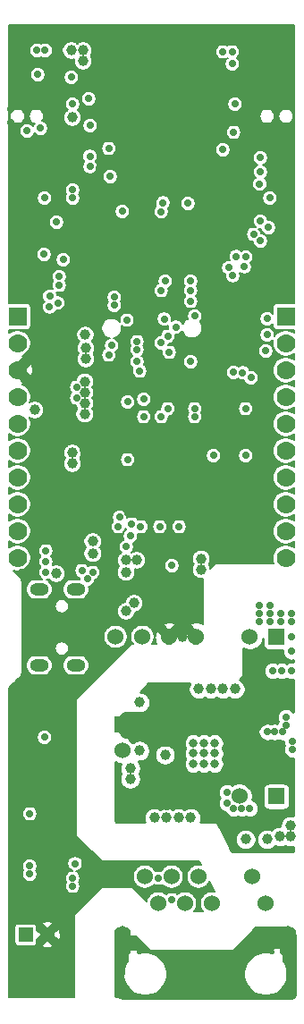
<source format=gbr>
G04 #@! TF.GenerationSoftware,KiCad,Pcbnew,5.1.0-rc2-unknown-036be7d~80~ubuntu16.04.1*
G04 #@! TF.CreationDate,2019-03-08T14:26:04+02:00*
G04 #@! TF.ProjectId,ESP32-PoE-ISO_Rev_B,45535033-322d-4506-9f45-2d49534f5f52,A*
G04 #@! TF.SameCoordinates,Original*
G04 #@! TF.FileFunction,Copper,L2,Inr*
G04 #@! TF.FilePolarity,Positive*
%FSLAX46Y46*%
G04 Gerber Fmt 4.6, Leading zero omitted, Abs format (unit mm)*
G04 Created by KiCad (PCBNEW 5.1.0-rc2-unknown-036be7d~80~ubuntu16.04.1) date 2019-03-08 14:26:04*
%MOMM*%
%LPD*%
G04 APERTURE LIST*
%ADD10C,1.300000*%
%ADD11C,2.000000*%
%ADD12O,1.800000X1.200000*%
%ADD13C,1.524000*%
%ADD14R,1.524000X1.524000*%
%ADD15C,0.800000*%
%ADD16R,0.400000X0.400000*%
%ADD17R,1.422400X1.422400*%
%ADD18C,1.778000*%
%ADD19R,1.778000X1.778000*%
%ADD20R,1.400000X1.400000*%
%ADD21C,1.400000*%
%ADD22O,1.600000X2.999999*%
%ADD23C,0.700000*%
%ADD24C,1.000000*%
%ADD25C,0.900000*%
%ADD26C,1.270000*%
%ADD27C,1.016000*%
%ADD28C,0.762000*%
%ADD29C,0.508000*%
%ADD30C,0.127000*%
%ADD31C,0.254000*%
G04 APERTURE END LIST*
D10*
X102099600Y-106834800D03*
D11*
X104411000Y-104498000D03*
D10*
X106773200Y-106834800D03*
X102099600Y-102135800D03*
X106773200Y-102135800D03*
X104411000Y-102135800D03*
X104411000Y-106834800D03*
X102099600Y-104371000D03*
X106773200Y-104371000D03*
D12*
X93476000Y-149054000D03*
X96946000Y-149054000D03*
X96946000Y-156254000D03*
X93476000Y-156254000D03*
D13*
X113411000Y-153543000D03*
D14*
X115951000Y-153543000D03*
D13*
X108331000Y-153543000D03*
X105791000Y-153543000D03*
X100711000Y-153543000D03*
X103251000Y-153543000D03*
D14*
X115923000Y-168656000D03*
D13*
X112423000Y-168656000D03*
D14*
X101346000Y-161818000D03*
D13*
X101346000Y-164318000D03*
D15*
X108077000Y-163592000D03*
X108077000Y-164592000D03*
X108077000Y-165592000D03*
X109077000Y-163592000D03*
X109077000Y-164592000D03*
X109077000Y-165592000D03*
X110077000Y-164592000D03*
X110077000Y-163592000D03*
X110077000Y-165592000D03*
D16*
X106710000Y-137406000D03*
X106710000Y-136406000D03*
X105910000Y-135606000D03*
X104910000Y-135606000D03*
X104110000Y-136406000D03*
X104110000Y-137406000D03*
X104910000Y-138206000D03*
X105910000Y-138206000D03*
D17*
X105410000Y-136906000D03*
D18*
X91440000Y-130840000D03*
X91440000Y-128300000D03*
X91440000Y-125760000D03*
D19*
X91440000Y-123220000D03*
D18*
X91440000Y-133380000D03*
X91440000Y-135920000D03*
X91440000Y-141000000D03*
X91440000Y-138460000D03*
X91440000Y-143540000D03*
X91440000Y-146080000D03*
X116840000Y-130840000D03*
X116840000Y-128300000D03*
X116840000Y-125760000D03*
D19*
X116840000Y-123220000D03*
D18*
X116840000Y-133380000D03*
X116840000Y-135920000D03*
X116840000Y-141000000D03*
X116840000Y-138460000D03*
X116840000Y-143540000D03*
X116840000Y-146080000D03*
D20*
X92209620Y-181759860D03*
D21*
X94221300Y-181757320D03*
D22*
X117000000Y-182393000D03*
X101400000Y-182393000D03*
D13*
X114915000Y-178793000D03*
X113645000Y-176253000D03*
X109835000Y-178793000D03*
X108565000Y-176253000D03*
X107295000Y-178793000D03*
X106025000Y-176253000D03*
X104755000Y-178793000D03*
X103485000Y-176253000D03*
D23*
X96647000Y-177165000D03*
X96647000Y-176403000D03*
X92583000Y-170307000D03*
X92583000Y-175260000D03*
X92583000Y-176022000D03*
D24*
X95123000Y-147574000D03*
X93091000Y-132080000D03*
X107061000Y-153543000D03*
D23*
X105664000Y-150749000D03*
D24*
X106553000Y-151892000D03*
X106553000Y-150749000D03*
X96520000Y-164973000D03*
X95504000Y-164973000D03*
X95504000Y-165989000D03*
X95504000Y-167005000D03*
X95504000Y-168021000D03*
X96520000Y-168021000D03*
D23*
X94996000Y-178054000D03*
X95885000Y-178054000D03*
X94107000Y-178054000D03*
X94996000Y-177165000D03*
X94234000Y-184150000D03*
X92202000Y-184150000D03*
X91186000Y-184150000D03*
X93218000Y-184150000D03*
X96647000Y-154813000D03*
X97409000Y-154813000D03*
X98171000Y-154813000D03*
X98171000Y-154051000D03*
X94424500Y-161480500D03*
X93599000Y-161480500D03*
X93599000Y-159893000D03*
D24*
X96520000Y-171196000D03*
X96520000Y-169037000D03*
X96520000Y-170053000D03*
X95504000Y-169037000D03*
X95504000Y-170053000D03*
X96520000Y-163957000D03*
D23*
X93599000Y-160655000D03*
X91567000Y-157797496D03*
D24*
X111760000Y-142494000D03*
D23*
X115316000Y-145796000D03*
X114173000Y-138176000D03*
X114173000Y-140208000D03*
X106299000Y-132715000D03*
X110109000Y-131826000D03*
X110109000Y-132588000D03*
X101854000Y-141859000D03*
X101346000Y-141224000D03*
X95250000Y-161480500D03*
D24*
X98679000Y-135572500D03*
D23*
X100457000Y-138049000D03*
X99060000Y-138049000D03*
X97663000Y-122936000D03*
X92075000Y-100228400D03*
X92075000Y-100965000D03*
X93472000Y-102108000D03*
X93853000Y-96774000D03*
X114427000Y-96774000D03*
X90805000Y-104902000D03*
X90805000Y-103632000D03*
X90932000Y-121666000D03*
X109855000Y-139785743D03*
X107696000Y-139785743D03*
X108458000Y-139785743D03*
D24*
X96520000Y-96774000D03*
D23*
X95123000Y-96012000D03*
D24*
X109474000Y-108585000D03*
D23*
X115189000Y-98679000D03*
X99187000Y-112649000D03*
X96393000Y-119507000D03*
X99949000Y-112649000D03*
X99568000Y-113284000D03*
X98806000Y-113284000D03*
X98425000Y-112649000D03*
X99187000Y-109220000D03*
X100076000Y-116600350D03*
X102044500Y-116141500D03*
X102489000Y-109474000D03*
D24*
X97790000Y-96139000D03*
X100330000Y-96139000D03*
X102870000Y-96139000D03*
X105410000Y-96139000D03*
X107950000Y-96139000D03*
X110490000Y-96139000D03*
D23*
X113030000Y-96012000D03*
X93853000Y-96012000D03*
D24*
X99060000Y-97155000D03*
X101600000Y-97155000D03*
X104140000Y-97155000D03*
X106680000Y-97155000D03*
X109220000Y-97155000D03*
D23*
X114427000Y-96012000D03*
X97663000Y-113538000D03*
X97663000Y-114300000D03*
X97663000Y-115062000D03*
X102235000Y-112522000D03*
X117348000Y-98679000D03*
X117348000Y-99695000D03*
X117348000Y-100965000D03*
X117348000Y-102235000D03*
X117348000Y-103251000D03*
X117348000Y-105283000D03*
X117348000Y-106299000D03*
X117348000Y-107315000D03*
X117348000Y-108585000D03*
X117348000Y-109855000D03*
X117348000Y-111125000D03*
X117348000Y-112395000D03*
D24*
X100330000Y-100965000D03*
X101600000Y-99695000D03*
X104140000Y-99695000D03*
X106680000Y-99695000D03*
X109220000Y-99695000D03*
X102870000Y-100965000D03*
X105410000Y-100965000D03*
X107950000Y-100965000D03*
X110490000Y-100965000D03*
X109220000Y-102235000D03*
X110490000Y-103505000D03*
X107950000Y-103505000D03*
X109220000Y-104775000D03*
X107950000Y-106045000D03*
X100330000Y-103505000D03*
D23*
X116205000Y-103251000D03*
X114935000Y-103251000D03*
X116205000Y-105283000D03*
X114935000Y-105283000D03*
D24*
X110617000Y-108585000D03*
X110617000Y-109728000D03*
D23*
X91948000Y-120142000D03*
D24*
X107569000Y-147193000D03*
D25*
X107569000Y-146177000D03*
D23*
X97663000Y-135890000D03*
X99949000Y-133350000D03*
X91821000Y-147447000D03*
D24*
X96647000Y-136144000D03*
X96647000Y-137160000D03*
D23*
X93599000Y-105410000D03*
X94477435Y-121303850D03*
X96647000Y-103124000D03*
X114427000Y-114203990D03*
D24*
X108839000Y-146177000D03*
X108839000Y-147193000D03*
X97790000Y-129413000D03*
X97790000Y-130429000D03*
X97790000Y-131445000D03*
X97790000Y-132461000D03*
X97917000Y-127254000D03*
X97917000Y-126238000D03*
D23*
X97028000Y-129921000D03*
X97028000Y-130937000D03*
X107823000Y-119888000D03*
X107823000Y-120777000D03*
X105410000Y-119888000D03*
X100584000Y-121412000D03*
X100584000Y-122174000D03*
X93281500Y-98044000D03*
D24*
X96520000Y-98044000D03*
D23*
X94043500Y-98044000D03*
D24*
X97663000Y-98044000D03*
D23*
X102743000Y-125603000D03*
X102743000Y-126365000D03*
D24*
X97663000Y-99060000D03*
D23*
X96647000Y-111252000D03*
X96647000Y-112014000D03*
X98171000Y-102616000D03*
X94107000Y-147447000D03*
X106712509Y-143129000D03*
X103091479Y-143129000D03*
X96878939Y-175028061D03*
X93980000Y-163067994D03*
X106045000Y-146812000D03*
X104902000Y-143129000D03*
X94107000Y-146431000D03*
X100203000Y-109982000D03*
X101727000Y-145034000D03*
D24*
X97853500Y-124968000D03*
D23*
X93345000Y-100330000D03*
X92329000Y-105664000D03*
X95377000Y-120269000D03*
X111887000Y-105791000D03*
X95367917Y-119442038D03*
X94107000Y-145415000D03*
X98298000Y-109029522D03*
X102235000Y-142875000D03*
X111760000Y-99314000D03*
X112014000Y-103124000D03*
X108204000Y-123190000D03*
X96520000Y-100584000D03*
X105332150Y-123474968D03*
X95123000Y-114300000D03*
X111759998Y-98171000D03*
X106410622Y-124236990D03*
X115062000Y-124968000D03*
X102743000Y-127508000D03*
X94466418Y-122311477D03*
X107823000Y-127508000D03*
X115316000Y-112013994D03*
X107823000Y-121793000D03*
X93929098Y-117348014D03*
X95758000Y-117856000D03*
X107569000Y-112522000D03*
X105029000Y-120777000D03*
X112123745Y-117549945D03*
X111800119Y-119360801D03*
X111887000Y-128523990D03*
X93980000Y-112014000D03*
X112903011Y-118514828D03*
X105791000Y-126619000D03*
X113030000Y-117602000D03*
X105199003Y-112474650D03*
X112747155Y-128552845D03*
X113538000Y-129032000D03*
X105029000Y-125730000D03*
X114351314Y-110691734D03*
X110871000Y-107442000D03*
X108204000Y-131953000D03*
X108204000Y-132715000D03*
X102108000Y-144018000D03*
X98552000Y-147447000D03*
X98044000Y-148082000D03*
X97536000Y-147279360D03*
X101346000Y-113284000D03*
X105020097Y-113292903D03*
X98298000Y-105156000D03*
X98287212Y-108068370D03*
D24*
X117284500Y-172466000D03*
X116268500Y-172466000D03*
X117284500Y-171450000D03*
X102108000Y-165989000D03*
X102108000Y-167005000D03*
X98552000Y-144526000D03*
X98552000Y-145669000D03*
X101727000Y-147447000D03*
X101727000Y-146304000D03*
X102743000Y-146304000D03*
X101727000Y-151130000D03*
X102489000Y-150368000D03*
X113030000Y-172720000D03*
X115062000Y-172720000D03*
D23*
X114427000Y-116078000D03*
X113792000Y-115443000D03*
X110871000Y-98171000D03*
X116840000Y-161163000D03*
X115049300Y-162560000D03*
X115785900Y-162560000D03*
X116522500Y-162560000D03*
X116840000Y-161899600D03*
X101790500Y-123571000D03*
D24*
X105409989Y-164719000D03*
D23*
X100330005Y-125984000D03*
X100076000Y-126873000D03*
X109982000Y-136398000D03*
X105029000Y-132715000D03*
X103378000Y-132715000D03*
X113030000Y-136398000D03*
X102997000Y-128397000D03*
X103378000Y-131064000D03*
X113030000Y-131953000D03*
X100076000Y-107315000D03*
X105664000Y-125095000D03*
X115062000Y-123444000D03*
X95250000Y-121950986D03*
X114427006Y-108204000D03*
D24*
X96647000Y-104394000D03*
D23*
X115189000Y-114808000D03*
X105664000Y-131953000D03*
X101854000Y-131318000D03*
X101854000Y-136779000D03*
X114935000Y-126492000D03*
X114427000Y-109537500D03*
X111441342Y-118615666D03*
X100965006Y-143129000D03*
X104775000Y-176402960D03*
X106044996Y-178435000D03*
D24*
X112712500Y-164274500D03*
X105537000Y-168275000D03*
X105537000Y-169291000D03*
X104902000Y-163449000D03*
X111633000Y-161417000D03*
X111633000Y-160274000D03*
D23*
X111252000Y-168275000D03*
X111252000Y-169291000D03*
X113411000Y-169799000D03*
X111887000Y-169799000D03*
X112649000Y-169799000D03*
X114300000Y-150622000D03*
X114300000Y-151384000D03*
X115316000Y-152146000D03*
X115316000Y-151384000D03*
X115316000Y-150622000D03*
X116332000Y-152146000D03*
X116332000Y-151384000D03*
X114300000Y-152146000D03*
X117348000Y-151384000D03*
X117348000Y-152146000D03*
X115570000Y-156781500D03*
X116459000Y-156781500D03*
X117348000Y-153543000D03*
X117348000Y-154940000D03*
X117348000Y-156781500D03*
X117475000Y-163449000D03*
X117475000Y-164211000D03*
D24*
X106680000Y-170688000D03*
X105537000Y-170688000D03*
X107823000Y-170688000D03*
X104394000Y-170688000D03*
X112013990Y-158496010D03*
X110871000Y-158496010D03*
X109728000Y-158496000D03*
X108585000Y-158496000D03*
X102997000Y-159766000D03*
X102977000Y-164318000D03*
X106045000Y-184150000D03*
X106045000Y-186690000D03*
X107315000Y-185420000D03*
X108585000Y-184150000D03*
X108585000Y-186690000D03*
X111125000Y-186690000D03*
X117387990Y-187387990D03*
X117387990Y-185420000D03*
X109855000Y-185420000D03*
X111125000Y-184150000D03*
X112395000Y-185420000D03*
X113538000Y-182880000D03*
X114935000Y-182880000D03*
X102870000Y-182880000D03*
X101092000Y-187325000D03*
X101092000Y-185420000D03*
X114935000Y-181483000D03*
D23*
X101092000Y-142240000D03*
D26*
X104902000Y-162741894D02*
X104902000Y-161818000D01*
D27*
X104902000Y-163449000D02*
X104902000Y-162741894D01*
D26*
X111633000Y-161417000D02*
X111633000Y-160274000D01*
X111633000Y-161925000D02*
X111633000Y-161417000D01*
X111526000Y-161818000D02*
X111633000Y-161925000D01*
X111633000Y-163195000D02*
X112712500Y-164274500D01*
X111633000Y-161417000D02*
X111633000Y-163195000D01*
X105537000Y-169291000D02*
X105537000Y-168275000D01*
X104902000Y-161818000D02*
X105918000Y-161818000D01*
X103271000Y-161818000D02*
X103251000Y-161818000D01*
X103251000Y-161818000D02*
X104902000Y-161818000D01*
X101346000Y-161818000D02*
X103251000Y-161818000D01*
X105918000Y-161818000D02*
X106680000Y-161818000D01*
X107676000Y-161818000D02*
X106680000Y-162814000D01*
X107950000Y-161818000D02*
X107676000Y-161818000D01*
X106680000Y-161818000D02*
X107950000Y-161818000D01*
X106680000Y-162814000D02*
X106680000Y-161818000D01*
X110256000Y-161818000D02*
X110109000Y-161818000D01*
X111633000Y-163195000D02*
X110256000Y-161818000D01*
X110109000Y-161818000D02*
X111526000Y-161818000D01*
X107950000Y-161818000D02*
X110109000Y-161818000D01*
X111633000Y-160274000D02*
X104795000Y-160274000D01*
X111018000Y-160802000D02*
X111633000Y-161417000D01*
X104267000Y-160802000D02*
X111018000Y-160802000D01*
X104795000Y-160274000D02*
X104267000Y-160802000D01*
X104267000Y-160802000D02*
X103251000Y-161818000D01*
D27*
X104267000Y-162814000D02*
X103271000Y-161818000D01*
X104902000Y-163449000D02*
X104267000Y-162814000D01*
X101727000Y-162687000D02*
X104140000Y-162687000D01*
X101346000Y-162306000D02*
X101727000Y-162687000D01*
X104140000Y-162687000D02*
X104267000Y-162814000D01*
X101346000Y-161818000D02*
X101346000Y-162306000D01*
X103906000Y-161163000D02*
X104267000Y-160802000D01*
X101727000Y-161163000D02*
X103906000Y-161163000D01*
X101346000Y-161544000D02*
X101727000Y-161163000D01*
X101346000Y-161818000D02*
X101346000Y-161544000D01*
X106680000Y-163449000D02*
X104902000Y-163449000D01*
D26*
X105880751Y-162649751D02*
X106680000Y-163449000D01*
X105880751Y-161855249D02*
X105880751Y-162649751D01*
X105918000Y-161818000D02*
X105880751Y-161855249D01*
D27*
X106807000Y-167005000D02*
X106807000Y-162814000D01*
D26*
X106807000Y-162814000D02*
X106680000Y-162814000D01*
D27*
X105537000Y-168275000D02*
X106807000Y-167005000D01*
D28*
X102870000Y-182880000D02*
X101473000Y-182880000D01*
X101473000Y-182880000D02*
X101346000Y-182880000D01*
D27*
X114935000Y-181483000D02*
X116967000Y-181483000D01*
X117387990Y-185420000D02*
X117387990Y-187387990D01*
X117387990Y-185420000D02*
X117387990Y-181903990D01*
X117387990Y-181903990D02*
X116967000Y-181483000D01*
X101092000Y-185420000D02*
X101092000Y-181746042D01*
X101092000Y-181746042D02*
X101350521Y-181487521D01*
D29*
X101408990Y-187641990D02*
X101092000Y-187325000D01*
X117133990Y-187641990D02*
X101408990Y-187641990D01*
X117387990Y-187387990D02*
X117133990Y-187641990D01*
D30*
G36*
X117654701Y-121960918D02*
G01*
X115951000Y-121960918D01*
X115878801Y-121968029D01*
X115809376Y-121989089D01*
X115745393Y-122023288D01*
X115689313Y-122069313D01*
X115643288Y-122125393D01*
X115609089Y-122189376D01*
X115588029Y-122258801D01*
X115580918Y-122331000D01*
X115580918Y-122947088D01*
X115519890Y-122886060D01*
X115402243Y-122807450D01*
X115271521Y-122753303D01*
X115132746Y-122725700D01*
X114991254Y-122725700D01*
X114852479Y-122753303D01*
X114721757Y-122807450D01*
X114604110Y-122886060D01*
X114504060Y-122986110D01*
X114425450Y-123103757D01*
X114371303Y-123234479D01*
X114343700Y-123373254D01*
X114343700Y-123514746D01*
X114371303Y-123653521D01*
X114425450Y-123784243D01*
X114504060Y-123901890D01*
X114604110Y-124001940D01*
X114721757Y-124080550D01*
X114852479Y-124134697D01*
X114991254Y-124162300D01*
X115132746Y-124162300D01*
X115271521Y-124134697D01*
X115402243Y-124080550D01*
X115519890Y-124001940D01*
X115580918Y-123940912D01*
X115580918Y-124109000D01*
X115588029Y-124181199D01*
X115609089Y-124250624D01*
X115643288Y-124314607D01*
X115689313Y-124370687D01*
X115745393Y-124416712D01*
X115809376Y-124450911D01*
X115878801Y-124471971D01*
X115951000Y-124479082D01*
X117654701Y-124479082D01*
X117654701Y-124796610D01*
X117641482Y-124783391D01*
X117435555Y-124645795D01*
X117206741Y-124551017D01*
X116963833Y-124502700D01*
X116716167Y-124502700D01*
X116473259Y-124551017D01*
X116244445Y-124645795D01*
X116038518Y-124783391D01*
X115863391Y-124958518D01*
X115767803Y-125101576D01*
X115780300Y-125038746D01*
X115780300Y-124897254D01*
X115752697Y-124758479D01*
X115698550Y-124627757D01*
X115619940Y-124510110D01*
X115519890Y-124410060D01*
X115402243Y-124331450D01*
X115271521Y-124277303D01*
X115132746Y-124249700D01*
X114991254Y-124249700D01*
X114852479Y-124277303D01*
X114721757Y-124331450D01*
X114604110Y-124410060D01*
X114504060Y-124510110D01*
X114425450Y-124627757D01*
X114371303Y-124758479D01*
X114343700Y-124897254D01*
X114343700Y-125038746D01*
X114371303Y-125177521D01*
X114425450Y-125308243D01*
X114504060Y-125425890D01*
X114604110Y-125525940D01*
X114721757Y-125604550D01*
X114852479Y-125658697D01*
X114991254Y-125686300D01*
X115132746Y-125686300D01*
X115271521Y-125658697D01*
X115402243Y-125604550D01*
X115519890Y-125525940D01*
X115619940Y-125425890D01*
X115626470Y-125416117D01*
X115582700Y-125636167D01*
X115582700Y-125883833D01*
X115631017Y-126126741D01*
X115725795Y-126355555D01*
X115863391Y-126561482D01*
X116038518Y-126736609D01*
X116244445Y-126874205D01*
X116473259Y-126968983D01*
X116716167Y-127017300D01*
X116963833Y-127017300D01*
X117206741Y-126968983D01*
X117435555Y-126874205D01*
X117641482Y-126736609D01*
X117654701Y-126723390D01*
X117654701Y-127336610D01*
X117641482Y-127323391D01*
X117435555Y-127185795D01*
X117206741Y-127091017D01*
X116963833Y-127042700D01*
X116716167Y-127042700D01*
X116473259Y-127091017D01*
X116244445Y-127185795D01*
X116038518Y-127323391D01*
X115863391Y-127498518D01*
X115725795Y-127704445D01*
X115631017Y-127933259D01*
X115582700Y-128176167D01*
X115582700Y-128423833D01*
X115631017Y-128666741D01*
X115725795Y-128895555D01*
X115863391Y-129101482D01*
X116038518Y-129276609D01*
X116244445Y-129414205D01*
X116473259Y-129508983D01*
X116716167Y-129557300D01*
X116963833Y-129557300D01*
X117206741Y-129508983D01*
X117435555Y-129414205D01*
X117641482Y-129276609D01*
X117654701Y-129263390D01*
X117654701Y-129876610D01*
X117641482Y-129863391D01*
X117435555Y-129725795D01*
X117206741Y-129631017D01*
X116963833Y-129582700D01*
X116716167Y-129582700D01*
X116473259Y-129631017D01*
X116244445Y-129725795D01*
X116038518Y-129863391D01*
X115863391Y-130038518D01*
X115725795Y-130244445D01*
X115631017Y-130473259D01*
X115582700Y-130716167D01*
X115582700Y-130963833D01*
X115631017Y-131206741D01*
X115725795Y-131435555D01*
X115863391Y-131641482D01*
X116038518Y-131816609D01*
X116244445Y-131954205D01*
X116473259Y-132048983D01*
X116716167Y-132097300D01*
X116963833Y-132097300D01*
X117206741Y-132048983D01*
X117435555Y-131954205D01*
X117641482Y-131816609D01*
X117654701Y-131803390D01*
X117654701Y-132416610D01*
X117641482Y-132403391D01*
X117435555Y-132265795D01*
X117206741Y-132171017D01*
X116963833Y-132122700D01*
X116716167Y-132122700D01*
X116473259Y-132171017D01*
X116244445Y-132265795D01*
X116038518Y-132403391D01*
X115863391Y-132578518D01*
X115725795Y-132784445D01*
X115631017Y-133013259D01*
X115582700Y-133256167D01*
X115582700Y-133503833D01*
X115631017Y-133746741D01*
X115725795Y-133975555D01*
X115863391Y-134181482D01*
X116038518Y-134356609D01*
X116244445Y-134494205D01*
X116473259Y-134588983D01*
X116716167Y-134637300D01*
X116963833Y-134637300D01*
X117206741Y-134588983D01*
X117435555Y-134494205D01*
X117641482Y-134356609D01*
X117654701Y-134343390D01*
X117654701Y-134956610D01*
X117641482Y-134943391D01*
X117435555Y-134805795D01*
X117206741Y-134711017D01*
X116963833Y-134662700D01*
X116716167Y-134662700D01*
X116473259Y-134711017D01*
X116244445Y-134805795D01*
X116038518Y-134943391D01*
X115863391Y-135118518D01*
X115725795Y-135324445D01*
X115631017Y-135553259D01*
X115582700Y-135796167D01*
X115582700Y-136043833D01*
X115631017Y-136286741D01*
X115725795Y-136515555D01*
X115863391Y-136721482D01*
X116038518Y-136896609D01*
X116244445Y-137034205D01*
X116473259Y-137128983D01*
X116716167Y-137177300D01*
X116963833Y-137177300D01*
X117206741Y-137128983D01*
X117435555Y-137034205D01*
X117641482Y-136896609D01*
X117654701Y-136883390D01*
X117654701Y-137496610D01*
X117641482Y-137483391D01*
X117435555Y-137345795D01*
X117206741Y-137251017D01*
X116963833Y-137202700D01*
X116716167Y-137202700D01*
X116473259Y-137251017D01*
X116244445Y-137345795D01*
X116038518Y-137483391D01*
X115863391Y-137658518D01*
X115725795Y-137864445D01*
X115631017Y-138093259D01*
X115582700Y-138336167D01*
X115582700Y-138583833D01*
X115631017Y-138826741D01*
X115725795Y-139055555D01*
X115863391Y-139261482D01*
X116038518Y-139436609D01*
X116244445Y-139574205D01*
X116473259Y-139668983D01*
X116716167Y-139717300D01*
X116963833Y-139717300D01*
X117206741Y-139668983D01*
X117435555Y-139574205D01*
X117641482Y-139436609D01*
X117654701Y-139423390D01*
X117654701Y-140036610D01*
X117641482Y-140023391D01*
X117435555Y-139885795D01*
X117206741Y-139791017D01*
X116963833Y-139742700D01*
X116716167Y-139742700D01*
X116473259Y-139791017D01*
X116244445Y-139885795D01*
X116038518Y-140023391D01*
X115863391Y-140198518D01*
X115725795Y-140404445D01*
X115631017Y-140633259D01*
X115582700Y-140876167D01*
X115582700Y-141123833D01*
X115631017Y-141366741D01*
X115725795Y-141595555D01*
X115863391Y-141801482D01*
X116038518Y-141976609D01*
X116244445Y-142114205D01*
X116473259Y-142208983D01*
X116716167Y-142257300D01*
X116963833Y-142257300D01*
X117206741Y-142208983D01*
X117435555Y-142114205D01*
X117641482Y-141976609D01*
X117654700Y-141963391D01*
X117654700Y-142576609D01*
X117641482Y-142563391D01*
X117435555Y-142425795D01*
X117206741Y-142331017D01*
X116963833Y-142282700D01*
X116716167Y-142282700D01*
X116473259Y-142331017D01*
X116244445Y-142425795D01*
X116038518Y-142563391D01*
X115863391Y-142738518D01*
X115725795Y-142944445D01*
X115631017Y-143173259D01*
X115582700Y-143416167D01*
X115582700Y-143663833D01*
X115631017Y-143906741D01*
X115725795Y-144135555D01*
X115863391Y-144341482D01*
X116038518Y-144516609D01*
X116244445Y-144654205D01*
X116473259Y-144748983D01*
X116716167Y-144797300D01*
X116963833Y-144797300D01*
X117206741Y-144748983D01*
X117435555Y-144654205D01*
X117641482Y-144516609D01*
X117654700Y-144503391D01*
X117654700Y-145116609D01*
X117641482Y-145103391D01*
X117435555Y-144965795D01*
X117206741Y-144871017D01*
X116963833Y-144822700D01*
X116716167Y-144822700D01*
X116473259Y-144871017D01*
X116244445Y-144965795D01*
X116038518Y-145103391D01*
X115863391Y-145278518D01*
X115725795Y-145484445D01*
X115631017Y-145713259D01*
X115582700Y-145956167D01*
X115582700Y-146203833D01*
X115631017Y-146446741D01*
X115703405Y-146621500D01*
X110236000Y-146621500D01*
X110223612Y-146622720D01*
X110211700Y-146626334D01*
X110200721Y-146632202D01*
X110191099Y-146640099D01*
X109707300Y-147123898D01*
X109707300Y-147107480D01*
X109673931Y-146939726D01*
X109608477Y-146781706D01*
X109543860Y-146685000D01*
X109608477Y-146588294D01*
X109673931Y-146430274D01*
X109707300Y-146262520D01*
X109707300Y-146091480D01*
X109673931Y-145923726D01*
X109608477Y-145765706D01*
X109513452Y-145623491D01*
X109392509Y-145502548D01*
X109250294Y-145407523D01*
X109092274Y-145342069D01*
X108924520Y-145308700D01*
X108753480Y-145308700D01*
X108585726Y-145342069D01*
X108427706Y-145407523D01*
X108285491Y-145502548D01*
X108164548Y-145623491D01*
X108069523Y-145765706D01*
X108004069Y-145923726D01*
X107970700Y-146091480D01*
X107970700Y-146262520D01*
X108004069Y-146430274D01*
X108069523Y-146588294D01*
X108134140Y-146685000D01*
X108069523Y-146781706D01*
X108004069Y-146939726D01*
X107970700Y-147107480D01*
X107970700Y-147278520D01*
X108004069Y-147446274D01*
X108069523Y-147604294D01*
X108164548Y-147746509D01*
X108285491Y-147867452D01*
X108427706Y-147962477D01*
X108585726Y-148027931D01*
X108753480Y-148061300D01*
X108924520Y-148061300D01*
X109029500Y-148040418D01*
X109029500Y-152346956D01*
X108874159Y-152191615D01*
X108780392Y-152285382D01*
X108777859Y-152279755D01*
X108522826Y-152216850D01*
X108260422Y-152204909D01*
X108000729Y-152244388D01*
X107884141Y-152279755D01*
X107797964Y-152471148D01*
X108331000Y-153004185D01*
X108479846Y-152855338D01*
X109018662Y-153394154D01*
X108869815Y-153543000D01*
X109018662Y-153691847D01*
X108479847Y-154230662D01*
X108331000Y-154081815D01*
X108182154Y-154230662D01*
X107643338Y-153691846D01*
X107792185Y-153543000D01*
X107259148Y-153009964D01*
X107067755Y-153096141D01*
X107061696Y-153120704D01*
X107054245Y-153096141D01*
X106862852Y-153009964D01*
X106329815Y-153543000D01*
X106478662Y-153691846D01*
X105939847Y-154230662D01*
X105791000Y-154081815D01*
X105642154Y-154230662D01*
X105103338Y-153691846D01*
X105252185Y-153543000D01*
X104719148Y-153009964D01*
X104527755Y-153096141D01*
X104464850Y-153351174D01*
X104452909Y-153613578D01*
X104492388Y-153873271D01*
X104527755Y-153989859D01*
X104533382Y-153992392D01*
X104439615Y-154086159D01*
X104594956Y-154241500D01*
X104143677Y-154241500D01*
X104252659Y-154078398D01*
X104337863Y-153872696D01*
X104381300Y-153654325D01*
X104381300Y-153431675D01*
X104337863Y-153213304D01*
X104252659Y-153007602D01*
X104128961Y-152822476D01*
X103971524Y-152665039D01*
X103786398Y-152541341D01*
X103616936Y-152471148D01*
X105257964Y-152471148D01*
X105791000Y-153004185D01*
X106324036Y-152471148D01*
X106237859Y-152279755D01*
X105982826Y-152216850D01*
X105720422Y-152204909D01*
X105460729Y-152244388D01*
X105344141Y-152279755D01*
X105257964Y-152471148D01*
X103616936Y-152471148D01*
X103580696Y-152456137D01*
X103362325Y-152412700D01*
X103139675Y-152412700D01*
X102921304Y-152456137D01*
X102715602Y-152541341D01*
X102530476Y-152665039D01*
X102373039Y-152822476D01*
X102249341Y-153007602D01*
X102164137Y-153213304D01*
X102120700Y-153431675D01*
X102120700Y-153654325D01*
X102164137Y-153872696D01*
X102249341Y-154078398D01*
X102358323Y-154241500D01*
X102235000Y-154241500D01*
X102222612Y-154242720D01*
X102210700Y-154246334D01*
X102199721Y-154252202D01*
X102190099Y-154260099D01*
X96983099Y-159467099D01*
X96975202Y-159476721D01*
X96969334Y-159487700D01*
X96965720Y-159499612D01*
X96964500Y-159512000D01*
X96964500Y-172339000D01*
X96965720Y-172351388D01*
X96969334Y-172363300D01*
X96975202Y-172374279D01*
X96983099Y-172383901D01*
X99396099Y-174796901D01*
X99405721Y-174804798D01*
X99416700Y-174810666D01*
X99428612Y-174814280D01*
X99441000Y-174815500D01*
X108672755Y-174815500D01*
X108842924Y-175155839D01*
X108676325Y-175122700D01*
X108453675Y-175122700D01*
X108235304Y-175166137D01*
X108029602Y-175251341D01*
X107844476Y-175375039D01*
X107687039Y-175532476D01*
X107563341Y-175717602D01*
X107478137Y-175923304D01*
X107434700Y-176141675D01*
X107434700Y-176364325D01*
X107478137Y-176582696D01*
X107563341Y-176788398D01*
X107687039Y-176973524D01*
X107844476Y-177130961D01*
X108029602Y-177254659D01*
X108235304Y-177339863D01*
X108453675Y-177383300D01*
X108676325Y-177383300D01*
X108894696Y-177339863D01*
X109100398Y-177254659D01*
X109285524Y-177130961D01*
X109442961Y-176973524D01*
X109566659Y-176788398D01*
X109608589Y-176687169D01*
X110112924Y-177695839D01*
X109946325Y-177662700D01*
X109723675Y-177662700D01*
X109505304Y-177706137D01*
X109299602Y-177791341D01*
X109114476Y-177915039D01*
X108957039Y-178072476D01*
X108833341Y-178257602D01*
X108748137Y-178463304D01*
X108704700Y-178681675D01*
X108704700Y-178904325D01*
X108748137Y-179122696D01*
X108833341Y-179328398D01*
X108957039Y-179513524D01*
X108958015Y-179514500D01*
X108171985Y-179514500D01*
X108172961Y-179513524D01*
X108296659Y-179328398D01*
X108381863Y-179122696D01*
X108425300Y-178904325D01*
X108425300Y-178681675D01*
X108381863Y-178463304D01*
X108296659Y-178257602D01*
X108172961Y-178072476D01*
X108015524Y-177915039D01*
X107830398Y-177791341D01*
X107624696Y-177706137D01*
X107406325Y-177662700D01*
X107183675Y-177662700D01*
X106965304Y-177706137D01*
X106759602Y-177791341D01*
X106574476Y-177915039D01*
X106557671Y-177931845D01*
X106502886Y-177877060D01*
X106385239Y-177798450D01*
X106254517Y-177744303D01*
X106115742Y-177716700D01*
X105974250Y-177716700D01*
X105835475Y-177744303D01*
X105704753Y-177798450D01*
X105587106Y-177877060D01*
X105512326Y-177951841D01*
X105475524Y-177915039D01*
X105290398Y-177791341D01*
X105084696Y-177706137D01*
X104866325Y-177662700D01*
X104643675Y-177662700D01*
X104425304Y-177706137D01*
X104219602Y-177791341D01*
X104034476Y-177915039D01*
X103877039Y-178072476D01*
X103753341Y-178257602D01*
X103668137Y-178463304D01*
X103639595Y-178606793D01*
X102279901Y-177247099D01*
X102270279Y-177239202D01*
X102259300Y-177233334D01*
X102247388Y-177229720D01*
X102235000Y-177228500D01*
X99441000Y-177228500D01*
X99428612Y-177229720D01*
X99416700Y-177233334D01*
X99405721Y-177239202D01*
X99396099Y-177247099D01*
X96856099Y-179787099D01*
X96848202Y-179796721D01*
X96842334Y-179807700D01*
X96838720Y-179819612D01*
X96837500Y-179832000D01*
X96837500Y-187654700D01*
X90645300Y-187654700D01*
X90645300Y-181059860D01*
X91139538Y-181059860D01*
X91139538Y-182459860D01*
X91146649Y-182532059D01*
X91167709Y-182601484D01*
X91201908Y-182665467D01*
X91247933Y-182721547D01*
X91304013Y-182767572D01*
X91367996Y-182801771D01*
X91437421Y-182822831D01*
X91509620Y-182829942D01*
X92909620Y-182829942D01*
X92981819Y-182822831D01*
X93051244Y-182801771D01*
X93114246Y-182768096D01*
X93705499Y-182768096D01*
X93782198Y-182957147D01*
X94024710Y-183019757D01*
X94274777Y-183033853D01*
X94522789Y-182998892D01*
X94660402Y-182957147D01*
X94737101Y-182768096D01*
X94221300Y-182252295D01*
X93705499Y-182768096D01*
X93114246Y-182768096D01*
X93115227Y-182767572D01*
X93171307Y-182721547D01*
X93217332Y-182665467D01*
X93251531Y-182601484D01*
X93272591Y-182532059D01*
X93279702Y-182459860D01*
X93279702Y-182203943D01*
X93726325Y-181757320D01*
X94716275Y-181757320D01*
X95232076Y-182273121D01*
X95421127Y-182196422D01*
X95483737Y-181953910D01*
X95497833Y-181703843D01*
X95462872Y-181455831D01*
X95421127Y-181318218D01*
X95232076Y-181241519D01*
X94716275Y-181757320D01*
X93726325Y-181757320D01*
X93279702Y-181310697D01*
X93279702Y-181059860D01*
X93272591Y-180987661D01*
X93251531Y-180918236D01*
X93217332Y-180854253D01*
X93171307Y-180798173D01*
X93115227Y-180752148D01*
X93104743Y-180746544D01*
X93705499Y-180746544D01*
X94221300Y-181262345D01*
X94737101Y-180746544D01*
X94660402Y-180557493D01*
X94417890Y-180494883D01*
X94167823Y-180480787D01*
X93919811Y-180515748D01*
X93782198Y-180557493D01*
X93705499Y-180746544D01*
X93104743Y-180746544D01*
X93051244Y-180717949D01*
X92981819Y-180696889D01*
X92909620Y-180689778D01*
X91509620Y-180689778D01*
X91437421Y-180696889D01*
X91367996Y-180717949D01*
X91304013Y-180752148D01*
X91247933Y-180798173D01*
X91201908Y-180854253D01*
X91167709Y-180918236D01*
X91146649Y-180987661D01*
X91139538Y-181059860D01*
X90645300Y-181059860D01*
X90645300Y-175189254D01*
X91864700Y-175189254D01*
X91864700Y-175330746D01*
X91892303Y-175469521D01*
X91946450Y-175600243D01*
X91973683Y-175641000D01*
X91946450Y-175681757D01*
X91892303Y-175812479D01*
X91864700Y-175951254D01*
X91864700Y-176092746D01*
X91892303Y-176231521D01*
X91946450Y-176362243D01*
X92025060Y-176479890D01*
X92125110Y-176579940D01*
X92242757Y-176658550D01*
X92373479Y-176712697D01*
X92512254Y-176740300D01*
X92653746Y-176740300D01*
X92792521Y-176712697D01*
X92923243Y-176658550D01*
X93040890Y-176579940D01*
X93140940Y-176479890D01*
X93219550Y-176362243D01*
X93231971Y-176332254D01*
X95928700Y-176332254D01*
X95928700Y-176473746D01*
X95956303Y-176612521D01*
X96010450Y-176743243D01*
X96037683Y-176784000D01*
X96010450Y-176824757D01*
X95956303Y-176955479D01*
X95928700Y-177094254D01*
X95928700Y-177235746D01*
X95956303Y-177374521D01*
X96010450Y-177505243D01*
X96089060Y-177622890D01*
X96189110Y-177722940D01*
X96306757Y-177801550D01*
X96437479Y-177855697D01*
X96576254Y-177883300D01*
X96717746Y-177883300D01*
X96856521Y-177855697D01*
X96987243Y-177801550D01*
X97104890Y-177722940D01*
X97204940Y-177622890D01*
X97283550Y-177505243D01*
X97337697Y-177374521D01*
X97365300Y-177235746D01*
X97365300Y-177094254D01*
X97337697Y-176955479D01*
X97283550Y-176824757D01*
X97256317Y-176784000D01*
X97283550Y-176743243D01*
X97337697Y-176612521D01*
X97365300Y-176473746D01*
X97365300Y-176332254D01*
X97337697Y-176193479D01*
X97316240Y-176141675D01*
X102354700Y-176141675D01*
X102354700Y-176364325D01*
X102398137Y-176582696D01*
X102483341Y-176788398D01*
X102607039Y-176973524D01*
X102764476Y-177130961D01*
X102949602Y-177254659D01*
X103155304Y-177339863D01*
X103373675Y-177383300D01*
X103596325Y-177383300D01*
X103814696Y-177339863D01*
X104020398Y-177254659D01*
X104205524Y-177130961D01*
X104352163Y-176984322D01*
X104434757Y-177039510D01*
X104565479Y-177093657D01*
X104704254Y-177121260D01*
X104845746Y-177121260D01*
X104984521Y-177093657D01*
X105115243Y-177039510D01*
X105173859Y-177000344D01*
X105304476Y-177130961D01*
X105489602Y-177254659D01*
X105695304Y-177339863D01*
X105913675Y-177383300D01*
X106136325Y-177383300D01*
X106354696Y-177339863D01*
X106560398Y-177254659D01*
X106745524Y-177130961D01*
X106902961Y-176973524D01*
X107026659Y-176788398D01*
X107111863Y-176582696D01*
X107155300Y-176364325D01*
X107155300Y-176141675D01*
X107111863Y-175923304D01*
X107026659Y-175717602D01*
X106902961Y-175532476D01*
X106745524Y-175375039D01*
X106560398Y-175251341D01*
X106354696Y-175166137D01*
X106136325Y-175122700D01*
X105913675Y-175122700D01*
X105695304Y-175166137D01*
X105489602Y-175251341D01*
X105304476Y-175375039D01*
X105147039Y-175532476D01*
X105023341Y-175717602D01*
X105019544Y-175726770D01*
X104984521Y-175712263D01*
X104845746Y-175684660D01*
X104704254Y-175684660D01*
X104565479Y-175712263D01*
X104496314Y-175740912D01*
X104486659Y-175717602D01*
X104362961Y-175532476D01*
X104205524Y-175375039D01*
X104020398Y-175251341D01*
X103814696Y-175166137D01*
X103596325Y-175122700D01*
X103373675Y-175122700D01*
X103155304Y-175166137D01*
X102949602Y-175251341D01*
X102764476Y-175375039D01*
X102607039Y-175532476D01*
X102483341Y-175717602D01*
X102398137Y-175923304D01*
X102354700Y-176141675D01*
X97316240Y-176141675D01*
X97283550Y-176062757D01*
X97204940Y-175945110D01*
X97104890Y-175845060D01*
X96987243Y-175766450D01*
X96938744Y-175746361D01*
X96949685Y-175746361D01*
X97088460Y-175718758D01*
X97219182Y-175664611D01*
X97336829Y-175586001D01*
X97436879Y-175485951D01*
X97515489Y-175368304D01*
X97569636Y-175237582D01*
X97597239Y-175098807D01*
X97597239Y-174957315D01*
X97569636Y-174818540D01*
X97515489Y-174687818D01*
X97436879Y-174570171D01*
X97336829Y-174470121D01*
X97219182Y-174391511D01*
X97088460Y-174337364D01*
X96949685Y-174309761D01*
X96808193Y-174309761D01*
X96669418Y-174337364D01*
X96538696Y-174391511D01*
X96421049Y-174470121D01*
X96320999Y-174570171D01*
X96242389Y-174687818D01*
X96188242Y-174818540D01*
X96160639Y-174957315D01*
X96160639Y-175098807D01*
X96188242Y-175237582D01*
X96242389Y-175368304D01*
X96320999Y-175485951D01*
X96421049Y-175586001D01*
X96538696Y-175664611D01*
X96587195Y-175684700D01*
X96576254Y-175684700D01*
X96437479Y-175712303D01*
X96306757Y-175766450D01*
X96189110Y-175845060D01*
X96089060Y-175945110D01*
X96010450Y-176062757D01*
X95956303Y-176193479D01*
X95928700Y-176332254D01*
X93231971Y-176332254D01*
X93273697Y-176231521D01*
X93301300Y-176092746D01*
X93301300Y-175951254D01*
X93273697Y-175812479D01*
X93219550Y-175681757D01*
X93192317Y-175641000D01*
X93219550Y-175600243D01*
X93273697Y-175469521D01*
X93301300Y-175330746D01*
X93301300Y-175189254D01*
X93273697Y-175050479D01*
X93219550Y-174919757D01*
X93140940Y-174802110D01*
X93040890Y-174702060D01*
X92923243Y-174623450D01*
X92792521Y-174569303D01*
X92653746Y-174541700D01*
X92512254Y-174541700D01*
X92373479Y-174569303D01*
X92242757Y-174623450D01*
X92125110Y-174702060D01*
X92025060Y-174802110D01*
X91946450Y-174919757D01*
X91892303Y-175050479D01*
X91864700Y-175189254D01*
X90645300Y-175189254D01*
X90645300Y-170236254D01*
X91864700Y-170236254D01*
X91864700Y-170377746D01*
X91892303Y-170516521D01*
X91946450Y-170647243D01*
X92025060Y-170764890D01*
X92125110Y-170864940D01*
X92242757Y-170943550D01*
X92373479Y-170997697D01*
X92512254Y-171025300D01*
X92653746Y-171025300D01*
X92792521Y-170997697D01*
X92923243Y-170943550D01*
X93040890Y-170864940D01*
X93140940Y-170764890D01*
X93219550Y-170647243D01*
X93273697Y-170516521D01*
X93301300Y-170377746D01*
X93301300Y-170236254D01*
X93273697Y-170097479D01*
X93219550Y-169966757D01*
X93140940Y-169849110D01*
X93040890Y-169749060D01*
X92923243Y-169670450D01*
X92792521Y-169616303D01*
X92653746Y-169588700D01*
X92512254Y-169588700D01*
X92373479Y-169616303D01*
X92242757Y-169670450D01*
X92125110Y-169749060D01*
X92025060Y-169849110D01*
X91946450Y-169966757D01*
X91892303Y-170097479D01*
X91864700Y-170236254D01*
X90645300Y-170236254D01*
X90645300Y-162997248D01*
X93261700Y-162997248D01*
X93261700Y-163138740D01*
X93289303Y-163277515D01*
X93343450Y-163408237D01*
X93422060Y-163525884D01*
X93522110Y-163625934D01*
X93639757Y-163704544D01*
X93770479Y-163758691D01*
X93909254Y-163786294D01*
X94050746Y-163786294D01*
X94189521Y-163758691D01*
X94320243Y-163704544D01*
X94437890Y-163625934D01*
X94537940Y-163525884D01*
X94616550Y-163408237D01*
X94670697Y-163277515D01*
X94698300Y-163138740D01*
X94698300Y-162997248D01*
X94670697Y-162858473D01*
X94616550Y-162727751D01*
X94537940Y-162610104D01*
X94437890Y-162510054D01*
X94320243Y-162431444D01*
X94189521Y-162377297D01*
X94050746Y-162349694D01*
X93909254Y-162349694D01*
X93770479Y-162377297D01*
X93639757Y-162431444D01*
X93522110Y-162510054D01*
X93422060Y-162610104D01*
X93343450Y-162727751D01*
X93289303Y-162858473D01*
X93261700Y-162997248D01*
X90645300Y-162997248D01*
X90645300Y-158405159D01*
X91683030Y-157367430D01*
X91701924Y-157351924D01*
X91717431Y-157333029D01*
X91763819Y-157276506D01*
X91809810Y-157190461D01*
X91809811Y-157190460D01*
X91838133Y-157097096D01*
X91845300Y-157024327D01*
X91845300Y-157024318D01*
X91847695Y-157000001D01*
X91845300Y-156975684D01*
X91845300Y-156254000D01*
X92203015Y-156254000D01*
X92221711Y-156443820D01*
X92277079Y-156626345D01*
X92366993Y-156794562D01*
X92487996Y-156942004D01*
X92635438Y-157063007D01*
X92803655Y-157152921D01*
X92986180Y-157208289D01*
X93128433Y-157222300D01*
X93823567Y-157222300D01*
X93965820Y-157208289D01*
X94148345Y-157152921D01*
X94316562Y-157063007D01*
X94464004Y-156942004D01*
X94585007Y-156794562D01*
X94674921Y-156626345D01*
X94730289Y-156443820D01*
X94748985Y-156254000D01*
X95673015Y-156254000D01*
X95691711Y-156443820D01*
X95747079Y-156626345D01*
X95836993Y-156794562D01*
X95957996Y-156942004D01*
X96105438Y-157063007D01*
X96273655Y-157152921D01*
X96456180Y-157208289D01*
X96598433Y-157222300D01*
X97293567Y-157222300D01*
X97435820Y-157208289D01*
X97618345Y-157152921D01*
X97786562Y-157063007D01*
X97934004Y-156942004D01*
X98055007Y-156794562D01*
X98144921Y-156626345D01*
X98200289Y-156443820D01*
X98218985Y-156254000D01*
X98200289Y-156064180D01*
X98144921Y-155881655D01*
X98055007Y-155713438D01*
X97934004Y-155565996D01*
X97786562Y-155444993D01*
X97618345Y-155355079D01*
X97435820Y-155299711D01*
X97293567Y-155285700D01*
X96598433Y-155285700D01*
X96456180Y-155299711D01*
X96273655Y-155355079D01*
X96105438Y-155444993D01*
X95957996Y-155565996D01*
X95836993Y-155713438D01*
X95747079Y-155881655D01*
X95691711Y-156064180D01*
X95673015Y-156254000D01*
X94748985Y-156254000D01*
X94730289Y-156064180D01*
X94674921Y-155881655D01*
X94585007Y-155713438D01*
X94464004Y-155565996D01*
X94316562Y-155444993D01*
X94148345Y-155355079D01*
X93965820Y-155299711D01*
X93823567Y-155285700D01*
X93128433Y-155285700D01*
X92986180Y-155299711D01*
X92803655Y-155355079D01*
X92635438Y-155444993D01*
X92487996Y-155565996D01*
X92366993Y-155713438D01*
X92277079Y-155881655D01*
X92221711Y-156064180D01*
X92203015Y-156254000D01*
X91845300Y-156254000D01*
X91845300Y-154588178D01*
X94957700Y-154588178D01*
X94957700Y-154719822D01*
X94983382Y-154848936D01*
X95033760Y-154970559D01*
X95106897Y-155080017D01*
X95199983Y-155173103D01*
X95309441Y-155246240D01*
X95431064Y-155296618D01*
X95560178Y-155322300D01*
X95691822Y-155322300D01*
X95820936Y-155296618D01*
X95942559Y-155246240D01*
X96052017Y-155173103D01*
X96145103Y-155080017D01*
X96218240Y-154970559D01*
X96268618Y-154848936D01*
X96294300Y-154719822D01*
X96294300Y-154588178D01*
X96268618Y-154459064D01*
X96218240Y-154337441D01*
X96145103Y-154227983D01*
X96052017Y-154134897D01*
X95942559Y-154061760D01*
X95820936Y-154011382D01*
X95691822Y-153985700D01*
X95560178Y-153985700D01*
X95431064Y-154011382D01*
X95309441Y-154061760D01*
X95199983Y-154134897D01*
X95106897Y-154227983D01*
X95033760Y-154337441D01*
X94983382Y-154459064D01*
X94957700Y-154588178D01*
X91845300Y-154588178D01*
X91845300Y-153431675D01*
X99580700Y-153431675D01*
X99580700Y-153654325D01*
X99624137Y-153872696D01*
X99709341Y-154078398D01*
X99833039Y-154263524D01*
X99990476Y-154420961D01*
X100175602Y-154544659D01*
X100381304Y-154629863D01*
X100599675Y-154673300D01*
X100822325Y-154673300D01*
X101040696Y-154629863D01*
X101246398Y-154544659D01*
X101431524Y-154420961D01*
X101588961Y-154263524D01*
X101712659Y-154078398D01*
X101797863Y-153872696D01*
X101841300Y-153654325D01*
X101841300Y-153431675D01*
X101797863Y-153213304D01*
X101712659Y-153007602D01*
X101588961Y-152822476D01*
X101431524Y-152665039D01*
X101246398Y-152541341D01*
X101040696Y-152456137D01*
X100822325Y-152412700D01*
X100599675Y-152412700D01*
X100381304Y-152456137D01*
X100175602Y-152541341D01*
X99990476Y-152665039D01*
X99833039Y-152822476D01*
X99709341Y-153007602D01*
X99624137Y-153213304D01*
X99580700Y-153431675D01*
X91845300Y-153431675D01*
X91845300Y-150588178D01*
X94957700Y-150588178D01*
X94957700Y-150719822D01*
X94983382Y-150848936D01*
X95033760Y-150970559D01*
X95106897Y-151080017D01*
X95199983Y-151173103D01*
X95309441Y-151246240D01*
X95431064Y-151296618D01*
X95560178Y-151322300D01*
X95691822Y-151322300D01*
X95820936Y-151296618D01*
X95942559Y-151246240D01*
X96052017Y-151173103D01*
X96145103Y-151080017D01*
X96168847Y-151044480D01*
X100858700Y-151044480D01*
X100858700Y-151215520D01*
X100892069Y-151383274D01*
X100957523Y-151541294D01*
X101052548Y-151683509D01*
X101173491Y-151804452D01*
X101315706Y-151899477D01*
X101473726Y-151964931D01*
X101641480Y-151998300D01*
X101812520Y-151998300D01*
X101980274Y-151964931D01*
X102138294Y-151899477D01*
X102280509Y-151804452D01*
X102401452Y-151683509D01*
X102496477Y-151541294D01*
X102561931Y-151383274D01*
X102591852Y-151232852D01*
X102742274Y-151202931D01*
X102900294Y-151137477D01*
X103042509Y-151042452D01*
X103163452Y-150921509D01*
X103258477Y-150779294D01*
X103323931Y-150621274D01*
X103357300Y-150453520D01*
X103357300Y-150282480D01*
X103323931Y-150114726D01*
X103258477Y-149956706D01*
X103163452Y-149814491D01*
X103042509Y-149693548D01*
X102900294Y-149598523D01*
X102742274Y-149533069D01*
X102574520Y-149499700D01*
X102403480Y-149499700D01*
X102235726Y-149533069D01*
X102077706Y-149598523D01*
X101935491Y-149693548D01*
X101814548Y-149814491D01*
X101719523Y-149956706D01*
X101654069Y-150114726D01*
X101624148Y-150265148D01*
X101473726Y-150295069D01*
X101315706Y-150360523D01*
X101173491Y-150455548D01*
X101052548Y-150576491D01*
X100957523Y-150718706D01*
X100892069Y-150876726D01*
X100858700Y-151044480D01*
X96168847Y-151044480D01*
X96218240Y-150970559D01*
X96268618Y-150848936D01*
X96294300Y-150719822D01*
X96294300Y-150588178D01*
X96268618Y-150459064D01*
X96218240Y-150337441D01*
X96145103Y-150227983D01*
X96052017Y-150134897D01*
X95942559Y-150061760D01*
X95820936Y-150011382D01*
X95691822Y-149985700D01*
X95560178Y-149985700D01*
X95431064Y-150011382D01*
X95309441Y-150061760D01*
X95199983Y-150134897D01*
X95106897Y-150227983D01*
X95033760Y-150337441D01*
X94983382Y-150459064D01*
X94957700Y-150588178D01*
X91845300Y-150588178D01*
X91845300Y-149054000D01*
X92203015Y-149054000D01*
X92221711Y-149243820D01*
X92277079Y-149426345D01*
X92366993Y-149594562D01*
X92487996Y-149742004D01*
X92635438Y-149863007D01*
X92803655Y-149952921D01*
X92986180Y-150008289D01*
X93128433Y-150022300D01*
X93823567Y-150022300D01*
X93965820Y-150008289D01*
X94148345Y-149952921D01*
X94316562Y-149863007D01*
X94464004Y-149742004D01*
X94585007Y-149594562D01*
X94674921Y-149426345D01*
X94730289Y-149243820D01*
X94748985Y-149054000D01*
X95673015Y-149054000D01*
X95691711Y-149243820D01*
X95747079Y-149426345D01*
X95836993Y-149594562D01*
X95957996Y-149742004D01*
X96105438Y-149863007D01*
X96273655Y-149952921D01*
X96456180Y-150008289D01*
X96598433Y-150022300D01*
X97293567Y-150022300D01*
X97435820Y-150008289D01*
X97618345Y-149952921D01*
X97786562Y-149863007D01*
X97934004Y-149742004D01*
X98055007Y-149594562D01*
X98144921Y-149426345D01*
X98200289Y-149243820D01*
X98218985Y-149054000D01*
X98200289Y-148864180D01*
X98177146Y-148787888D01*
X98253521Y-148772697D01*
X98384243Y-148718550D01*
X98501890Y-148639940D01*
X98601940Y-148539890D01*
X98680550Y-148422243D01*
X98734697Y-148291521D01*
X98762300Y-148152746D01*
X98762300Y-148137374D01*
X98892243Y-148083550D01*
X99009890Y-148004940D01*
X99109940Y-147904890D01*
X99188550Y-147787243D01*
X99242697Y-147656521D01*
X99270300Y-147517746D01*
X99270300Y-147376254D01*
X99242697Y-147237479D01*
X99188550Y-147106757D01*
X99109940Y-146989110D01*
X99009890Y-146889060D01*
X98892243Y-146810450D01*
X98761521Y-146756303D01*
X98622746Y-146728700D01*
X98481254Y-146728700D01*
X98342479Y-146756303D01*
X98211757Y-146810450D01*
X98125215Y-146868276D01*
X98093940Y-146821470D01*
X97993890Y-146721420D01*
X97876243Y-146642810D01*
X97745521Y-146588663D01*
X97606746Y-146561060D01*
X97465254Y-146561060D01*
X97326479Y-146588663D01*
X97195757Y-146642810D01*
X97078110Y-146721420D01*
X96978060Y-146821470D01*
X96899450Y-146939117D01*
X96845303Y-147069839D01*
X96817700Y-147208614D01*
X96817700Y-147350106D01*
X96845303Y-147488881D01*
X96899450Y-147619603D01*
X96978060Y-147737250D01*
X97078110Y-147837300D01*
X97195757Y-147915910D01*
X97326479Y-147970057D01*
X97333612Y-147971476D01*
X97325700Y-148011254D01*
X97325700Y-148088865D01*
X97293567Y-148085700D01*
X96598433Y-148085700D01*
X96456180Y-148099711D01*
X96273655Y-148155079D01*
X96105438Y-148244993D01*
X95957996Y-148365996D01*
X95836993Y-148513438D01*
X95747079Y-148681655D01*
X95691711Y-148864180D01*
X95673015Y-149054000D01*
X94748985Y-149054000D01*
X94730289Y-148864180D01*
X94674921Y-148681655D01*
X94585007Y-148513438D01*
X94464004Y-148365996D01*
X94316562Y-148244993D01*
X94167467Y-148165300D01*
X94177746Y-148165300D01*
X94316521Y-148137697D01*
X94425260Y-148092656D01*
X94448548Y-148127509D01*
X94569491Y-148248452D01*
X94711706Y-148343477D01*
X94869726Y-148408931D01*
X95037480Y-148442300D01*
X95208520Y-148442300D01*
X95376274Y-148408931D01*
X95534294Y-148343477D01*
X95676509Y-148248452D01*
X95797452Y-148127509D01*
X95892477Y-147985294D01*
X95957931Y-147827274D01*
X95991300Y-147659520D01*
X95991300Y-147488480D01*
X95957931Y-147320726D01*
X95892477Y-147162706D01*
X95797452Y-147020491D01*
X95676509Y-146899548D01*
X95534294Y-146804523D01*
X95376274Y-146739069D01*
X95208520Y-146705700D01*
X95037480Y-146705700D01*
X94869726Y-146739069D01*
X94724989Y-146799021D01*
X94743550Y-146771243D01*
X94797697Y-146640521D01*
X94825300Y-146501746D01*
X94825300Y-146360254D01*
X94797697Y-146221479D01*
X94743550Y-146090757D01*
X94664940Y-145973110D01*
X94614830Y-145923000D01*
X94664940Y-145872890D01*
X94743550Y-145755243D01*
X94797697Y-145624521D01*
X94825300Y-145485746D01*
X94825300Y-145344254D01*
X94797697Y-145205479D01*
X94743550Y-145074757D01*
X94664940Y-144957110D01*
X94564890Y-144857060D01*
X94447243Y-144778450D01*
X94316521Y-144724303D01*
X94177746Y-144696700D01*
X94036254Y-144696700D01*
X93897479Y-144724303D01*
X93766757Y-144778450D01*
X93649110Y-144857060D01*
X93549060Y-144957110D01*
X93470450Y-145074757D01*
X93416303Y-145205479D01*
X93388700Y-145344254D01*
X93388700Y-145485746D01*
X93416303Y-145624521D01*
X93470450Y-145755243D01*
X93549060Y-145872890D01*
X93599170Y-145923000D01*
X93549060Y-145973110D01*
X93470450Y-146090757D01*
X93416303Y-146221479D01*
X93388700Y-146360254D01*
X93388700Y-146501746D01*
X93416303Y-146640521D01*
X93470450Y-146771243D01*
X93549060Y-146888890D01*
X93599170Y-146939000D01*
X93549060Y-146989110D01*
X93470450Y-147106757D01*
X93416303Y-147237479D01*
X93388700Y-147376254D01*
X93388700Y-147517746D01*
X93416303Y-147656521D01*
X93470450Y-147787243D01*
X93549060Y-147904890D01*
X93649110Y-148004940D01*
X93766757Y-148083550D01*
X93771948Y-148085700D01*
X93128433Y-148085700D01*
X92986180Y-148099711D01*
X92803655Y-148155079D01*
X92635438Y-148244993D01*
X92487996Y-148365996D01*
X92366993Y-148513438D01*
X92277079Y-148681655D01*
X92221711Y-148864180D01*
X92203015Y-149054000D01*
X91845300Y-149054000D01*
X91845300Y-148324316D01*
X91847695Y-148299999D01*
X91845300Y-148275682D01*
X91845300Y-148275673D01*
X91838133Y-148202904D01*
X91809811Y-148109540D01*
X91784026Y-148061300D01*
X91763819Y-148023494D01*
X91717431Y-147966971D01*
X91717430Y-147966970D01*
X91701924Y-147948076D01*
X91683030Y-147932570D01*
X91015530Y-147265071D01*
X91073259Y-147288983D01*
X91316167Y-147337300D01*
X91563833Y-147337300D01*
X91806741Y-147288983D01*
X92035555Y-147194205D01*
X92241482Y-147056609D01*
X92416609Y-146881482D01*
X92554205Y-146675555D01*
X92648983Y-146446741D01*
X92697300Y-146203833D01*
X92697300Y-145956167D01*
X92648983Y-145713259D01*
X92554205Y-145484445D01*
X92416609Y-145278518D01*
X92241482Y-145103391D01*
X92035555Y-144965795D01*
X91806741Y-144871017D01*
X91563833Y-144822700D01*
X91316167Y-144822700D01*
X91073259Y-144871017D01*
X90844445Y-144965795D01*
X90645300Y-145098859D01*
X90645300Y-144521141D01*
X90844445Y-144654205D01*
X91073259Y-144748983D01*
X91316167Y-144797300D01*
X91563833Y-144797300D01*
X91806741Y-144748983D01*
X92035555Y-144654205D01*
X92241482Y-144516609D01*
X92317611Y-144440480D01*
X97683700Y-144440480D01*
X97683700Y-144611520D01*
X97717069Y-144779274D01*
X97782523Y-144937294D01*
X97877548Y-145079509D01*
X97895539Y-145097500D01*
X97877548Y-145115491D01*
X97782523Y-145257706D01*
X97717069Y-145415726D01*
X97683700Y-145583480D01*
X97683700Y-145754520D01*
X97717069Y-145922274D01*
X97782523Y-146080294D01*
X97877548Y-146222509D01*
X97998491Y-146343452D01*
X98140706Y-146438477D01*
X98298726Y-146503931D01*
X98466480Y-146537300D01*
X98637520Y-146537300D01*
X98805274Y-146503931D01*
X98963294Y-146438477D01*
X99105509Y-146343452D01*
X99226452Y-146222509D01*
X99321477Y-146080294D01*
X99386931Y-145922274D01*
X99420300Y-145754520D01*
X99420300Y-145583480D01*
X99386931Y-145415726D01*
X99321477Y-145257706D01*
X99226452Y-145115491D01*
X99208461Y-145097500D01*
X99226452Y-145079509D01*
X99321477Y-144937294D01*
X99386931Y-144779274D01*
X99420300Y-144611520D01*
X99420300Y-144440480D01*
X99386931Y-144272726D01*
X99321477Y-144114706D01*
X99226452Y-143972491D01*
X99105509Y-143851548D01*
X98963294Y-143756523D01*
X98805274Y-143691069D01*
X98637520Y-143657700D01*
X98466480Y-143657700D01*
X98298726Y-143691069D01*
X98140706Y-143756523D01*
X97998491Y-143851548D01*
X97877548Y-143972491D01*
X97782523Y-144114706D01*
X97717069Y-144272726D01*
X97683700Y-144440480D01*
X92317611Y-144440480D01*
X92416609Y-144341482D01*
X92554205Y-144135555D01*
X92648983Y-143906741D01*
X92697300Y-143663833D01*
X92697300Y-143416167D01*
X92648983Y-143173259D01*
X92601347Y-143058254D01*
X100246706Y-143058254D01*
X100246706Y-143199746D01*
X100274309Y-143338521D01*
X100328456Y-143469243D01*
X100407066Y-143586890D01*
X100507116Y-143686940D01*
X100624763Y-143765550D01*
X100755485Y-143819697D01*
X100894260Y-143847300D01*
X101035752Y-143847300D01*
X101174527Y-143819697D01*
X101305249Y-143765550D01*
X101422896Y-143686940D01*
X101522946Y-143586890D01*
X101601556Y-143469243D01*
X101655703Y-143338521D01*
X101661465Y-143309551D01*
X101677060Y-143332890D01*
X101742498Y-143398328D01*
X101650110Y-143460060D01*
X101550060Y-143560110D01*
X101471450Y-143677757D01*
X101417303Y-143808479D01*
X101389700Y-143947254D01*
X101389700Y-144088746D01*
X101417303Y-144227521D01*
X101471450Y-144358243D01*
X101473609Y-144361475D01*
X101386757Y-144397450D01*
X101269110Y-144476060D01*
X101169060Y-144576110D01*
X101090450Y-144693757D01*
X101036303Y-144824479D01*
X101008700Y-144963254D01*
X101008700Y-145104746D01*
X101036303Y-145243521D01*
X101090450Y-145374243D01*
X101169060Y-145491890D01*
X101253355Y-145576185D01*
X101173491Y-145629548D01*
X101052548Y-145750491D01*
X100957523Y-145892706D01*
X100892069Y-146050726D01*
X100858700Y-146218480D01*
X100858700Y-146389520D01*
X100892069Y-146557274D01*
X100957523Y-146715294D01*
X101052548Y-146857509D01*
X101070539Y-146875500D01*
X101052548Y-146893491D01*
X100957523Y-147035706D01*
X100892069Y-147193726D01*
X100858700Y-147361480D01*
X100858700Y-147532520D01*
X100892069Y-147700274D01*
X100957523Y-147858294D01*
X101052548Y-148000509D01*
X101173491Y-148121452D01*
X101315706Y-148216477D01*
X101473726Y-148281931D01*
X101641480Y-148315300D01*
X101812520Y-148315300D01*
X101980274Y-148281931D01*
X102138294Y-148216477D01*
X102280509Y-148121452D01*
X102401452Y-148000509D01*
X102496477Y-147858294D01*
X102561931Y-147700274D01*
X102595300Y-147532520D01*
X102595300Y-147361480D01*
X102561931Y-147193726D01*
X102543680Y-147149663D01*
X102657480Y-147172300D01*
X102828520Y-147172300D01*
X102996274Y-147138931D01*
X103154294Y-147073477D01*
X103296509Y-146978452D01*
X103417452Y-146857509D01*
X103495131Y-146741254D01*
X105326700Y-146741254D01*
X105326700Y-146882746D01*
X105354303Y-147021521D01*
X105408450Y-147152243D01*
X105487060Y-147269890D01*
X105587110Y-147369940D01*
X105704757Y-147448550D01*
X105835479Y-147502697D01*
X105974254Y-147530300D01*
X106115746Y-147530300D01*
X106254521Y-147502697D01*
X106385243Y-147448550D01*
X106502890Y-147369940D01*
X106602940Y-147269890D01*
X106681550Y-147152243D01*
X106735697Y-147021521D01*
X106763300Y-146882746D01*
X106763300Y-146741254D01*
X106735697Y-146602479D01*
X106681550Y-146471757D01*
X106602940Y-146354110D01*
X106502890Y-146254060D01*
X106385243Y-146175450D01*
X106254521Y-146121303D01*
X106115746Y-146093700D01*
X105974254Y-146093700D01*
X105835479Y-146121303D01*
X105704757Y-146175450D01*
X105587110Y-146254060D01*
X105487060Y-146354110D01*
X105408450Y-146471757D01*
X105354303Y-146602479D01*
X105326700Y-146741254D01*
X103495131Y-146741254D01*
X103512477Y-146715294D01*
X103577931Y-146557274D01*
X103611300Y-146389520D01*
X103611300Y-146218480D01*
X103577931Y-146050726D01*
X103512477Y-145892706D01*
X103417452Y-145750491D01*
X103296509Y-145629548D01*
X103154294Y-145534523D01*
X102996274Y-145469069D01*
X102828520Y-145435700D01*
X102657480Y-145435700D01*
X102489726Y-145469069D01*
X102331706Y-145534523D01*
X102235000Y-145599140D01*
X102200645Y-145576185D01*
X102284940Y-145491890D01*
X102363550Y-145374243D01*
X102417697Y-145243521D01*
X102445300Y-145104746D01*
X102445300Y-144963254D01*
X102417697Y-144824479D01*
X102363550Y-144693757D01*
X102361391Y-144690525D01*
X102448243Y-144654550D01*
X102565890Y-144575940D01*
X102665940Y-144475890D01*
X102744550Y-144358243D01*
X102798697Y-144227521D01*
X102826300Y-144088746D01*
X102826300Y-143947254D01*
X102798697Y-143808479D01*
X102787062Y-143780390D01*
X102881958Y-143819697D01*
X103020733Y-143847300D01*
X103162225Y-143847300D01*
X103301000Y-143819697D01*
X103431722Y-143765550D01*
X103549369Y-143686940D01*
X103649419Y-143586890D01*
X103728029Y-143469243D01*
X103782176Y-143338521D01*
X103809779Y-143199746D01*
X103809779Y-143058254D01*
X104183700Y-143058254D01*
X104183700Y-143199746D01*
X104211303Y-143338521D01*
X104265450Y-143469243D01*
X104344060Y-143586890D01*
X104444110Y-143686940D01*
X104561757Y-143765550D01*
X104692479Y-143819697D01*
X104831254Y-143847300D01*
X104972746Y-143847300D01*
X105111521Y-143819697D01*
X105242243Y-143765550D01*
X105359890Y-143686940D01*
X105459940Y-143586890D01*
X105538550Y-143469243D01*
X105592697Y-143338521D01*
X105620300Y-143199746D01*
X105620300Y-143058254D01*
X105994209Y-143058254D01*
X105994209Y-143199746D01*
X106021812Y-143338521D01*
X106075959Y-143469243D01*
X106154569Y-143586890D01*
X106254619Y-143686940D01*
X106372266Y-143765550D01*
X106502988Y-143819697D01*
X106641763Y-143847300D01*
X106783255Y-143847300D01*
X106922030Y-143819697D01*
X107052752Y-143765550D01*
X107170399Y-143686940D01*
X107270449Y-143586890D01*
X107349059Y-143469243D01*
X107403206Y-143338521D01*
X107430809Y-143199746D01*
X107430809Y-143058254D01*
X107403206Y-142919479D01*
X107349059Y-142788757D01*
X107270449Y-142671110D01*
X107170399Y-142571060D01*
X107052752Y-142492450D01*
X106922030Y-142438303D01*
X106783255Y-142410700D01*
X106641763Y-142410700D01*
X106502988Y-142438303D01*
X106372266Y-142492450D01*
X106254619Y-142571060D01*
X106154569Y-142671110D01*
X106075959Y-142788757D01*
X106021812Y-142919479D01*
X105994209Y-143058254D01*
X105620300Y-143058254D01*
X105592697Y-142919479D01*
X105538550Y-142788757D01*
X105459940Y-142671110D01*
X105359890Y-142571060D01*
X105242243Y-142492450D01*
X105111521Y-142438303D01*
X104972746Y-142410700D01*
X104831254Y-142410700D01*
X104692479Y-142438303D01*
X104561757Y-142492450D01*
X104444110Y-142571060D01*
X104344060Y-142671110D01*
X104265450Y-142788757D01*
X104211303Y-142919479D01*
X104183700Y-143058254D01*
X103809779Y-143058254D01*
X103782176Y-142919479D01*
X103728029Y-142788757D01*
X103649419Y-142671110D01*
X103549369Y-142571060D01*
X103431722Y-142492450D01*
X103301000Y-142438303D01*
X103162225Y-142410700D01*
X103020733Y-142410700D01*
X102881958Y-142438303D01*
X102823328Y-142462588D01*
X102792940Y-142417110D01*
X102692890Y-142317060D01*
X102575243Y-142238450D01*
X102444521Y-142184303D01*
X102305746Y-142156700D01*
X102164254Y-142156700D01*
X102025479Y-142184303D01*
X101894757Y-142238450D01*
X101810300Y-142294883D01*
X101810300Y-142169254D01*
X101782697Y-142030479D01*
X101728550Y-141899757D01*
X101649940Y-141782110D01*
X101549890Y-141682060D01*
X101432243Y-141603450D01*
X101301521Y-141549303D01*
X101162746Y-141521700D01*
X101021254Y-141521700D01*
X100882479Y-141549303D01*
X100751757Y-141603450D01*
X100634110Y-141682060D01*
X100534060Y-141782110D01*
X100455450Y-141899757D01*
X100401303Y-142030479D01*
X100373700Y-142169254D01*
X100373700Y-142310746D01*
X100401303Y-142449521D01*
X100455450Y-142580243D01*
X100472466Y-142605710D01*
X100407066Y-142671110D01*
X100328456Y-142788757D01*
X100274309Y-142919479D01*
X100246706Y-143058254D01*
X92601347Y-143058254D01*
X92554205Y-142944445D01*
X92416609Y-142738518D01*
X92241482Y-142563391D01*
X92035555Y-142425795D01*
X91806741Y-142331017D01*
X91563833Y-142282700D01*
X91316167Y-142282700D01*
X91073259Y-142331017D01*
X90844445Y-142425795D01*
X90645300Y-142558859D01*
X90645300Y-141981141D01*
X90844445Y-142114205D01*
X91073259Y-142208983D01*
X91316167Y-142257300D01*
X91563833Y-142257300D01*
X91806741Y-142208983D01*
X92035555Y-142114205D01*
X92241482Y-141976609D01*
X92416609Y-141801482D01*
X92554205Y-141595555D01*
X92648983Y-141366741D01*
X92697300Y-141123833D01*
X92697300Y-140876167D01*
X92648983Y-140633259D01*
X92554205Y-140404445D01*
X92416609Y-140198518D01*
X92241482Y-140023391D01*
X92035555Y-139885795D01*
X91806741Y-139791017D01*
X91563833Y-139742700D01*
X91316167Y-139742700D01*
X91073259Y-139791017D01*
X90844445Y-139885795D01*
X90645300Y-140018859D01*
X90645300Y-139441141D01*
X90844445Y-139574205D01*
X91073259Y-139668983D01*
X91316167Y-139717300D01*
X91563833Y-139717300D01*
X91806741Y-139668983D01*
X92035555Y-139574205D01*
X92241482Y-139436609D01*
X92416609Y-139261482D01*
X92554205Y-139055555D01*
X92648983Y-138826741D01*
X92697300Y-138583833D01*
X92697300Y-138336167D01*
X92648983Y-138093259D01*
X92554205Y-137864445D01*
X92416609Y-137658518D01*
X92241482Y-137483391D01*
X92035555Y-137345795D01*
X91806741Y-137251017D01*
X91563833Y-137202700D01*
X91316167Y-137202700D01*
X91073259Y-137251017D01*
X90844445Y-137345795D01*
X90645300Y-137478859D01*
X90645300Y-136901141D01*
X90844445Y-137034205D01*
X91073259Y-137128983D01*
X91316167Y-137177300D01*
X91563833Y-137177300D01*
X91806741Y-137128983D01*
X92035555Y-137034205D01*
X92241482Y-136896609D01*
X92416609Y-136721482D01*
X92554205Y-136515555D01*
X92648983Y-136286741D01*
X92694386Y-136058480D01*
X95778700Y-136058480D01*
X95778700Y-136229520D01*
X95812069Y-136397274D01*
X95877523Y-136555294D01*
X95942140Y-136652000D01*
X95877523Y-136748706D01*
X95812069Y-136906726D01*
X95778700Y-137074480D01*
X95778700Y-137245520D01*
X95812069Y-137413274D01*
X95877523Y-137571294D01*
X95972548Y-137713509D01*
X96093491Y-137834452D01*
X96235706Y-137929477D01*
X96393726Y-137994931D01*
X96561480Y-138028300D01*
X96732520Y-138028300D01*
X96900274Y-137994931D01*
X97058294Y-137929477D01*
X97200509Y-137834452D01*
X97321452Y-137713509D01*
X97416477Y-137571294D01*
X97481931Y-137413274D01*
X97515300Y-137245520D01*
X97515300Y-137074480D01*
X97481931Y-136906726D01*
X97416477Y-136748706D01*
X97389448Y-136708254D01*
X101135700Y-136708254D01*
X101135700Y-136849746D01*
X101163303Y-136988521D01*
X101217450Y-137119243D01*
X101296060Y-137236890D01*
X101396110Y-137336940D01*
X101513757Y-137415550D01*
X101644479Y-137469697D01*
X101783254Y-137497300D01*
X101924746Y-137497300D01*
X102063521Y-137469697D01*
X102194243Y-137415550D01*
X102311890Y-137336940D01*
X102411940Y-137236890D01*
X102490550Y-137119243D01*
X102544697Y-136988521D01*
X102572300Y-136849746D01*
X102572300Y-136708254D01*
X102544697Y-136569479D01*
X102490550Y-136438757D01*
X102416046Y-136327254D01*
X109263700Y-136327254D01*
X109263700Y-136468746D01*
X109291303Y-136607521D01*
X109345450Y-136738243D01*
X109424060Y-136855890D01*
X109524110Y-136955940D01*
X109641757Y-137034550D01*
X109772479Y-137088697D01*
X109911254Y-137116300D01*
X110052746Y-137116300D01*
X110191521Y-137088697D01*
X110322243Y-137034550D01*
X110439890Y-136955940D01*
X110539940Y-136855890D01*
X110618550Y-136738243D01*
X110672697Y-136607521D01*
X110700300Y-136468746D01*
X110700300Y-136327254D01*
X112311700Y-136327254D01*
X112311700Y-136468746D01*
X112339303Y-136607521D01*
X112393450Y-136738243D01*
X112472060Y-136855890D01*
X112572110Y-136955940D01*
X112689757Y-137034550D01*
X112820479Y-137088697D01*
X112959254Y-137116300D01*
X113100746Y-137116300D01*
X113239521Y-137088697D01*
X113370243Y-137034550D01*
X113487890Y-136955940D01*
X113587940Y-136855890D01*
X113666550Y-136738243D01*
X113720697Y-136607521D01*
X113748300Y-136468746D01*
X113748300Y-136327254D01*
X113720697Y-136188479D01*
X113666550Y-136057757D01*
X113587940Y-135940110D01*
X113487890Y-135840060D01*
X113370243Y-135761450D01*
X113239521Y-135707303D01*
X113100746Y-135679700D01*
X112959254Y-135679700D01*
X112820479Y-135707303D01*
X112689757Y-135761450D01*
X112572110Y-135840060D01*
X112472060Y-135940110D01*
X112393450Y-136057757D01*
X112339303Y-136188479D01*
X112311700Y-136327254D01*
X110700300Y-136327254D01*
X110672697Y-136188479D01*
X110618550Y-136057757D01*
X110539940Y-135940110D01*
X110439890Y-135840060D01*
X110322243Y-135761450D01*
X110191521Y-135707303D01*
X110052746Y-135679700D01*
X109911254Y-135679700D01*
X109772479Y-135707303D01*
X109641757Y-135761450D01*
X109524110Y-135840060D01*
X109424060Y-135940110D01*
X109345450Y-136057757D01*
X109291303Y-136188479D01*
X109263700Y-136327254D01*
X102416046Y-136327254D01*
X102411940Y-136321110D01*
X102311890Y-136221060D01*
X102194243Y-136142450D01*
X102063521Y-136088303D01*
X101924746Y-136060700D01*
X101783254Y-136060700D01*
X101644479Y-136088303D01*
X101513757Y-136142450D01*
X101396110Y-136221060D01*
X101296060Y-136321110D01*
X101217450Y-136438757D01*
X101163303Y-136569479D01*
X101135700Y-136708254D01*
X97389448Y-136708254D01*
X97351860Y-136652000D01*
X97416477Y-136555294D01*
X97481931Y-136397274D01*
X97515300Y-136229520D01*
X97515300Y-136058480D01*
X97481931Y-135890726D01*
X97416477Y-135732706D01*
X97321452Y-135590491D01*
X97200509Y-135469548D01*
X97058294Y-135374523D01*
X96900274Y-135309069D01*
X96732520Y-135275700D01*
X96561480Y-135275700D01*
X96393726Y-135309069D01*
X96235706Y-135374523D01*
X96093491Y-135469548D01*
X95972548Y-135590491D01*
X95877523Y-135732706D01*
X95812069Y-135890726D01*
X95778700Y-136058480D01*
X92694386Y-136058480D01*
X92697300Y-136043833D01*
X92697300Y-135796167D01*
X92648983Y-135553259D01*
X92554205Y-135324445D01*
X92416609Y-135118518D01*
X92241482Y-134943391D01*
X92035555Y-134805795D01*
X91806741Y-134711017D01*
X91563833Y-134662700D01*
X91316167Y-134662700D01*
X91073259Y-134711017D01*
X90844445Y-134805795D01*
X90645300Y-134938859D01*
X90645300Y-134361141D01*
X90844445Y-134494205D01*
X91073259Y-134588983D01*
X91316167Y-134637300D01*
X91563833Y-134637300D01*
X91806741Y-134588983D01*
X92035555Y-134494205D01*
X92241482Y-134356609D01*
X92416609Y-134181482D01*
X92554205Y-133975555D01*
X92648983Y-133746741D01*
X92697300Y-133503833D01*
X92697300Y-133256167D01*
X92648983Y-133013259D01*
X92554205Y-132784445D01*
X92527465Y-132744426D01*
X92537491Y-132754452D01*
X92679706Y-132849477D01*
X92837726Y-132914931D01*
X93005480Y-132948300D01*
X93176520Y-132948300D01*
X93344274Y-132914931D01*
X93502294Y-132849477D01*
X93644509Y-132754452D01*
X93765452Y-132633509D01*
X93860477Y-132491294D01*
X93925931Y-132333274D01*
X93959300Y-132165520D01*
X93959300Y-131994480D01*
X93925931Y-131826726D01*
X93860477Y-131668706D01*
X93765452Y-131526491D01*
X93644509Y-131405548D01*
X93502294Y-131310523D01*
X93344274Y-131245069D01*
X93176520Y-131211700D01*
X93005480Y-131211700D01*
X92837726Y-131245069D01*
X92679706Y-131310523D01*
X92577787Y-131378623D01*
X92648983Y-131206741D01*
X92697300Y-130963833D01*
X92697300Y-130716167D01*
X92648983Y-130473259D01*
X92554205Y-130244445D01*
X92416609Y-130038518D01*
X92241482Y-129863391D01*
X92221822Y-129850254D01*
X96309700Y-129850254D01*
X96309700Y-129991746D01*
X96337303Y-130130521D01*
X96391450Y-130261243D01*
X96470060Y-130378890D01*
X96520170Y-130429000D01*
X96470060Y-130479110D01*
X96391450Y-130596757D01*
X96337303Y-130727479D01*
X96309700Y-130866254D01*
X96309700Y-131007746D01*
X96337303Y-131146521D01*
X96391450Y-131277243D01*
X96470060Y-131394890D01*
X96570110Y-131494940D01*
X96687757Y-131573550D01*
X96818479Y-131627697D01*
X96946079Y-131653077D01*
X96955069Y-131698274D01*
X97020523Y-131856294D01*
X97085140Y-131953000D01*
X97020523Y-132049706D01*
X96955069Y-132207726D01*
X96921700Y-132375480D01*
X96921700Y-132546520D01*
X96955069Y-132714274D01*
X97020523Y-132872294D01*
X97115548Y-133014509D01*
X97236491Y-133135452D01*
X97378706Y-133230477D01*
X97536726Y-133295931D01*
X97704480Y-133329300D01*
X97875520Y-133329300D01*
X98043274Y-133295931D01*
X98201294Y-133230477D01*
X98343509Y-133135452D01*
X98464452Y-133014509D01*
X98559477Y-132872294D01*
X98624931Y-132714274D01*
X98638859Y-132644254D01*
X102659700Y-132644254D01*
X102659700Y-132785746D01*
X102687303Y-132924521D01*
X102741450Y-133055243D01*
X102820060Y-133172890D01*
X102920110Y-133272940D01*
X103037757Y-133351550D01*
X103168479Y-133405697D01*
X103307254Y-133433300D01*
X103448746Y-133433300D01*
X103587521Y-133405697D01*
X103718243Y-133351550D01*
X103835890Y-133272940D01*
X103935940Y-133172890D01*
X104014550Y-133055243D01*
X104068697Y-132924521D01*
X104096300Y-132785746D01*
X104096300Y-132644254D01*
X104310700Y-132644254D01*
X104310700Y-132785746D01*
X104338303Y-132924521D01*
X104392450Y-133055243D01*
X104471060Y-133172890D01*
X104571110Y-133272940D01*
X104688757Y-133351550D01*
X104819479Y-133405697D01*
X104958254Y-133433300D01*
X105099746Y-133433300D01*
X105238521Y-133405697D01*
X105369243Y-133351550D01*
X105486890Y-133272940D01*
X105586940Y-133172890D01*
X105665550Y-133055243D01*
X105719697Y-132924521D01*
X105747300Y-132785746D01*
X105747300Y-132668803D01*
X105873521Y-132643697D01*
X106004243Y-132589550D01*
X106121890Y-132510940D01*
X106221940Y-132410890D01*
X106300550Y-132293243D01*
X106354697Y-132162521D01*
X106382300Y-132023746D01*
X106382300Y-131882254D01*
X107485700Y-131882254D01*
X107485700Y-132023746D01*
X107513303Y-132162521D01*
X107567450Y-132293243D01*
X107594683Y-132334000D01*
X107567450Y-132374757D01*
X107513303Y-132505479D01*
X107485700Y-132644254D01*
X107485700Y-132785746D01*
X107513303Y-132924521D01*
X107567450Y-133055243D01*
X107646060Y-133172890D01*
X107746110Y-133272940D01*
X107863757Y-133351550D01*
X107994479Y-133405697D01*
X108133254Y-133433300D01*
X108274746Y-133433300D01*
X108413521Y-133405697D01*
X108544243Y-133351550D01*
X108661890Y-133272940D01*
X108761940Y-133172890D01*
X108840550Y-133055243D01*
X108894697Y-132924521D01*
X108922300Y-132785746D01*
X108922300Y-132644254D01*
X108894697Y-132505479D01*
X108840550Y-132374757D01*
X108813317Y-132334000D01*
X108840550Y-132293243D01*
X108894697Y-132162521D01*
X108922300Y-132023746D01*
X108922300Y-131882254D01*
X112311700Y-131882254D01*
X112311700Y-132023746D01*
X112339303Y-132162521D01*
X112393450Y-132293243D01*
X112472060Y-132410890D01*
X112572110Y-132510940D01*
X112689757Y-132589550D01*
X112820479Y-132643697D01*
X112959254Y-132671300D01*
X113100746Y-132671300D01*
X113239521Y-132643697D01*
X113370243Y-132589550D01*
X113487890Y-132510940D01*
X113587940Y-132410890D01*
X113666550Y-132293243D01*
X113720697Y-132162521D01*
X113748300Y-132023746D01*
X113748300Y-131882254D01*
X113720697Y-131743479D01*
X113666550Y-131612757D01*
X113587940Y-131495110D01*
X113487890Y-131395060D01*
X113370243Y-131316450D01*
X113239521Y-131262303D01*
X113100746Y-131234700D01*
X112959254Y-131234700D01*
X112820479Y-131262303D01*
X112689757Y-131316450D01*
X112572110Y-131395060D01*
X112472060Y-131495110D01*
X112393450Y-131612757D01*
X112339303Y-131743479D01*
X112311700Y-131882254D01*
X108922300Y-131882254D01*
X108894697Y-131743479D01*
X108840550Y-131612757D01*
X108761940Y-131495110D01*
X108661890Y-131395060D01*
X108544243Y-131316450D01*
X108413521Y-131262303D01*
X108274746Y-131234700D01*
X108133254Y-131234700D01*
X107994479Y-131262303D01*
X107863757Y-131316450D01*
X107746110Y-131395060D01*
X107646060Y-131495110D01*
X107567450Y-131612757D01*
X107513303Y-131743479D01*
X107485700Y-131882254D01*
X106382300Y-131882254D01*
X106354697Y-131743479D01*
X106300550Y-131612757D01*
X106221940Y-131495110D01*
X106121890Y-131395060D01*
X106004243Y-131316450D01*
X105873521Y-131262303D01*
X105734746Y-131234700D01*
X105593254Y-131234700D01*
X105454479Y-131262303D01*
X105323757Y-131316450D01*
X105206110Y-131395060D01*
X105106060Y-131495110D01*
X105027450Y-131612757D01*
X104973303Y-131743479D01*
X104945700Y-131882254D01*
X104945700Y-131999197D01*
X104819479Y-132024303D01*
X104688757Y-132078450D01*
X104571110Y-132157060D01*
X104471060Y-132257110D01*
X104392450Y-132374757D01*
X104338303Y-132505479D01*
X104310700Y-132644254D01*
X104096300Y-132644254D01*
X104068697Y-132505479D01*
X104014550Y-132374757D01*
X103935940Y-132257110D01*
X103835890Y-132157060D01*
X103718243Y-132078450D01*
X103587521Y-132024303D01*
X103448746Y-131996700D01*
X103307254Y-131996700D01*
X103168479Y-132024303D01*
X103037757Y-132078450D01*
X102920110Y-132157060D01*
X102820060Y-132257110D01*
X102741450Y-132374757D01*
X102687303Y-132505479D01*
X102659700Y-132644254D01*
X98638859Y-132644254D01*
X98658300Y-132546520D01*
X98658300Y-132375480D01*
X98624931Y-132207726D01*
X98559477Y-132049706D01*
X98494860Y-131953000D01*
X98559477Y-131856294D01*
X98624931Y-131698274D01*
X98658300Y-131530520D01*
X98658300Y-131359480D01*
X98635977Y-131247254D01*
X101135700Y-131247254D01*
X101135700Y-131388746D01*
X101163303Y-131527521D01*
X101217450Y-131658243D01*
X101296060Y-131775890D01*
X101396110Y-131875940D01*
X101513757Y-131954550D01*
X101644479Y-132008697D01*
X101783254Y-132036300D01*
X101924746Y-132036300D01*
X102063521Y-132008697D01*
X102194243Y-131954550D01*
X102311890Y-131875940D01*
X102411940Y-131775890D01*
X102490550Y-131658243D01*
X102544697Y-131527521D01*
X102572300Y-131388746D01*
X102572300Y-131247254D01*
X102544697Y-131108479D01*
X102496970Y-130993254D01*
X102659700Y-130993254D01*
X102659700Y-131134746D01*
X102687303Y-131273521D01*
X102741450Y-131404243D01*
X102820060Y-131521890D01*
X102920110Y-131621940D01*
X103037757Y-131700550D01*
X103168479Y-131754697D01*
X103307254Y-131782300D01*
X103448746Y-131782300D01*
X103587521Y-131754697D01*
X103718243Y-131700550D01*
X103835890Y-131621940D01*
X103935940Y-131521890D01*
X104014550Y-131404243D01*
X104068697Y-131273521D01*
X104096300Y-131134746D01*
X104096300Y-130993254D01*
X104068697Y-130854479D01*
X104014550Y-130723757D01*
X103935940Y-130606110D01*
X103835890Y-130506060D01*
X103718243Y-130427450D01*
X103587521Y-130373303D01*
X103448746Y-130345700D01*
X103307254Y-130345700D01*
X103168479Y-130373303D01*
X103037757Y-130427450D01*
X102920110Y-130506060D01*
X102820060Y-130606110D01*
X102741450Y-130723757D01*
X102687303Y-130854479D01*
X102659700Y-130993254D01*
X102496970Y-130993254D01*
X102490550Y-130977757D01*
X102411940Y-130860110D01*
X102311890Y-130760060D01*
X102194243Y-130681450D01*
X102063521Y-130627303D01*
X101924746Y-130599700D01*
X101783254Y-130599700D01*
X101644479Y-130627303D01*
X101513757Y-130681450D01*
X101396110Y-130760060D01*
X101296060Y-130860110D01*
X101217450Y-130977757D01*
X101163303Y-131108479D01*
X101135700Y-131247254D01*
X98635977Y-131247254D01*
X98624931Y-131191726D01*
X98559477Y-131033706D01*
X98494860Y-130937000D01*
X98559477Y-130840294D01*
X98624931Y-130682274D01*
X98658300Y-130514520D01*
X98658300Y-130343480D01*
X98624931Y-130175726D01*
X98559477Y-130017706D01*
X98494860Y-129921000D01*
X98559477Y-129824294D01*
X98624931Y-129666274D01*
X98658300Y-129498520D01*
X98658300Y-129327480D01*
X98624931Y-129159726D01*
X98559477Y-129001706D01*
X98464452Y-128859491D01*
X98343509Y-128738548D01*
X98201294Y-128643523D01*
X98043274Y-128578069D01*
X97875520Y-128544700D01*
X97704480Y-128544700D01*
X97536726Y-128578069D01*
X97378706Y-128643523D01*
X97236491Y-128738548D01*
X97115548Y-128859491D01*
X97020523Y-129001706D01*
X96955069Y-129159726D01*
X96946079Y-129204923D01*
X96818479Y-129230303D01*
X96687757Y-129284450D01*
X96570110Y-129363060D01*
X96470060Y-129463110D01*
X96391450Y-129580757D01*
X96337303Y-129711479D01*
X96309700Y-129850254D01*
X92221822Y-129850254D01*
X92035555Y-129725795D01*
X91912223Y-129674709D01*
X92008083Y-129496700D01*
X91440000Y-128928618D01*
X91336055Y-129032563D01*
X90707437Y-128403945D01*
X90811382Y-128300000D01*
X92068618Y-128300000D01*
X92636700Y-128868083D01*
X92832788Y-128762487D01*
X92896252Y-128481881D01*
X92903754Y-128194285D01*
X92855005Y-127910753D01*
X92832788Y-127837513D01*
X92636700Y-127731917D01*
X92068618Y-128300000D01*
X90811382Y-128300000D01*
X90707437Y-128196055D01*
X91336055Y-127567437D01*
X91440000Y-127671382D01*
X92008083Y-127103300D01*
X91912223Y-126925291D01*
X92035555Y-126874205D01*
X92241482Y-126736609D01*
X92416609Y-126561482D01*
X92554205Y-126355555D01*
X92648983Y-126126741D01*
X92697300Y-125883833D01*
X92697300Y-125636167D01*
X92648983Y-125393259D01*
X92554205Y-125164445D01*
X92416609Y-124958518D01*
X92340571Y-124882480D01*
X96985200Y-124882480D01*
X96985200Y-125053520D01*
X97018569Y-125221274D01*
X97084023Y-125379294D01*
X97179048Y-125521509D01*
X97292289Y-125634750D01*
X97242548Y-125684491D01*
X97147523Y-125826706D01*
X97082069Y-125984726D01*
X97048700Y-126152480D01*
X97048700Y-126323520D01*
X97082069Y-126491274D01*
X97147523Y-126649294D01*
X97212140Y-126746000D01*
X97147523Y-126842706D01*
X97082069Y-127000726D01*
X97048700Y-127168480D01*
X97048700Y-127339520D01*
X97082069Y-127507274D01*
X97147523Y-127665294D01*
X97242548Y-127807509D01*
X97363491Y-127928452D01*
X97505706Y-128023477D01*
X97663726Y-128088931D01*
X97831480Y-128122300D01*
X98002520Y-128122300D01*
X98170274Y-128088931D01*
X98328294Y-128023477D01*
X98470509Y-127928452D01*
X98591452Y-127807509D01*
X98686477Y-127665294D01*
X98751931Y-127507274D01*
X98785300Y-127339520D01*
X98785300Y-127168480D01*
X98751931Y-127000726D01*
X98686477Y-126842706D01*
X98659448Y-126802254D01*
X99357700Y-126802254D01*
X99357700Y-126943746D01*
X99385303Y-127082521D01*
X99439450Y-127213243D01*
X99518060Y-127330890D01*
X99618110Y-127430940D01*
X99735757Y-127509550D01*
X99866479Y-127563697D01*
X100005254Y-127591300D01*
X100146746Y-127591300D01*
X100285521Y-127563697D01*
X100416243Y-127509550D01*
X100533890Y-127430940D01*
X100633940Y-127330890D01*
X100712550Y-127213243D01*
X100766697Y-127082521D01*
X100794300Y-126943746D01*
X100794300Y-126802254D01*
X100766697Y-126663479D01*
X100731862Y-126579380D01*
X100787895Y-126541940D01*
X100887945Y-126441890D01*
X100966555Y-126324243D01*
X101020702Y-126193521D01*
X101048305Y-126054746D01*
X101048305Y-125913254D01*
X101020702Y-125774479D01*
X100966555Y-125643757D01*
X100892051Y-125532254D01*
X102024700Y-125532254D01*
X102024700Y-125673746D01*
X102052303Y-125812521D01*
X102106450Y-125943243D01*
X102133683Y-125984000D01*
X102106450Y-126024757D01*
X102052303Y-126155479D01*
X102024700Y-126294254D01*
X102024700Y-126435746D01*
X102052303Y-126574521D01*
X102106450Y-126705243D01*
X102185060Y-126822890D01*
X102285110Y-126922940D01*
X102305404Y-126936500D01*
X102285110Y-126950060D01*
X102185060Y-127050110D01*
X102106450Y-127167757D01*
X102052303Y-127298479D01*
X102024700Y-127437254D01*
X102024700Y-127578746D01*
X102052303Y-127717521D01*
X102106450Y-127848243D01*
X102185060Y-127965890D01*
X102285110Y-128065940D01*
X102341139Y-128103378D01*
X102306303Y-128187479D01*
X102278700Y-128326254D01*
X102278700Y-128467746D01*
X102306303Y-128606521D01*
X102360450Y-128737243D01*
X102439060Y-128854890D01*
X102539110Y-128954940D01*
X102656757Y-129033550D01*
X102787479Y-129087697D01*
X102926254Y-129115300D01*
X103067746Y-129115300D01*
X103206521Y-129087697D01*
X103337243Y-129033550D01*
X103454890Y-128954940D01*
X103554940Y-128854890D01*
X103633550Y-128737243D01*
X103687697Y-128606521D01*
X103715300Y-128467746D01*
X103715300Y-128453244D01*
X111168700Y-128453244D01*
X111168700Y-128594736D01*
X111196303Y-128733511D01*
X111250450Y-128864233D01*
X111329060Y-128981880D01*
X111429110Y-129081930D01*
X111546757Y-129160540D01*
X111677479Y-129214687D01*
X111816254Y-129242290D01*
X111957746Y-129242290D01*
X112096521Y-129214687D01*
X112227243Y-129160540D01*
X112295485Y-129114941D01*
X112406912Y-129189395D01*
X112537634Y-129243542D01*
X112676409Y-129271145D01*
X112817901Y-129271145D01*
X112856402Y-129263487D01*
X112901450Y-129372243D01*
X112980060Y-129489890D01*
X113080110Y-129589940D01*
X113197757Y-129668550D01*
X113328479Y-129722697D01*
X113467254Y-129750300D01*
X113608746Y-129750300D01*
X113747521Y-129722697D01*
X113878243Y-129668550D01*
X113995890Y-129589940D01*
X114095940Y-129489890D01*
X114174550Y-129372243D01*
X114228697Y-129241521D01*
X114256300Y-129102746D01*
X114256300Y-128961254D01*
X114228697Y-128822479D01*
X114174550Y-128691757D01*
X114095940Y-128574110D01*
X113995890Y-128474060D01*
X113878243Y-128395450D01*
X113747521Y-128341303D01*
X113608746Y-128313700D01*
X113467254Y-128313700D01*
X113428753Y-128321358D01*
X113383705Y-128212602D01*
X113305095Y-128094955D01*
X113205045Y-127994905D01*
X113087398Y-127916295D01*
X112956676Y-127862148D01*
X112817901Y-127834545D01*
X112676409Y-127834545D01*
X112537634Y-127862148D01*
X112406912Y-127916295D01*
X112338670Y-127961894D01*
X112227243Y-127887440D01*
X112096521Y-127833293D01*
X111957746Y-127805690D01*
X111816254Y-127805690D01*
X111677479Y-127833293D01*
X111546757Y-127887440D01*
X111429110Y-127966050D01*
X111329060Y-128066100D01*
X111250450Y-128183747D01*
X111196303Y-128314469D01*
X111168700Y-128453244D01*
X103715300Y-128453244D01*
X103715300Y-128326254D01*
X103687697Y-128187479D01*
X103633550Y-128056757D01*
X103554940Y-127939110D01*
X103454890Y-127839060D01*
X103398861Y-127801622D01*
X103433697Y-127717521D01*
X103461300Y-127578746D01*
X103461300Y-127437254D01*
X107104700Y-127437254D01*
X107104700Y-127578746D01*
X107132303Y-127717521D01*
X107186450Y-127848243D01*
X107265060Y-127965890D01*
X107365110Y-128065940D01*
X107482757Y-128144550D01*
X107613479Y-128198697D01*
X107752254Y-128226300D01*
X107893746Y-128226300D01*
X108032521Y-128198697D01*
X108163243Y-128144550D01*
X108280890Y-128065940D01*
X108380940Y-127965890D01*
X108459550Y-127848243D01*
X108513697Y-127717521D01*
X108541300Y-127578746D01*
X108541300Y-127437254D01*
X108513697Y-127298479D01*
X108459550Y-127167757D01*
X108380940Y-127050110D01*
X108280890Y-126950060D01*
X108163243Y-126871450D01*
X108032521Y-126817303D01*
X107893746Y-126789700D01*
X107752254Y-126789700D01*
X107613479Y-126817303D01*
X107482757Y-126871450D01*
X107365110Y-126950060D01*
X107265060Y-127050110D01*
X107186450Y-127167757D01*
X107132303Y-127298479D01*
X107104700Y-127437254D01*
X103461300Y-127437254D01*
X103433697Y-127298479D01*
X103379550Y-127167757D01*
X103300940Y-127050110D01*
X103200890Y-126950060D01*
X103180596Y-126936500D01*
X103200890Y-126922940D01*
X103300940Y-126822890D01*
X103379550Y-126705243D01*
X103433697Y-126574521D01*
X103461300Y-126435746D01*
X103461300Y-126294254D01*
X103433697Y-126155479D01*
X103379550Y-126024757D01*
X103352317Y-125984000D01*
X103379550Y-125943243D01*
X103433697Y-125812521D01*
X103461300Y-125673746D01*
X103461300Y-125659254D01*
X104310700Y-125659254D01*
X104310700Y-125800746D01*
X104338303Y-125939521D01*
X104392450Y-126070243D01*
X104471060Y-126187890D01*
X104571110Y-126287940D01*
X104688757Y-126366550D01*
X104819479Y-126420697D01*
X104958254Y-126448300D01*
X105092581Y-126448300D01*
X105072700Y-126548254D01*
X105072700Y-126689746D01*
X105100303Y-126828521D01*
X105154450Y-126959243D01*
X105233060Y-127076890D01*
X105333110Y-127176940D01*
X105450757Y-127255550D01*
X105581479Y-127309697D01*
X105720254Y-127337300D01*
X105861746Y-127337300D01*
X106000521Y-127309697D01*
X106131243Y-127255550D01*
X106248890Y-127176940D01*
X106348940Y-127076890D01*
X106427550Y-126959243D01*
X106481697Y-126828521D01*
X106509300Y-126689746D01*
X106509300Y-126548254D01*
X106484040Y-126421254D01*
X114216700Y-126421254D01*
X114216700Y-126562746D01*
X114244303Y-126701521D01*
X114298450Y-126832243D01*
X114377060Y-126949890D01*
X114477110Y-127049940D01*
X114594757Y-127128550D01*
X114725479Y-127182697D01*
X114864254Y-127210300D01*
X115005746Y-127210300D01*
X115144521Y-127182697D01*
X115275243Y-127128550D01*
X115392890Y-127049940D01*
X115492940Y-126949890D01*
X115571550Y-126832243D01*
X115625697Y-126701521D01*
X115653300Y-126562746D01*
X115653300Y-126421254D01*
X115625697Y-126282479D01*
X115571550Y-126151757D01*
X115492940Y-126034110D01*
X115392890Y-125934060D01*
X115275243Y-125855450D01*
X115144521Y-125801303D01*
X115005746Y-125773700D01*
X114864254Y-125773700D01*
X114725479Y-125801303D01*
X114594757Y-125855450D01*
X114477110Y-125934060D01*
X114377060Y-126034110D01*
X114298450Y-126151757D01*
X114244303Y-126282479D01*
X114216700Y-126421254D01*
X106484040Y-126421254D01*
X106481697Y-126409479D01*
X106427550Y-126278757D01*
X106348940Y-126161110D01*
X106248890Y-126061060D01*
X106131243Y-125982450D01*
X106000521Y-125928303D01*
X105861746Y-125900700D01*
X105727419Y-125900700D01*
X105745217Y-125811217D01*
X105873521Y-125785697D01*
X106004243Y-125731550D01*
X106121890Y-125652940D01*
X106221940Y-125552890D01*
X106300550Y-125435243D01*
X106354697Y-125304521D01*
X106382300Y-125165746D01*
X106382300Y-125024254D01*
X106368583Y-124955290D01*
X106481368Y-124955290D01*
X106620143Y-124927687D01*
X106750865Y-124873540D01*
X106868512Y-124794930D01*
X106968562Y-124694880D01*
X107019956Y-124617965D01*
X107091904Y-124791662D01*
X107197872Y-124950255D01*
X107332745Y-125085128D01*
X107491338Y-125191096D01*
X107667557Y-125264089D01*
X107854631Y-125301300D01*
X108045369Y-125301300D01*
X108232443Y-125264089D01*
X108408662Y-125191096D01*
X108567255Y-125085128D01*
X108702128Y-124950255D01*
X108808096Y-124791662D01*
X108881089Y-124615443D01*
X108918300Y-124428369D01*
X108918300Y-124237631D01*
X108881089Y-124050557D01*
X108808096Y-123874338D01*
X108702128Y-123715745D01*
X108698107Y-123711724D01*
X108761940Y-123647890D01*
X108840550Y-123530243D01*
X108894697Y-123399521D01*
X108922300Y-123260746D01*
X108922300Y-123119254D01*
X108894697Y-122980479D01*
X108840550Y-122849757D01*
X108761940Y-122732110D01*
X108661890Y-122632060D01*
X108544243Y-122553450D01*
X108413521Y-122499303D01*
X108274746Y-122471700D01*
X108133254Y-122471700D01*
X107994479Y-122499303D01*
X107863757Y-122553450D01*
X107746110Y-122632060D01*
X107646060Y-122732110D01*
X107567450Y-122849757D01*
X107513303Y-122980479D01*
X107485700Y-123119254D01*
X107485700Y-123260746D01*
X107513303Y-123399521D01*
X107536738Y-123456098D01*
X107491338Y-123474904D01*
X107332745Y-123580872D01*
X107197872Y-123715745D01*
X107091904Y-123874338D01*
X107064897Y-123939538D01*
X107047172Y-123896747D01*
X106968562Y-123779100D01*
X106868512Y-123679050D01*
X106750865Y-123600440D01*
X106620143Y-123546293D01*
X106481368Y-123518690D01*
X106339876Y-123518690D01*
X106201101Y-123546293D01*
X106070379Y-123600440D01*
X106034842Y-123624186D01*
X106050450Y-123545714D01*
X106050450Y-123404222D01*
X106022847Y-123265447D01*
X105968700Y-123134725D01*
X105890090Y-123017078D01*
X105790040Y-122917028D01*
X105672393Y-122838418D01*
X105541671Y-122784271D01*
X105402896Y-122756668D01*
X105261404Y-122756668D01*
X105122629Y-122784271D01*
X104991907Y-122838418D01*
X104874260Y-122917028D01*
X104774210Y-123017078D01*
X104695600Y-123134725D01*
X104641453Y-123265447D01*
X104613850Y-123404222D01*
X104613850Y-123545714D01*
X104641453Y-123684489D01*
X104695600Y-123815211D01*
X104774210Y-123932858D01*
X104874260Y-124032908D01*
X104991907Y-124111518D01*
X105122629Y-124165665D01*
X105261404Y-124193268D01*
X105402896Y-124193268D01*
X105541671Y-124165665D01*
X105672393Y-124111518D01*
X105707930Y-124087772D01*
X105692322Y-124166244D01*
X105692322Y-124307736D01*
X105706039Y-124376700D01*
X105593254Y-124376700D01*
X105454479Y-124404303D01*
X105323757Y-124458450D01*
X105206110Y-124537060D01*
X105106060Y-124637110D01*
X105027450Y-124754757D01*
X104973303Y-124885479D01*
X104947783Y-125013783D01*
X104819479Y-125039303D01*
X104688757Y-125093450D01*
X104571110Y-125172060D01*
X104471060Y-125272110D01*
X104392450Y-125389757D01*
X104338303Y-125520479D01*
X104310700Y-125659254D01*
X103461300Y-125659254D01*
X103461300Y-125532254D01*
X103433697Y-125393479D01*
X103379550Y-125262757D01*
X103300940Y-125145110D01*
X103200890Y-125045060D01*
X103083243Y-124966450D01*
X102952521Y-124912303D01*
X102813746Y-124884700D01*
X102672254Y-124884700D01*
X102533479Y-124912303D01*
X102402757Y-124966450D01*
X102285110Y-125045060D01*
X102185060Y-125145110D01*
X102106450Y-125262757D01*
X102052303Y-125393479D01*
X102024700Y-125532254D01*
X100892051Y-125532254D01*
X100887945Y-125526110D01*
X100787895Y-125426060D01*
X100670248Y-125347450D01*
X100539526Y-125293303D01*
X100502549Y-125285948D01*
X100612443Y-125264089D01*
X100788662Y-125191096D01*
X100947255Y-125085128D01*
X101082128Y-124950255D01*
X101188096Y-124791662D01*
X101261089Y-124615443D01*
X101298300Y-124428369D01*
X101298300Y-124237631D01*
X101262793Y-124059123D01*
X101332610Y-124128940D01*
X101450257Y-124207550D01*
X101580979Y-124261697D01*
X101719754Y-124289300D01*
X101861246Y-124289300D01*
X102000021Y-124261697D01*
X102130743Y-124207550D01*
X102248390Y-124128940D01*
X102348440Y-124028890D01*
X102427050Y-123911243D01*
X102481197Y-123780521D01*
X102508800Y-123641746D01*
X102508800Y-123500254D01*
X102481197Y-123361479D01*
X102427050Y-123230757D01*
X102348440Y-123113110D01*
X102248390Y-123013060D01*
X102130743Y-122934450D01*
X102000021Y-122880303D01*
X101861246Y-122852700D01*
X101719754Y-122852700D01*
X101580979Y-122880303D01*
X101450257Y-122934450D01*
X101332610Y-123013060D01*
X101232560Y-123113110D01*
X101153950Y-123230757D01*
X101099803Y-123361479D01*
X101072200Y-123500254D01*
X101072200Y-123641746D01*
X101088949Y-123725954D01*
X101082128Y-123715745D01*
X100947255Y-123580872D01*
X100788662Y-123474904D01*
X100612443Y-123401911D01*
X100425369Y-123364700D01*
X100234631Y-123364700D01*
X100047557Y-123401911D01*
X99871338Y-123474904D01*
X99712745Y-123580872D01*
X99577872Y-123715745D01*
X99471904Y-123874338D01*
X99398911Y-124050557D01*
X99361700Y-124237631D01*
X99361700Y-124428369D01*
X99398911Y-124615443D01*
X99471904Y-124791662D01*
X99577872Y-124950255D01*
X99712745Y-125085128D01*
X99871338Y-125191096D01*
X100047557Y-125264089D01*
X100157456Y-125285949D01*
X100120484Y-125293303D01*
X99989762Y-125347450D01*
X99872115Y-125426060D01*
X99772065Y-125526110D01*
X99693455Y-125643757D01*
X99639308Y-125774479D01*
X99611705Y-125913254D01*
X99611705Y-126054746D01*
X99639308Y-126193521D01*
X99674143Y-126277620D01*
X99618110Y-126315060D01*
X99518060Y-126415110D01*
X99439450Y-126532757D01*
X99385303Y-126663479D01*
X99357700Y-126802254D01*
X98659448Y-126802254D01*
X98621860Y-126746000D01*
X98686477Y-126649294D01*
X98751931Y-126491274D01*
X98785300Y-126323520D01*
X98785300Y-126152480D01*
X98751931Y-125984726D01*
X98686477Y-125826706D01*
X98591452Y-125684491D01*
X98478211Y-125571250D01*
X98527952Y-125521509D01*
X98622977Y-125379294D01*
X98688431Y-125221274D01*
X98721800Y-125053520D01*
X98721800Y-124882480D01*
X98688431Y-124714726D01*
X98622977Y-124556706D01*
X98527952Y-124414491D01*
X98407009Y-124293548D01*
X98264794Y-124198523D01*
X98106774Y-124133069D01*
X97939020Y-124099700D01*
X97767980Y-124099700D01*
X97600226Y-124133069D01*
X97442206Y-124198523D01*
X97299991Y-124293548D01*
X97179048Y-124414491D01*
X97084023Y-124556706D01*
X97018569Y-124714726D01*
X96985200Y-124882480D01*
X92340571Y-124882480D01*
X92241482Y-124783391D01*
X92035555Y-124645795D01*
X91806741Y-124551017D01*
X91563833Y-124502700D01*
X91316167Y-124502700D01*
X91073259Y-124551017D01*
X90844445Y-124645795D01*
X90645300Y-124778859D01*
X90645300Y-124479082D01*
X92329000Y-124479082D01*
X92401199Y-124471971D01*
X92470624Y-124450911D01*
X92534607Y-124416712D01*
X92590687Y-124370687D01*
X92636712Y-124314607D01*
X92670911Y-124250624D01*
X92691971Y-124181199D01*
X92699082Y-124109000D01*
X92699082Y-122331000D01*
X92691971Y-122258801D01*
X92686490Y-122240731D01*
X93748118Y-122240731D01*
X93748118Y-122382223D01*
X93775721Y-122520998D01*
X93829868Y-122651720D01*
X93908478Y-122769367D01*
X94008528Y-122869417D01*
X94126175Y-122948027D01*
X94256897Y-123002174D01*
X94395672Y-123029777D01*
X94537164Y-123029777D01*
X94675939Y-123002174D01*
X94806661Y-122948027D01*
X94924308Y-122869417D01*
X95024358Y-122769367D01*
X95101557Y-122653832D01*
X95179254Y-122669286D01*
X95320746Y-122669286D01*
X95459521Y-122641683D01*
X95590243Y-122587536D01*
X95707890Y-122508926D01*
X95807940Y-122408876D01*
X95886550Y-122291229D01*
X95940697Y-122160507D01*
X95968300Y-122021732D01*
X95968300Y-121880240D01*
X95940697Y-121741465D01*
X95886550Y-121610743D01*
X95807940Y-121493096D01*
X95707890Y-121393046D01*
X95630379Y-121341254D01*
X99865700Y-121341254D01*
X99865700Y-121482746D01*
X99893303Y-121621521D01*
X99947450Y-121752243D01*
X99974683Y-121793000D01*
X99947450Y-121833757D01*
X99893303Y-121964479D01*
X99865700Y-122103254D01*
X99865700Y-122244746D01*
X99893303Y-122383521D01*
X99947450Y-122514243D01*
X100026060Y-122631890D01*
X100126110Y-122731940D01*
X100243757Y-122810550D01*
X100374479Y-122864697D01*
X100513254Y-122892300D01*
X100654746Y-122892300D01*
X100793521Y-122864697D01*
X100924243Y-122810550D01*
X101041890Y-122731940D01*
X101141940Y-122631890D01*
X101220550Y-122514243D01*
X101274697Y-122383521D01*
X101302300Y-122244746D01*
X101302300Y-122103254D01*
X101274697Y-121964479D01*
X101220550Y-121833757D01*
X101193317Y-121793000D01*
X101220550Y-121752243D01*
X101274697Y-121621521D01*
X101302300Y-121482746D01*
X101302300Y-121341254D01*
X101274697Y-121202479D01*
X101220550Y-121071757D01*
X101141940Y-120954110D01*
X101041890Y-120854060D01*
X100924243Y-120775450D01*
X100793521Y-120721303D01*
X100717862Y-120706254D01*
X104310700Y-120706254D01*
X104310700Y-120847746D01*
X104338303Y-120986521D01*
X104392450Y-121117243D01*
X104471060Y-121234890D01*
X104571110Y-121334940D01*
X104688757Y-121413550D01*
X104819479Y-121467697D01*
X104958254Y-121495300D01*
X105099746Y-121495300D01*
X105238521Y-121467697D01*
X105369243Y-121413550D01*
X105486890Y-121334940D01*
X105586940Y-121234890D01*
X105665550Y-121117243D01*
X105719697Y-120986521D01*
X105747300Y-120847746D01*
X105747300Y-120706254D01*
X105719697Y-120567479D01*
X105708993Y-120541637D01*
X105750243Y-120524550D01*
X105867890Y-120445940D01*
X105967940Y-120345890D01*
X106046550Y-120228243D01*
X106100697Y-120097521D01*
X106128300Y-119958746D01*
X106128300Y-119817254D01*
X107104700Y-119817254D01*
X107104700Y-119958746D01*
X107132303Y-120097521D01*
X107186450Y-120228243D01*
X107256113Y-120332500D01*
X107186450Y-120436757D01*
X107132303Y-120567479D01*
X107104700Y-120706254D01*
X107104700Y-120847746D01*
X107132303Y-120986521D01*
X107186450Y-121117243D01*
X107265060Y-121234890D01*
X107315170Y-121285000D01*
X107265060Y-121335110D01*
X107186450Y-121452757D01*
X107132303Y-121583479D01*
X107104700Y-121722254D01*
X107104700Y-121863746D01*
X107132303Y-122002521D01*
X107186450Y-122133243D01*
X107265060Y-122250890D01*
X107365110Y-122350940D01*
X107482757Y-122429550D01*
X107613479Y-122483697D01*
X107752254Y-122511300D01*
X107893746Y-122511300D01*
X108032521Y-122483697D01*
X108163243Y-122429550D01*
X108280890Y-122350940D01*
X108380940Y-122250890D01*
X108459550Y-122133243D01*
X108513697Y-122002521D01*
X108541300Y-121863746D01*
X108541300Y-121722254D01*
X108513697Y-121583479D01*
X108459550Y-121452757D01*
X108380940Y-121335110D01*
X108330830Y-121285000D01*
X108380940Y-121234890D01*
X108459550Y-121117243D01*
X108513697Y-120986521D01*
X108541300Y-120847746D01*
X108541300Y-120706254D01*
X108513697Y-120567479D01*
X108459550Y-120436757D01*
X108389887Y-120332500D01*
X108459550Y-120228243D01*
X108513697Y-120097521D01*
X108541300Y-119958746D01*
X108541300Y-119817254D01*
X108513697Y-119678479D01*
X108459550Y-119547757D01*
X108380940Y-119430110D01*
X108280890Y-119330060D01*
X108163243Y-119251450D01*
X108032521Y-119197303D01*
X107893746Y-119169700D01*
X107752254Y-119169700D01*
X107613479Y-119197303D01*
X107482757Y-119251450D01*
X107365110Y-119330060D01*
X107265060Y-119430110D01*
X107186450Y-119547757D01*
X107132303Y-119678479D01*
X107104700Y-119817254D01*
X106128300Y-119817254D01*
X106100697Y-119678479D01*
X106046550Y-119547757D01*
X105967940Y-119430110D01*
X105867890Y-119330060D01*
X105750243Y-119251450D01*
X105619521Y-119197303D01*
X105480746Y-119169700D01*
X105339254Y-119169700D01*
X105200479Y-119197303D01*
X105069757Y-119251450D01*
X104952110Y-119330060D01*
X104852060Y-119430110D01*
X104773450Y-119547757D01*
X104719303Y-119678479D01*
X104691700Y-119817254D01*
X104691700Y-119958746D01*
X104719303Y-120097521D01*
X104730007Y-120123363D01*
X104688757Y-120140450D01*
X104571110Y-120219060D01*
X104471060Y-120319110D01*
X104392450Y-120436757D01*
X104338303Y-120567479D01*
X104310700Y-120706254D01*
X100717862Y-120706254D01*
X100654746Y-120693700D01*
X100513254Y-120693700D01*
X100374479Y-120721303D01*
X100243757Y-120775450D01*
X100126110Y-120854060D01*
X100026060Y-120954110D01*
X99947450Y-121071757D01*
X99893303Y-121202479D01*
X99865700Y-121341254D01*
X95630379Y-121341254D01*
X95590243Y-121314436D01*
X95459521Y-121260289D01*
X95320746Y-121232686D01*
X95195652Y-121232686D01*
X95168132Y-121094329D01*
X95113985Y-120963607D01*
X95089901Y-120927563D01*
X95167479Y-120959697D01*
X95306254Y-120987300D01*
X95447746Y-120987300D01*
X95586521Y-120959697D01*
X95717243Y-120905550D01*
X95834890Y-120826940D01*
X95934940Y-120726890D01*
X96013550Y-120609243D01*
X96067697Y-120478521D01*
X96095300Y-120339746D01*
X96095300Y-120198254D01*
X96067697Y-120059479D01*
X96013550Y-119928757D01*
X95960072Y-119848722D01*
X96004467Y-119782281D01*
X96058614Y-119651559D01*
X96086217Y-119512784D01*
X96086217Y-119371292D01*
X96058614Y-119232517D01*
X96004467Y-119101795D01*
X95925857Y-118984148D01*
X95825807Y-118884098D01*
X95708160Y-118805488D01*
X95577438Y-118751341D01*
X95438663Y-118723738D01*
X95297171Y-118723738D01*
X95158396Y-118751341D01*
X95027674Y-118805488D01*
X94910027Y-118884098D01*
X94809977Y-118984148D01*
X94731367Y-119101795D01*
X94677220Y-119232517D01*
X94649617Y-119371292D01*
X94649617Y-119512784D01*
X94677220Y-119651559D01*
X94731367Y-119782281D01*
X94784845Y-119862316D01*
X94740450Y-119928757D01*
X94686303Y-120059479D01*
X94658700Y-120198254D01*
X94658700Y-120339746D01*
X94686303Y-120478521D01*
X94740450Y-120609243D01*
X94764534Y-120645287D01*
X94686956Y-120613153D01*
X94548181Y-120585550D01*
X94406689Y-120585550D01*
X94267914Y-120613153D01*
X94137192Y-120667300D01*
X94019545Y-120745910D01*
X93919495Y-120845960D01*
X93840885Y-120963607D01*
X93786738Y-121094329D01*
X93759135Y-121233104D01*
X93759135Y-121374596D01*
X93786738Y-121513371D01*
X93840885Y-121644093D01*
X93919495Y-121761740D01*
X93959910Y-121802155D01*
X93908478Y-121853587D01*
X93829868Y-121971234D01*
X93775721Y-122101956D01*
X93748118Y-122240731D01*
X92686490Y-122240731D01*
X92670911Y-122189376D01*
X92636712Y-122125393D01*
X92590687Y-122069313D01*
X92534607Y-122023288D01*
X92470624Y-121989089D01*
X92401199Y-121968029D01*
X92329000Y-121960918D01*
X90645300Y-121960918D01*
X90645300Y-117277268D01*
X93210798Y-117277268D01*
X93210798Y-117418760D01*
X93238401Y-117557535D01*
X93292548Y-117688257D01*
X93371158Y-117805904D01*
X93471208Y-117905954D01*
X93588855Y-117984564D01*
X93719577Y-118038711D01*
X93858352Y-118066314D01*
X93999844Y-118066314D01*
X94138619Y-118038711D01*
X94269341Y-117984564D01*
X94386988Y-117905954D01*
X94487038Y-117805904D01*
X94500836Y-117785254D01*
X95039700Y-117785254D01*
X95039700Y-117926746D01*
X95067303Y-118065521D01*
X95121450Y-118196243D01*
X95200060Y-118313890D01*
X95300110Y-118413940D01*
X95417757Y-118492550D01*
X95548479Y-118546697D01*
X95687254Y-118574300D01*
X95828746Y-118574300D01*
X95967521Y-118546697D01*
X95971811Y-118544920D01*
X110723042Y-118544920D01*
X110723042Y-118686412D01*
X110750645Y-118825187D01*
X110804792Y-118955909D01*
X110883402Y-119073556D01*
X110983452Y-119173606D01*
X111090724Y-119245284D01*
X111081819Y-119290055D01*
X111081819Y-119431547D01*
X111109422Y-119570322D01*
X111163569Y-119701044D01*
X111242179Y-119818691D01*
X111342229Y-119918741D01*
X111459876Y-119997351D01*
X111590598Y-120051498D01*
X111729373Y-120079101D01*
X111870865Y-120079101D01*
X112009640Y-120051498D01*
X112140362Y-119997351D01*
X112258009Y-119918741D01*
X112358059Y-119818691D01*
X112436669Y-119701044D01*
X112490816Y-119570322D01*
X112518419Y-119431547D01*
X112518419Y-119290055D01*
X112490816Y-119151280D01*
X112463337Y-119084940D01*
X112562768Y-119151378D01*
X112693490Y-119205525D01*
X112832265Y-119233128D01*
X112973757Y-119233128D01*
X113112532Y-119205525D01*
X113243254Y-119151378D01*
X113360901Y-119072768D01*
X113460951Y-118972718D01*
X113539561Y-118855071D01*
X113593708Y-118724349D01*
X113621311Y-118585574D01*
X113621311Y-118444082D01*
X113593708Y-118305307D01*
X113539561Y-118174585D01*
X113512998Y-118134832D01*
X113587940Y-118059890D01*
X113666550Y-117942243D01*
X113720697Y-117811521D01*
X113748300Y-117672746D01*
X113748300Y-117531254D01*
X113720697Y-117392479D01*
X113666550Y-117261757D01*
X113587940Y-117144110D01*
X113487890Y-117044060D01*
X113370243Y-116965450D01*
X113239521Y-116911303D01*
X113100746Y-116883700D01*
X112959254Y-116883700D01*
X112820479Y-116911303D01*
X112689757Y-116965450D01*
X112609024Y-117019394D01*
X112581635Y-116992005D01*
X112463988Y-116913395D01*
X112333266Y-116859248D01*
X112194491Y-116831645D01*
X112052999Y-116831645D01*
X111914224Y-116859248D01*
X111783502Y-116913395D01*
X111665855Y-116992005D01*
X111565805Y-117092055D01*
X111487195Y-117209702D01*
X111433048Y-117340424D01*
X111405445Y-117479199D01*
X111405445Y-117620691D01*
X111433048Y-117759466D01*
X111487195Y-117890188D01*
X111491991Y-117897366D01*
X111370596Y-117897366D01*
X111231821Y-117924969D01*
X111101099Y-117979116D01*
X110983452Y-118057726D01*
X110883402Y-118157776D01*
X110804792Y-118275423D01*
X110750645Y-118406145D01*
X110723042Y-118544920D01*
X95971811Y-118544920D01*
X96098243Y-118492550D01*
X96215890Y-118413940D01*
X96315940Y-118313890D01*
X96394550Y-118196243D01*
X96448697Y-118065521D01*
X96476300Y-117926746D01*
X96476300Y-117785254D01*
X96448697Y-117646479D01*
X96394550Y-117515757D01*
X96315940Y-117398110D01*
X96215890Y-117298060D01*
X96098243Y-117219450D01*
X95967521Y-117165303D01*
X95828746Y-117137700D01*
X95687254Y-117137700D01*
X95548479Y-117165303D01*
X95417757Y-117219450D01*
X95300110Y-117298060D01*
X95200060Y-117398110D01*
X95121450Y-117515757D01*
X95067303Y-117646479D01*
X95039700Y-117785254D01*
X94500836Y-117785254D01*
X94565648Y-117688257D01*
X94619795Y-117557535D01*
X94647398Y-117418760D01*
X94647398Y-117277268D01*
X94619795Y-117138493D01*
X94565648Y-117007771D01*
X94487038Y-116890124D01*
X94386988Y-116790074D01*
X94269341Y-116711464D01*
X94138619Y-116657317D01*
X93999844Y-116629714D01*
X93858352Y-116629714D01*
X93719577Y-116657317D01*
X93588855Y-116711464D01*
X93471208Y-116790074D01*
X93371158Y-116890124D01*
X93292548Y-117007771D01*
X93238401Y-117138493D01*
X93210798Y-117277268D01*
X90645300Y-117277268D01*
X90645300Y-115372254D01*
X113073700Y-115372254D01*
X113073700Y-115513746D01*
X113101303Y-115652521D01*
X113155450Y-115783243D01*
X113234060Y-115900890D01*
X113334110Y-116000940D01*
X113451757Y-116079550D01*
X113582479Y-116133697D01*
X113710783Y-116159217D01*
X113736303Y-116287521D01*
X113790450Y-116418243D01*
X113869060Y-116535890D01*
X113969110Y-116635940D01*
X114086757Y-116714550D01*
X114217479Y-116768697D01*
X114356254Y-116796300D01*
X114497746Y-116796300D01*
X114636521Y-116768697D01*
X114767243Y-116714550D01*
X114884890Y-116635940D01*
X114984940Y-116535890D01*
X115063550Y-116418243D01*
X115117697Y-116287521D01*
X115145300Y-116148746D01*
X115145300Y-116007254D01*
X115117697Y-115868479D01*
X115063550Y-115737757D01*
X114984940Y-115620110D01*
X114884890Y-115520060D01*
X114767243Y-115441450D01*
X114636521Y-115387303D01*
X114508217Y-115361783D01*
X114482697Y-115233479D01*
X114428550Y-115102757D01*
X114349940Y-114985110D01*
X114269955Y-114905125D01*
X114356254Y-114922290D01*
X114479361Y-114922290D01*
X114498303Y-115017521D01*
X114552450Y-115148243D01*
X114631060Y-115265890D01*
X114731110Y-115365940D01*
X114848757Y-115444550D01*
X114979479Y-115498697D01*
X115118254Y-115526300D01*
X115259746Y-115526300D01*
X115398521Y-115498697D01*
X115529243Y-115444550D01*
X115646890Y-115365940D01*
X115746940Y-115265890D01*
X115825550Y-115148243D01*
X115879697Y-115017521D01*
X115907300Y-114878746D01*
X115907300Y-114737254D01*
X115879697Y-114598479D01*
X115825550Y-114467757D01*
X115746940Y-114350110D01*
X115646890Y-114250060D01*
X115529243Y-114171450D01*
X115398521Y-114117303D01*
X115259746Y-114089700D01*
X115136639Y-114089700D01*
X115117697Y-113994469D01*
X115063550Y-113863747D01*
X114984940Y-113746100D01*
X114884890Y-113646050D01*
X114767243Y-113567440D01*
X114636521Y-113513293D01*
X114497746Y-113485690D01*
X114356254Y-113485690D01*
X114217479Y-113513293D01*
X114086757Y-113567440D01*
X113969110Y-113646050D01*
X113869060Y-113746100D01*
X113790450Y-113863747D01*
X113736303Y-113994469D01*
X113708700Y-114133244D01*
X113708700Y-114274736D01*
X113736303Y-114413511D01*
X113790450Y-114544233D01*
X113869060Y-114661880D01*
X113949045Y-114741865D01*
X113862746Y-114724700D01*
X113721254Y-114724700D01*
X113582479Y-114752303D01*
X113451757Y-114806450D01*
X113334110Y-114885060D01*
X113234060Y-114985110D01*
X113155450Y-115102757D01*
X113101303Y-115233479D01*
X113073700Y-115372254D01*
X90645300Y-115372254D01*
X90645300Y-114229254D01*
X94404700Y-114229254D01*
X94404700Y-114370746D01*
X94432303Y-114509521D01*
X94486450Y-114640243D01*
X94565060Y-114757890D01*
X94665110Y-114857940D01*
X94782757Y-114936550D01*
X94913479Y-114990697D01*
X95052254Y-115018300D01*
X95193746Y-115018300D01*
X95332521Y-114990697D01*
X95463243Y-114936550D01*
X95580890Y-114857940D01*
X95680940Y-114757890D01*
X95759550Y-114640243D01*
X95813697Y-114509521D01*
X95841300Y-114370746D01*
X95841300Y-114229254D01*
X95813697Y-114090479D01*
X95759550Y-113959757D01*
X95680940Y-113842110D01*
X95580890Y-113742060D01*
X95463243Y-113663450D01*
X95332521Y-113609303D01*
X95193746Y-113581700D01*
X95052254Y-113581700D01*
X94913479Y-113609303D01*
X94782757Y-113663450D01*
X94665110Y-113742060D01*
X94565060Y-113842110D01*
X94486450Y-113959757D01*
X94432303Y-114090479D01*
X94404700Y-114229254D01*
X90645300Y-114229254D01*
X90645300Y-113213254D01*
X100627700Y-113213254D01*
X100627700Y-113354746D01*
X100655303Y-113493521D01*
X100709450Y-113624243D01*
X100788060Y-113741890D01*
X100888110Y-113841940D01*
X101005757Y-113920550D01*
X101136479Y-113974697D01*
X101275254Y-114002300D01*
X101416746Y-114002300D01*
X101555521Y-113974697D01*
X101686243Y-113920550D01*
X101803890Y-113841940D01*
X101903940Y-113741890D01*
X101982550Y-113624243D01*
X102036697Y-113493521D01*
X102064300Y-113354746D01*
X102064300Y-113222157D01*
X104301797Y-113222157D01*
X104301797Y-113363649D01*
X104329400Y-113502424D01*
X104383547Y-113633146D01*
X104462157Y-113750793D01*
X104562207Y-113850843D01*
X104679854Y-113929453D01*
X104810576Y-113983600D01*
X104949351Y-114011203D01*
X105090843Y-114011203D01*
X105229618Y-113983600D01*
X105360340Y-113929453D01*
X105477987Y-113850843D01*
X105578037Y-113750793D01*
X105656647Y-113633146D01*
X105710794Y-113502424D01*
X105738397Y-113363649D01*
X105738397Y-113222157D01*
X105710794Y-113083382D01*
X105680130Y-113009353D01*
X105756943Y-112932540D01*
X105835553Y-112814893D01*
X105889700Y-112684171D01*
X105917303Y-112545396D01*
X105917303Y-112451254D01*
X106850700Y-112451254D01*
X106850700Y-112592746D01*
X106878303Y-112731521D01*
X106932450Y-112862243D01*
X107011060Y-112979890D01*
X107111110Y-113079940D01*
X107228757Y-113158550D01*
X107359479Y-113212697D01*
X107498254Y-113240300D01*
X107639746Y-113240300D01*
X107778521Y-113212697D01*
X107909243Y-113158550D01*
X108026890Y-113079940D01*
X108126940Y-112979890D01*
X108205550Y-112862243D01*
X108259697Y-112731521D01*
X108287300Y-112592746D01*
X108287300Y-112451254D01*
X108259697Y-112312479D01*
X108205550Y-112181757D01*
X108126940Y-112064110D01*
X108026890Y-111964060D01*
X107995743Y-111943248D01*
X114597700Y-111943248D01*
X114597700Y-112084740D01*
X114625303Y-112223515D01*
X114679450Y-112354237D01*
X114758060Y-112471884D01*
X114858110Y-112571934D01*
X114975757Y-112650544D01*
X115106479Y-112704691D01*
X115245254Y-112732294D01*
X115386746Y-112732294D01*
X115525521Y-112704691D01*
X115656243Y-112650544D01*
X115773890Y-112571934D01*
X115873940Y-112471884D01*
X115952550Y-112354237D01*
X116006697Y-112223515D01*
X116034300Y-112084740D01*
X116034300Y-111943248D01*
X116006697Y-111804473D01*
X115952550Y-111673751D01*
X115873940Y-111556104D01*
X115773890Y-111456054D01*
X115656243Y-111377444D01*
X115525521Y-111323297D01*
X115386746Y-111295694D01*
X115245254Y-111295694D01*
X115106479Y-111323297D01*
X114975757Y-111377444D01*
X114858110Y-111456054D01*
X114758060Y-111556104D01*
X114679450Y-111673751D01*
X114625303Y-111804473D01*
X114597700Y-111943248D01*
X107995743Y-111943248D01*
X107909243Y-111885450D01*
X107778521Y-111831303D01*
X107639746Y-111803700D01*
X107498254Y-111803700D01*
X107359479Y-111831303D01*
X107228757Y-111885450D01*
X107111110Y-111964060D01*
X107011060Y-112064110D01*
X106932450Y-112181757D01*
X106878303Y-112312479D01*
X106850700Y-112451254D01*
X105917303Y-112451254D01*
X105917303Y-112403904D01*
X105889700Y-112265129D01*
X105835553Y-112134407D01*
X105756943Y-112016760D01*
X105656893Y-111916710D01*
X105539246Y-111838100D01*
X105408524Y-111783953D01*
X105269749Y-111756350D01*
X105128257Y-111756350D01*
X104989482Y-111783953D01*
X104858760Y-111838100D01*
X104741113Y-111916710D01*
X104641063Y-112016760D01*
X104562453Y-112134407D01*
X104508306Y-112265129D01*
X104480703Y-112403904D01*
X104480703Y-112545396D01*
X104508306Y-112684171D01*
X104538970Y-112758200D01*
X104462157Y-112835013D01*
X104383547Y-112952660D01*
X104329400Y-113083382D01*
X104301797Y-113222157D01*
X102064300Y-113222157D01*
X102064300Y-113213254D01*
X102036697Y-113074479D01*
X101982550Y-112943757D01*
X101903940Y-112826110D01*
X101803890Y-112726060D01*
X101686243Y-112647450D01*
X101555521Y-112593303D01*
X101416746Y-112565700D01*
X101275254Y-112565700D01*
X101136479Y-112593303D01*
X101005757Y-112647450D01*
X100888110Y-112726060D01*
X100788060Y-112826110D01*
X100709450Y-112943757D01*
X100655303Y-113074479D01*
X100627700Y-113213254D01*
X90645300Y-113213254D01*
X90645300Y-111943254D01*
X93261700Y-111943254D01*
X93261700Y-112084746D01*
X93289303Y-112223521D01*
X93343450Y-112354243D01*
X93422060Y-112471890D01*
X93522110Y-112571940D01*
X93639757Y-112650550D01*
X93770479Y-112704697D01*
X93909254Y-112732300D01*
X94050746Y-112732300D01*
X94189521Y-112704697D01*
X94320243Y-112650550D01*
X94437890Y-112571940D01*
X94537940Y-112471890D01*
X94616550Y-112354243D01*
X94670697Y-112223521D01*
X94698300Y-112084746D01*
X94698300Y-111943254D01*
X94670697Y-111804479D01*
X94616550Y-111673757D01*
X94537940Y-111556110D01*
X94437890Y-111456060D01*
X94320243Y-111377450D01*
X94189521Y-111323303D01*
X94050746Y-111295700D01*
X93909254Y-111295700D01*
X93770479Y-111323303D01*
X93639757Y-111377450D01*
X93522110Y-111456060D01*
X93422060Y-111556110D01*
X93343450Y-111673757D01*
X93289303Y-111804479D01*
X93261700Y-111943254D01*
X90645300Y-111943254D01*
X90645300Y-111181254D01*
X95928700Y-111181254D01*
X95928700Y-111322746D01*
X95956303Y-111461521D01*
X96010450Y-111592243D01*
X96037683Y-111633000D01*
X96010450Y-111673757D01*
X95956303Y-111804479D01*
X95928700Y-111943254D01*
X95928700Y-112084746D01*
X95956303Y-112223521D01*
X96010450Y-112354243D01*
X96089060Y-112471890D01*
X96189110Y-112571940D01*
X96306757Y-112650550D01*
X96437479Y-112704697D01*
X96576254Y-112732300D01*
X96717746Y-112732300D01*
X96856521Y-112704697D01*
X96987243Y-112650550D01*
X97104890Y-112571940D01*
X97204940Y-112471890D01*
X97283550Y-112354243D01*
X97337697Y-112223521D01*
X97365300Y-112084746D01*
X97365300Y-111943254D01*
X97337697Y-111804479D01*
X97283550Y-111673757D01*
X97256317Y-111633000D01*
X97283550Y-111592243D01*
X97337697Y-111461521D01*
X97365300Y-111322746D01*
X97365300Y-111181254D01*
X97337697Y-111042479D01*
X97283550Y-110911757D01*
X97204940Y-110794110D01*
X97104890Y-110694060D01*
X96987243Y-110615450D01*
X96856521Y-110561303D01*
X96717746Y-110533700D01*
X96576254Y-110533700D01*
X96437479Y-110561303D01*
X96306757Y-110615450D01*
X96189110Y-110694060D01*
X96089060Y-110794110D01*
X96010450Y-110911757D01*
X95956303Y-111042479D01*
X95928700Y-111181254D01*
X90645300Y-111181254D01*
X90645300Y-109911254D01*
X99484700Y-109911254D01*
X99484700Y-110052746D01*
X99512303Y-110191521D01*
X99566450Y-110322243D01*
X99645060Y-110439890D01*
X99745110Y-110539940D01*
X99862757Y-110618550D01*
X99993479Y-110672697D01*
X100132254Y-110700300D01*
X100273746Y-110700300D01*
X100412521Y-110672697D01*
X100537357Y-110620988D01*
X113633014Y-110620988D01*
X113633014Y-110762480D01*
X113660617Y-110901255D01*
X113714764Y-111031977D01*
X113793374Y-111149624D01*
X113893424Y-111249674D01*
X114011071Y-111328284D01*
X114141793Y-111382431D01*
X114280568Y-111410034D01*
X114422060Y-111410034D01*
X114560835Y-111382431D01*
X114691557Y-111328284D01*
X114809204Y-111249674D01*
X114909254Y-111149624D01*
X114987864Y-111031977D01*
X115042011Y-110901255D01*
X115069614Y-110762480D01*
X115069614Y-110620988D01*
X115042011Y-110482213D01*
X114987864Y-110351491D01*
X114909254Y-110233844D01*
X114816528Y-110141118D01*
X114884890Y-110095440D01*
X114984940Y-109995390D01*
X115063550Y-109877743D01*
X115117697Y-109747021D01*
X115145300Y-109608246D01*
X115145300Y-109466754D01*
X115117697Y-109327979D01*
X115063550Y-109197257D01*
X114984940Y-109079610D01*
X114884890Y-108979560D01*
X114767243Y-108900950D01*
X114694337Y-108870751D01*
X114767249Y-108840550D01*
X114884896Y-108761940D01*
X114984946Y-108661890D01*
X115063556Y-108544243D01*
X115117703Y-108413521D01*
X115145306Y-108274746D01*
X115145306Y-108133254D01*
X115117703Y-107994479D01*
X115063556Y-107863757D01*
X114984946Y-107746110D01*
X114884896Y-107646060D01*
X114767249Y-107567450D01*
X114636527Y-107513303D01*
X114497752Y-107485700D01*
X114356260Y-107485700D01*
X114217485Y-107513303D01*
X114086763Y-107567450D01*
X113969116Y-107646060D01*
X113869066Y-107746110D01*
X113790456Y-107863757D01*
X113736309Y-107994479D01*
X113708706Y-108133254D01*
X113708706Y-108274746D01*
X113736309Y-108413521D01*
X113790456Y-108544243D01*
X113869066Y-108661890D01*
X113969116Y-108761940D01*
X114086763Y-108840550D01*
X114159669Y-108870749D01*
X114086757Y-108900950D01*
X113969110Y-108979560D01*
X113869060Y-109079610D01*
X113790450Y-109197257D01*
X113736303Y-109327979D01*
X113708700Y-109466754D01*
X113708700Y-109608246D01*
X113736303Y-109747021D01*
X113790450Y-109877743D01*
X113869060Y-109995390D01*
X113961786Y-110088116D01*
X113893424Y-110133794D01*
X113793374Y-110233844D01*
X113714764Y-110351491D01*
X113660617Y-110482213D01*
X113633014Y-110620988D01*
X100537357Y-110620988D01*
X100543243Y-110618550D01*
X100660890Y-110539940D01*
X100760940Y-110439890D01*
X100839550Y-110322243D01*
X100893697Y-110191521D01*
X100921300Y-110052746D01*
X100921300Y-109911254D01*
X100893697Y-109772479D01*
X100839550Y-109641757D01*
X100760940Y-109524110D01*
X100660890Y-109424060D01*
X100543243Y-109345450D01*
X100412521Y-109291303D01*
X100273746Y-109263700D01*
X100132254Y-109263700D01*
X99993479Y-109291303D01*
X99862757Y-109345450D01*
X99745110Y-109424060D01*
X99645060Y-109524110D01*
X99566450Y-109641757D01*
X99512303Y-109772479D01*
X99484700Y-109911254D01*
X90645300Y-109911254D01*
X90645300Y-107997624D01*
X97568912Y-107997624D01*
X97568912Y-108139116D01*
X97596515Y-108277891D01*
X97650662Y-108408613D01*
X97729272Y-108526260D01*
X97757352Y-108554340D01*
X97740060Y-108571632D01*
X97661450Y-108689279D01*
X97607303Y-108820001D01*
X97579700Y-108958776D01*
X97579700Y-109100268D01*
X97607303Y-109239043D01*
X97661450Y-109369765D01*
X97740060Y-109487412D01*
X97840110Y-109587462D01*
X97957757Y-109666072D01*
X98088479Y-109720219D01*
X98227254Y-109747822D01*
X98368746Y-109747822D01*
X98507521Y-109720219D01*
X98638243Y-109666072D01*
X98755890Y-109587462D01*
X98855940Y-109487412D01*
X98934550Y-109369765D01*
X98988697Y-109239043D01*
X99016300Y-109100268D01*
X99016300Y-108958776D01*
X98988697Y-108820001D01*
X98934550Y-108689279D01*
X98855940Y-108571632D01*
X98827860Y-108543552D01*
X98845152Y-108526260D01*
X98923762Y-108408613D01*
X98977909Y-108277891D01*
X99005512Y-108139116D01*
X99005512Y-107997624D01*
X98977909Y-107858849D01*
X98923762Y-107728127D01*
X98845152Y-107610480D01*
X98745102Y-107510430D01*
X98627455Y-107431820D01*
X98496733Y-107377673D01*
X98357958Y-107350070D01*
X98216466Y-107350070D01*
X98077691Y-107377673D01*
X97946969Y-107431820D01*
X97829322Y-107510430D01*
X97729272Y-107610480D01*
X97650662Y-107728127D01*
X97596515Y-107858849D01*
X97568912Y-107997624D01*
X90645300Y-107997624D01*
X90645300Y-107244254D01*
X99357700Y-107244254D01*
X99357700Y-107385746D01*
X99385303Y-107524521D01*
X99439450Y-107655243D01*
X99518060Y-107772890D01*
X99618110Y-107872940D01*
X99735757Y-107951550D01*
X99866479Y-108005697D01*
X100005254Y-108033300D01*
X100146746Y-108033300D01*
X100285521Y-108005697D01*
X100416243Y-107951550D01*
X100533890Y-107872940D01*
X100633940Y-107772890D01*
X100712550Y-107655243D01*
X100766697Y-107524521D01*
X100794300Y-107385746D01*
X100794300Y-107371254D01*
X110152700Y-107371254D01*
X110152700Y-107512746D01*
X110180303Y-107651521D01*
X110234450Y-107782243D01*
X110313060Y-107899890D01*
X110413110Y-107999940D01*
X110530757Y-108078550D01*
X110661479Y-108132697D01*
X110800254Y-108160300D01*
X110941746Y-108160300D01*
X111080521Y-108132697D01*
X111211243Y-108078550D01*
X111328890Y-107999940D01*
X111428940Y-107899890D01*
X111507550Y-107782243D01*
X111561697Y-107651521D01*
X111589300Y-107512746D01*
X111589300Y-107371254D01*
X111561697Y-107232479D01*
X111507550Y-107101757D01*
X111428940Y-106984110D01*
X111328890Y-106884060D01*
X111211243Y-106805450D01*
X111080521Y-106751303D01*
X110941746Y-106723700D01*
X110800254Y-106723700D01*
X110661479Y-106751303D01*
X110530757Y-106805450D01*
X110413110Y-106884060D01*
X110313060Y-106984110D01*
X110234450Y-107101757D01*
X110180303Y-107232479D01*
X110152700Y-107371254D01*
X100794300Y-107371254D01*
X100794300Y-107244254D01*
X100766697Y-107105479D01*
X100712550Y-106974757D01*
X100633940Y-106857110D01*
X100533890Y-106757060D01*
X100416243Y-106678450D01*
X100285521Y-106624303D01*
X100146746Y-106596700D01*
X100005254Y-106596700D01*
X99866479Y-106624303D01*
X99735757Y-106678450D01*
X99618110Y-106757060D01*
X99518060Y-106857110D01*
X99439450Y-106974757D01*
X99385303Y-107105479D01*
X99357700Y-107244254D01*
X90645300Y-107244254D01*
X90645300Y-105593254D01*
X91610700Y-105593254D01*
X91610700Y-105734746D01*
X91638303Y-105873521D01*
X91692450Y-106004243D01*
X91771060Y-106121890D01*
X91871110Y-106221940D01*
X91988757Y-106300550D01*
X92119479Y-106354697D01*
X92258254Y-106382300D01*
X92399746Y-106382300D01*
X92538521Y-106354697D01*
X92669243Y-106300550D01*
X92786890Y-106221940D01*
X92886940Y-106121890D01*
X92965550Y-106004243D01*
X93019697Y-105873521D01*
X93025461Y-105844544D01*
X93041060Y-105867890D01*
X93141110Y-105967940D01*
X93258757Y-106046550D01*
X93389479Y-106100697D01*
X93528254Y-106128300D01*
X93669746Y-106128300D01*
X93808521Y-106100697D01*
X93939243Y-106046550D01*
X94056890Y-105967940D01*
X94156940Y-105867890D01*
X94235550Y-105750243D01*
X94289697Y-105619521D01*
X94317300Y-105480746D01*
X94317300Y-105339254D01*
X94289697Y-105200479D01*
X94235550Y-105069757D01*
X94156940Y-104952110D01*
X94056890Y-104852060D01*
X93939243Y-104773450D01*
X93808521Y-104719303D01*
X93785705Y-104714765D01*
X93857550Y-104607243D01*
X93911697Y-104476521D01*
X93939300Y-104337746D01*
X93939300Y-104308480D01*
X95778700Y-104308480D01*
X95778700Y-104479520D01*
X95812069Y-104647274D01*
X95877523Y-104805294D01*
X95972548Y-104947509D01*
X96093491Y-105068452D01*
X96235706Y-105163477D01*
X96393726Y-105228931D01*
X96561480Y-105262300D01*
X96732520Y-105262300D01*
X96900274Y-105228931D01*
X97058294Y-105163477D01*
X97175363Y-105085254D01*
X97579700Y-105085254D01*
X97579700Y-105226746D01*
X97607303Y-105365521D01*
X97661450Y-105496243D01*
X97740060Y-105613890D01*
X97840110Y-105713940D01*
X97957757Y-105792550D01*
X98088479Y-105846697D01*
X98227254Y-105874300D01*
X98368746Y-105874300D01*
X98507521Y-105846697D01*
X98638243Y-105792550D01*
X98746440Y-105720254D01*
X111168700Y-105720254D01*
X111168700Y-105861746D01*
X111196303Y-106000521D01*
X111250450Y-106131243D01*
X111329060Y-106248890D01*
X111429110Y-106348940D01*
X111546757Y-106427550D01*
X111677479Y-106481697D01*
X111816254Y-106509300D01*
X111957746Y-106509300D01*
X112096521Y-106481697D01*
X112227243Y-106427550D01*
X112344890Y-106348940D01*
X112444940Y-106248890D01*
X112523550Y-106131243D01*
X112577697Y-106000521D01*
X112605300Y-105861746D01*
X112605300Y-105720254D01*
X112577697Y-105581479D01*
X112523550Y-105450757D01*
X112444940Y-105333110D01*
X112344890Y-105233060D01*
X112227243Y-105154450D01*
X112096521Y-105100303D01*
X111957746Y-105072700D01*
X111816254Y-105072700D01*
X111677479Y-105100303D01*
X111546757Y-105154450D01*
X111429110Y-105233060D01*
X111329060Y-105333110D01*
X111250450Y-105450757D01*
X111196303Y-105581479D01*
X111168700Y-105720254D01*
X98746440Y-105720254D01*
X98755890Y-105713940D01*
X98855940Y-105613890D01*
X98934550Y-105496243D01*
X98988697Y-105365521D01*
X99016300Y-105226746D01*
X99016300Y-105085254D01*
X98988697Y-104946479D01*
X98934550Y-104815757D01*
X98855940Y-104698110D01*
X98755890Y-104598060D01*
X98638243Y-104519450D01*
X98507521Y-104465303D01*
X98368746Y-104437700D01*
X98227254Y-104437700D01*
X98088479Y-104465303D01*
X97957757Y-104519450D01*
X97840110Y-104598060D01*
X97740060Y-104698110D01*
X97661450Y-104815757D01*
X97607303Y-104946479D01*
X97579700Y-105085254D01*
X97175363Y-105085254D01*
X97200509Y-105068452D01*
X97321452Y-104947509D01*
X97416477Y-104805294D01*
X97481931Y-104647274D01*
X97515300Y-104479520D01*
X97515300Y-104308480D01*
X97492977Y-104196254D01*
X114340700Y-104196254D01*
X114340700Y-104337746D01*
X114368303Y-104476521D01*
X114422450Y-104607243D01*
X114501060Y-104724890D01*
X114601110Y-104824940D01*
X114718757Y-104903550D01*
X114849479Y-104957697D01*
X114988254Y-104985300D01*
X115129746Y-104985300D01*
X115268521Y-104957697D01*
X115399243Y-104903550D01*
X115516890Y-104824940D01*
X115616940Y-104724890D01*
X115695550Y-104607243D01*
X115749697Y-104476521D01*
X115777300Y-104337746D01*
X115777300Y-104196254D01*
X116140700Y-104196254D01*
X116140700Y-104337746D01*
X116168303Y-104476521D01*
X116222450Y-104607243D01*
X116301060Y-104724890D01*
X116401110Y-104824940D01*
X116518757Y-104903550D01*
X116649479Y-104957697D01*
X116788254Y-104985300D01*
X116929746Y-104985300D01*
X117068521Y-104957697D01*
X117199243Y-104903550D01*
X117316890Y-104824940D01*
X117416940Y-104724890D01*
X117495550Y-104607243D01*
X117549697Y-104476521D01*
X117577300Y-104337746D01*
X117577300Y-104196254D01*
X117549697Y-104057479D01*
X117495550Y-103926757D01*
X117416940Y-103809110D01*
X117316890Y-103709060D01*
X117199243Y-103630450D01*
X117068521Y-103576303D01*
X116929746Y-103548700D01*
X116788254Y-103548700D01*
X116649479Y-103576303D01*
X116518757Y-103630450D01*
X116401110Y-103709060D01*
X116301060Y-103809110D01*
X116222450Y-103926757D01*
X116168303Y-104057479D01*
X116140700Y-104196254D01*
X115777300Y-104196254D01*
X115749697Y-104057479D01*
X115695550Y-103926757D01*
X115616940Y-103809110D01*
X115516890Y-103709060D01*
X115399243Y-103630450D01*
X115268521Y-103576303D01*
X115129746Y-103548700D01*
X114988254Y-103548700D01*
X114849479Y-103576303D01*
X114718757Y-103630450D01*
X114601110Y-103709060D01*
X114501060Y-103809110D01*
X114422450Y-103926757D01*
X114368303Y-104057479D01*
X114340700Y-104196254D01*
X97492977Y-104196254D01*
X97481931Y-104140726D01*
X97416477Y-103982706D01*
X97321452Y-103840491D01*
X97200509Y-103719548D01*
X97120645Y-103666185D01*
X97204940Y-103581890D01*
X97283550Y-103464243D01*
X97337697Y-103333521D01*
X97365300Y-103194746D01*
X97365300Y-103053254D01*
X97337697Y-102914479D01*
X97283550Y-102783757D01*
X97204940Y-102666110D01*
X97104890Y-102566060D01*
X97073752Y-102545254D01*
X97452700Y-102545254D01*
X97452700Y-102686746D01*
X97480303Y-102825521D01*
X97534450Y-102956243D01*
X97613060Y-103073890D01*
X97713110Y-103173940D01*
X97830757Y-103252550D01*
X97961479Y-103306697D01*
X98100254Y-103334300D01*
X98241746Y-103334300D01*
X98380521Y-103306697D01*
X98511243Y-103252550D01*
X98628890Y-103173940D01*
X98728940Y-103073890D01*
X98742728Y-103053254D01*
X111295700Y-103053254D01*
X111295700Y-103194746D01*
X111323303Y-103333521D01*
X111377450Y-103464243D01*
X111456060Y-103581890D01*
X111556110Y-103681940D01*
X111673757Y-103760550D01*
X111804479Y-103814697D01*
X111943254Y-103842300D01*
X112084746Y-103842300D01*
X112223521Y-103814697D01*
X112354243Y-103760550D01*
X112471890Y-103681940D01*
X112571940Y-103581890D01*
X112650550Y-103464243D01*
X112704697Y-103333521D01*
X112732300Y-103194746D01*
X112732300Y-103053254D01*
X112704697Y-102914479D01*
X112650550Y-102783757D01*
X112571940Y-102666110D01*
X112471890Y-102566060D01*
X112354243Y-102487450D01*
X112223521Y-102433303D01*
X112084746Y-102405700D01*
X111943254Y-102405700D01*
X111804479Y-102433303D01*
X111673757Y-102487450D01*
X111556110Y-102566060D01*
X111456060Y-102666110D01*
X111377450Y-102783757D01*
X111323303Y-102914479D01*
X111295700Y-103053254D01*
X98742728Y-103053254D01*
X98807550Y-102956243D01*
X98861697Y-102825521D01*
X98889300Y-102686746D01*
X98889300Y-102545254D01*
X98861697Y-102406479D01*
X98807550Y-102275757D01*
X98728940Y-102158110D01*
X98628890Y-102058060D01*
X98511243Y-101979450D01*
X98380521Y-101925303D01*
X98241746Y-101897700D01*
X98100254Y-101897700D01*
X97961479Y-101925303D01*
X97830757Y-101979450D01*
X97713110Y-102058060D01*
X97613060Y-102158110D01*
X97534450Y-102275757D01*
X97480303Y-102406479D01*
X97452700Y-102545254D01*
X97073752Y-102545254D01*
X96987243Y-102487450D01*
X96856521Y-102433303D01*
X96717746Y-102405700D01*
X96576254Y-102405700D01*
X96437479Y-102433303D01*
X96306757Y-102487450D01*
X96189110Y-102566060D01*
X96089060Y-102666110D01*
X96010450Y-102783757D01*
X95956303Y-102914479D01*
X95928700Y-103053254D01*
X95928700Y-103194746D01*
X95956303Y-103333521D01*
X96010450Y-103464243D01*
X96089060Y-103581890D01*
X96173355Y-103666185D01*
X96093491Y-103719548D01*
X95972548Y-103840491D01*
X95877523Y-103982706D01*
X95812069Y-104140726D01*
X95778700Y-104308480D01*
X93939300Y-104308480D01*
X93939300Y-104196254D01*
X93911697Y-104057479D01*
X93857550Y-103926757D01*
X93778940Y-103809110D01*
X93678890Y-103709060D01*
X93561243Y-103630450D01*
X93430521Y-103576303D01*
X93291746Y-103548700D01*
X93150254Y-103548700D01*
X93011479Y-103576303D01*
X92880757Y-103630450D01*
X92763110Y-103709060D01*
X92663060Y-103809110D01*
X92584450Y-103926757D01*
X92530303Y-104057479D01*
X92502700Y-104196254D01*
X92502700Y-104337746D01*
X92530303Y-104476521D01*
X92584450Y-104607243D01*
X92663060Y-104724890D01*
X92763110Y-104824940D01*
X92880757Y-104903550D01*
X93011479Y-104957697D01*
X93034295Y-104962235D01*
X92962450Y-105069757D01*
X92908303Y-105200479D01*
X92902539Y-105229456D01*
X92886940Y-105206110D01*
X92786890Y-105106060D01*
X92669243Y-105027450D01*
X92538521Y-104973303D01*
X92399746Y-104945700D01*
X92258254Y-104945700D01*
X92119479Y-104973303D01*
X91988757Y-105027450D01*
X91871110Y-105106060D01*
X91771060Y-105206110D01*
X91692450Y-105323757D01*
X91638303Y-105454479D01*
X91610700Y-105593254D01*
X90645300Y-105593254D01*
X90645300Y-104196254D01*
X90702700Y-104196254D01*
X90702700Y-104337746D01*
X90730303Y-104476521D01*
X90784450Y-104607243D01*
X90863060Y-104724890D01*
X90963110Y-104824940D01*
X91080757Y-104903550D01*
X91211479Y-104957697D01*
X91350254Y-104985300D01*
X91491746Y-104985300D01*
X91630521Y-104957697D01*
X91761243Y-104903550D01*
X91878890Y-104824940D01*
X91978940Y-104724890D01*
X92057550Y-104607243D01*
X92111697Y-104476521D01*
X92139300Y-104337746D01*
X92139300Y-104196254D01*
X92111697Y-104057479D01*
X92057550Y-103926757D01*
X91978940Y-103809110D01*
X91878890Y-103709060D01*
X91761243Y-103630450D01*
X91630521Y-103576303D01*
X91491746Y-103548700D01*
X91350254Y-103548700D01*
X91211479Y-103576303D01*
X91080757Y-103630450D01*
X90963110Y-103709060D01*
X90863060Y-103809110D01*
X90784450Y-103926757D01*
X90730303Y-104057479D01*
X90702700Y-104196254D01*
X90645300Y-104196254D01*
X90645300Y-100259254D01*
X92626700Y-100259254D01*
X92626700Y-100400746D01*
X92654303Y-100539521D01*
X92708450Y-100670243D01*
X92787060Y-100787890D01*
X92887110Y-100887940D01*
X93004757Y-100966550D01*
X93135479Y-101020697D01*
X93274254Y-101048300D01*
X93415746Y-101048300D01*
X93554521Y-101020697D01*
X93685243Y-100966550D01*
X93802890Y-100887940D01*
X93902940Y-100787890D01*
X93981550Y-100670243D01*
X94035697Y-100539521D01*
X94040921Y-100513254D01*
X95801700Y-100513254D01*
X95801700Y-100654746D01*
X95829303Y-100793521D01*
X95883450Y-100924243D01*
X95962060Y-101041890D01*
X96062110Y-101141940D01*
X96179757Y-101220550D01*
X96310479Y-101274697D01*
X96449254Y-101302300D01*
X96590746Y-101302300D01*
X96729521Y-101274697D01*
X96860243Y-101220550D01*
X96977890Y-101141940D01*
X97077940Y-101041890D01*
X97156550Y-100924243D01*
X97210697Y-100793521D01*
X97238300Y-100654746D01*
X97238300Y-100513254D01*
X97210697Y-100374479D01*
X97156550Y-100243757D01*
X97077940Y-100126110D01*
X96977890Y-100026060D01*
X96860243Y-99947450D01*
X96729521Y-99893303D01*
X96590746Y-99865700D01*
X96449254Y-99865700D01*
X96310479Y-99893303D01*
X96179757Y-99947450D01*
X96062110Y-100026060D01*
X95962060Y-100126110D01*
X95883450Y-100243757D01*
X95829303Y-100374479D01*
X95801700Y-100513254D01*
X94040921Y-100513254D01*
X94063300Y-100400746D01*
X94063300Y-100259254D01*
X94035697Y-100120479D01*
X93981550Y-99989757D01*
X93902940Y-99872110D01*
X93802890Y-99772060D01*
X93685243Y-99693450D01*
X93554521Y-99639303D01*
X93415746Y-99611700D01*
X93274254Y-99611700D01*
X93135479Y-99639303D01*
X93004757Y-99693450D01*
X92887110Y-99772060D01*
X92787060Y-99872110D01*
X92708450Y-99989757D01*
X92654303Y-100120479D01*
X92626700Y-100259254D01*
X90645300Y-100259254D01*
X90645300Y-97973254D01*
X92563200Y-97973254D01*
X92563200Y-98114746D01*
X92590803Y-98253521D01*
X92644950Y-98384243D01*
X92723560Y-98501890D01*
X92823610Y-98601940D01*
X92941257Y-98680550D01*
X93071979Y-98734697D01*
X93210754Y-98762300D01*
X93352246Y-98762300D01*
X93491021Y-98734697D01*
X93621743Y-98680550D01*
X93662500Y-98653317D01*
X93703257Y-98680550D01*
X93833979Y-98734697D01*
X93972754Y-98762300D01*
X94114246Y-98762300D01*
X94253021Y-98734697D01*
X94383743Y-98680550D01*
X94501390Y-98601940D01*
X94601440Y-98501890D01*
X94680050Y-98384243D01*
X94734197Y-98253521D01*
X94761800Y-98114746D01*
X94761800Y-97973254D01*
X94758862Y-97958480D01*
X95651700Y-97958480D01*
X95651700Y-98129520D01*
X95685069Y-98297274D01*
X95750523Y-98455294D01*
X95845548Y-98597509D01*
X95966491Y-98718452D01*
X96108706Y-98813477D01*
X96266726Y-98878931D01*
X96434480Y-98912300D01*
X96605520Y-98912300D01*
X96773274Y-98878931D01*
X96817337Y-98860680D01*
X96794700Y-98974480D01*
X96794700Y-99145520D01*
X96828069Y-99313274D01*
X96893523Y-99471294D01*
X96988548Y-99613509D01*
X97109491Y-99734452D01*
X97251706Y-99829477D01*
X97409726Y-99894931D01*
X97577480Y-99928300D01*
X97748520Y-99928300D01*
X97916274Y-99894931D01*
X98074294Y-99829477D01*
X98216509Y-99734452D01*
X98337452Y-99613509D01*
X98432477Y-99471294D01*
X98497931Y-99313274D01*
X98531300Y-99145520D01*
X98531300Y-98974480D01*
X98497931Y-98806726D01*
X98432477Y-98648706D01*
X98367860Y-98552000D01*
X98432477Y-98455294D01*
X98497931Y-98297274D01*
X98531300Y-98129520D01*
X98531300Y-98100254D01*
X110152700Y-98100254D01*
X110152700Y-98241746D01*
X110180303Y-98380521D01*
X110234450Y-98511243D01*
X110313060Y-98628890D01*
X110413110Y-98728940D01*
X110530757Y-98807550D01*
X110661479Y-98861697D01*
X110800254Y-98889300D01*
X110941746Y-98889300D01*
X111080521Y-98861697D01*
X111211243Y-98807550D01*
X111315499Y-98737888D01*
X111322403Y-98742501D01*
X111302110Y-98756060D01*
X111202060Y-98856110D01*
X111123450Y-98973757D01*
X111069303Y-99104479D01*
X111041700Y-99243254D01*
X111041700Y-99384746D01*
X111069303Y-99523521D01*
X111123450Y-99654243D01*
X111202060Y-99771890D01*
X111302110Y-99871940D01*
X111419757Y-99950550D01*
X111550479Y-100004697D01*
X111689254Y-100032300D01*
X111830746Y-100032300D01*
X111969521Y-100004697D01*
X112100243Y-99950550D01*
X112217890Y-99871940D01*
X112317940Y-99771890D01*
X112396550Y-99654243D01*
X112450697Y-99523521D01*
X112478300Y-99384746D01*
X112478300Y-99243254D01*
X112450697Y-99104479D01*
X112396550Y-98973757D01*
X112317940Y-98856110D01*
X112217890Y-98756060D01*
X112197595Y-98742499D01*
X112217888Y-98728940D01*
X112317938Y-98628890D01*
X112396548Y-98511243D01*
X112450695Y-98380521D01*
X112478298Y-98241746D01*
X112478298Y-98100254D01*
X112450695Y-97961479D01*
X112396548Y-97830757D01*
X112317938Y-97713110D01*
X112217888Y-97613060D01*
X112100241Y-97534450D01*
X111969519Y-97480303D01*
X111830744Y-97452700D01*
X111689252Y-97452700D01*
X111550477Y-97480303D01*
X111419755Y-97534450D01*
X111315499Y-97604112D01*
X111211243Y-97534450D01*
X111080521Y-97480303D01*
X110941746Y-97452700D01*
X110800254Y-97452700D01*
X110661479Y-97480303D01*
X110530757Y-97534450D01*
X110413110Y-97613060D01*
X110313060Y-97713110D01*
X110234450Y-97830757D01*
X110180303Y-97961479D01*
X110152700Y-98100254D01*
X98531300Y-98100254D01*
X98531300Y-97958480D01*
X98497931Y-97790726D01*
X98432477Y-97632706D01*
X98337452Y-97490491D01*
X98216509Y-97369548D01*
X98074294Y-97274523D01*
X97916274Y-97209069D01*
X97748520Y-97175700D01*
X97577480Y-97175700D01*
X97409726Y-97209069D01*
X97251706Y-97274523D01*
X97109491Y-97369548D01*
X97091500Y-97387539D01*
X97073509Y-97369548D01*
X96931294Y-97274523D01*
X96773274Y-97209069D01*
X96605520Y-97175700D01*
X96434480Y-97175700D01*
X96266726Y-97209069D01*
X96108706Y-97274523D01*
X95966491Y-97369548D01*
X95845548Y-97490491D01*
X95750523Y-97632706D01*
X95685069Y-97790726D01*
X95651700Y-97958480D01*
X94758862Y-97958480D01*
X94734197Y-97834479D01*
X94680050Y-97703757D01*
X94601440Y-97586110D01*
X94501390Y-97486060D01*
X94383743Y-97407450D01*
X94253021Y-97353303D01*
X94114246Y-97325700D01*
X93972754Y-97325700D01*
X93833979Y-97353303D01*
X93703257Y-97407450D01*
X93662500Y-97434683D01*
X93621743Y-97407450D01*
X93491021Y-97353303D01*
X93352246Y-97325700D01*
X93210754Y-97325700D01*
X93071979Y-97353303D01*
X92941257Y-97407450D01*
X92823610Y-97486060D01*
X92723560Y-97586110D01*
X92644950Y-97703757D01*
X92590803Y-97834479D01*
X92563200Y-97973254D01*
X90645300Y-97973254D01*
X90645300Y-95645300D01*
X117654701Y-95645300D01*
X117654701Y-121960918D01*
X117654701Y-121960918D01*
G37*
X117654701Y-121960918D02*
X115951000Y-121960918D01*
X115878801Y-121968029D01*
X115809376Y-121989089D01*
X115745393Y-122023288D01*
X115689313Y-122069313D01*
X115643288Y-122125393D01*
X115609089Y-122189376D01*
X115588029Y-122258801D01*
X115580918Y-122331000D01*
X115580918Y-122947088D01*
X115519890Y-122886060D01*
X115402243Y-122807450D01*
X115271521Y-122753303D01*
X115132746Y-122725700D01*
X114991254Y-122725700D01*
X114852479Y-122753303D01*
X114721757Y-122807450D01*
X114604110Y-122886060D01*
X114504060Y-122986110D01*
X114425450Y-123103757D01*
X114371303Y-123234479D01*
X114343700Y-123373254D01*
X114343700Y-123514746D01*
X114371303Y-123653521D01*
X114425450Y-123784243D01*
X114504060Y-123901890D01*
X114604110Y-124001940D01*
X114721757Y-124080550D01*
X114852479Y-124134697D01*
X114991254Y-124162300D01*
X115132746Y-124162300D01*
X115271521Y-124134697D01*
X115402243Y-124080550D01*
X115519890Y-124001940D01*
X115580918Y-123940912D01*
X115580918Y-124109000D01*
X115588029Y-124181199D01*
X115609089Y-124250624D01*
X115643288Y-124314607D01*
X115689313Y-124370687D01*
X115745393Y-124416712D01*
X115809376Y-124450911D01*
X115878801Y-124471971D01*
X115951000Y-124479082D01*
X117654701Y-124479082D01*
X117654701Y-124796610D01*
X117641482Y-124783391D01*
X117435555Y-124645795D01*
X117206741Y-124551017D01*
X116963833Y-124502700D01*
X116716167Y-124502700D01*
X116473259Y-124551017D01*
X116244445Y-124645795D01*
X116038518Y-124783391D01*
X115863391Y-124958518D01*
X115767803Y-125101576D01*
X115780300Y-125038746D01*
X115780300Y-124897254D01*
X115752697Y-124758479D01*
X115698550Y-124627757D01*
X115619940Y-124510110D01*
X115519890Y-124410060D01*
X115402243Y-124331450D01*
X115271521Y-124277303D01*
X115132746Y-124249700D01*
X114991254Y-124249700D01*
X114852479Y-124277303D01*
X114721757Y-124331450D01*
X114604110Y-124410060D01*
X114504060Y-124510110D01*
X114425450Y-124627757D01*
X114371303Y-124758479D01*
X114343700Y-124897254D01*
X114343700Y-125038746D01*
X114371303Y-125177521D01*
X114425450Y-125308243D01*
X114504060Y-125425890D01*
X114604110Y-125525940D01*
X114721757Y-125604550D01*
X114852479Y-125658697D01*
X114991254Y-125686300D01*
X115132746Y-125686300D01*
X115271521Y-125658697D01*
X115402243Y-125604550D01*
X115519890Y-125525940D01*
X115619940Y-125425890D01*
X115626470Y-125416117D01*
X115582700Y-125636167D01*
X115582700Y-125883833D01*
X115631017Y-126126741D01*
X115725795Y-126355555D01*
X115863391Y-126561482D01*
X116038518Y-126736609D01*
X116244445Y-126874205D01*
X116473259Y-126968983D01*
X116716167Y-127017300D01*
X116963833Y-127017300D01*
X117206741Y-126968983D01*
X117435555Y-126874205D01*
X117641482Y-126736609D01*
X117654701Y-126723390D01*
X117654701Y-127336610D01*
X117641482Y-127323391D01*
X117435555Y-127185795D01*
X117206741Y-127091017D01*
X116963833Y-127042700D01*
X116716167Y-127042700D01*
X116473259Y-127091017D01*
X116244445Y-127185795D01*
X116038518Y-127323391D01*
X115863391Y-127498518D01*
X115725795Y-127704445D01*
X115631017Y-127933259D01*
X115582700Y-128176167D01*
X115582700Y-128423833D01*
X115631017Y-128666741D01*
X115725795Y-128895555D01*
X115863391Y-129101482D01*
X116038518Y-129276609D01*
X116244445Y-129414205D01*
X116473259Y-129508983D01*
X116716167Y-129557300D01*
X116963833Y-129557300D01*
X117206741Y-129508983D01*
X117435555Y-129414205D01*
X117641482Y-129276609D01*
X117654701Y-129263390D01*
X117654701Y-129876610D01*
X117641482Y-129863391D01*
X117435555Y-129725795D01*
X117206741Y-129631017D01*
X116963833Y-129582700D01*
X116716167Y-129582700D01*
X116473259Y-129631017D01*
X116244445Y-129725795D01*
X116038518Y-129863391D01*
X115863391Y-130038518D01*
X115725795Y-130244445D01*
X115631017Y-130473259D01*
X115582700Y-130716167D01*
X115582700Y-130963833D01*
X115631017Y-131206741D01*
X115725795Y-131435555D01*
X115863391Y-131641482D01*
X116038518Y-131816609D01*
X116244445Y-131954205D01*
X116473259Y-132048983D01*
X116716167Y-132097300D01*
X116963833Y-132097300D01*
X117206741Y-132048983D01*
X117435555Y-131954205D01*
X117641482Y-131816609D01*
X117654701Y-131803390D01*
X117654701Y-132416610D01*
X117641482Y-132403391D01*
X117435555Y-132265795D01*
X117206741Y-132171017D01*
X116963833Y-132122700D01*
X116716167Y-132122700D01*
X116473259Y-132171017D01*
X116244445Y-132265795D01*
X116038518Y-132403391D01*
X115863391Y-132578518D01*
X115725795Y-132784445D01*
X115631017Y-133013259D01*
X115582700Y-133256167D01*
X115582700Y-133503833D01*
X115631017Y-133746741D01*
X115725795Y-133975555D01*
X115863391Y-134181482D01*
X116038518Y-134356609D01*
X116244445Y-134494205D01*
X116473259Y-134588983D01*
X116716167Y-134637300D01*
X116963833Y-134637300D01*
X117206741Y-134588983D01*
X117435555Y-134494205D01*
X117641482Y-134356609D01*
X117654701Y-134343390D01*
X117654701Y-134956610D01*
X117641482Y-134943391D01*
X117435555Y-134805795D01*
X117206741Y-134711017D01*
X116963833Y-134662700D01*
X116716167Y-134662700D01*
X116473259Y-134711017D01*
X116244445Y-134805795D01*
X116038518Y-134943391D01*
X115863391Y-135118518D01*
X115725795Y-135324445D01*
X115631017Y-135553259D01*
X115582700Y-135796167D01*
X115582700Y-136043833D01*
X115631017Y-136286741D01*
X115725795Y-136515555D01*
X115863391Y-136721482D01*
X116038518Y-136896609D01*
X116244445Y-137034205D01*
X116473259Y-137128983D01*
X116716167Y-137177300D01*
X116963833Y-137177300D01*
X117206741Y-137128983D01*
X117435555Y-137034205D01*
X117641482Y-136896609D01*
X117654701Y-136883390D01*
X117654701Y-137496610D01*
X117641482Y-137483391D01*
X117435555Y-137345795D01*
X117206741Y-137251017D01*
X116963833Y-137202700D01*
X116716167Y-137202700D01*
X116473259Y-137251017D01*
X116244445Y-137345795D01*
X116038518Y-137483391D01*
X115863391Y-137658518D01*
X115725795Y-137864445D01*
X115631017Y-138093259D01*
X115582700Y-138336167D01*
X115582700Y-138583833D01*
X115631017Y-138826741D01*
X115725795Y-139055555D01*
X115863391Y-139261482D01*
X116038518Y-139436609D01*
X116244445Y-139574205D01*
X116473259Y-139668983D01*
X116716167Y-139717300D01*
X116963833Y-139717300D01*
X117206741Y-139668983D01*
X117435555Y-139574205D01*
X117641482Y-139436609D01*
X117654701Y-139423390D01*
X117654701Y-140036610D01*
X117641482Y-140023391D01*
X117435555Y-139885795D01*
X117206741Y-139791017D01*
X116963833Y-139742700D01*
X116716167Y-139742700D01*
X116473259Y-139791017D01*
X116244445Y-139885795D01*
X116038518Y-140023391D01*
X115863391Y-140198518D01*
X115725795Y-140404445D01*
X115631017Y-140633259D01*
X115582700Y-140876167D01*
X115582700Y-141123833D01*
X115631017Y-141366741D01*
X115725795Y-141595555D01*
X115863391Y-141801482D01*
X116038518Y-141976609D01*
X116244445Y-142114205D01*
X116473259Y-142208983D01*
X116716167Y-142257300D01*
X116963833Y-142257300D01*
X117206741Y-142208983D01*
X117435555Y-142114205D01*
X117641482Y-141976609D01*
X117654700Y-141963391D01*
X117654700Y-142576609D01*
X117641482Y-142563391D01*
X117435555Y-142425795D01*
X117206741Y-142331017D01*
X116963833Y-142282700D01*
X116716167Y-142282700D01*
X116473259Y-142331017D01*
X116244445Y-142425795D01*
X116038518Y-142563391D01*
X115863391Y-142738518D01*
X115725795Y-142944445D01*
X115631017Y-143173259D01*
X115582700Y-143416167D01*
X115582700Y-143663833D01*
X115631017Y-143906741D01*
X115725795Y-144135555D01*
X115863391Y-144341482D01*
X116038518Y-144516609D01*
X116244445Y-144654205D01*
X116473259Y-144748983D01*
X116716167Y-144797300D01*
X116963833Y-144797300D01*
X117206741Y-144748983D01*
X117435555Y-144654205D01*
X117641482Y-144516609D01*
X117654700Y-144503391D01*
X117654700Y-145116609D01*
X117641482Y-145103391D01*
X117435555Y-144965795D01*
X117206741Y-144871017D01*
X116963833Y-144822700D01*
X116716167Y-144822700D01*
X116473259Y-144871017D01*
X116244445Y-144965795D01*
X116038518Y-145103391D01*
X115863391Y-145278518D01*
X115725795Y-145484445D01*
X115631017Y-145713259D01*
X115582700Y-145956167D01*
X115582700Y-146203833D01*
X115631017Y-146446741D01*
X115703405Y-146621500D01*
X110236000Y-146621500D01*
X110223612Y-146622720D01*
X110211700Y-146626334D01*
X110200721Y-146632202D01*
X110191099Y-146640099D01*
X109707300Y-147123898D01*
X109707300Y-147107480D01*
X109673931Y-146939726D01*
X109608477Y-146781706D01*
X109543860Y-146685000D01*
X109608477Y-146588294D01*
X109673931Y-146430274D01*
X109707300Y-146262520D01*
X109707300Y-146091480D01*
X109673931Y-145923726D01*
X109608477Y-145765706D01*
X109513452Y-145623491D01*
X109392509Y-145502548D01*
X109250294Y-145407523D01*
X109092274Y-145342069D01*
X108924520Y-145308700D01*
X108753480Y-145308700D01*
X108585726Y-145342069D01*
X108427706Y-145407523D01*
X108285491Y-145502548D01*
X108164548Y-145623491D01*
X108069523Y-145765706D01*
X108004069Y-145923726D01*
X107970700Y-146091480D01*
X107970700Y-146262520D01*
X108004069Y-146430274D01*
X108069523Y-146588294D01*
X108134140Y-146685000D01*
X108069523Y-146781706D01*
X108004069Y-146939726D01*
X107970700Y-147107480D01*
X107970700Y-147278520D01*
X108004069Y-147446274D01*
X108069523Y-147604294D01*
X108164548Y-147746509D01*
X108285491Y-147867452D01*
X108427706Y-147962477D01*
X108585726Y-148027931D01*
X108753480Y-148061300D01*
X108924520Y-148061300D01*
X109029500Y-148040418D01*
X109029500Y-152346956D01*
X108874159Y-152191615D01*
X108780392Y-152285382D01*
X108777859Y-152279755D01*
X108522826Y-152216850D01*
X108260422Y-152204909D01*
X108000729Y-152244388D01*
X107884141Y-152279755D01*
X107797964Y-152471148D01*
X108331000Y-153004185D01*
X108479846Y-152855338D01*
X109018662Y-153394154D01*
X108869815Y-153543000D01*
X109018662Y-153691847D01*
X108479847Y-154230662D01*
X108331000Y-154081815D01*
X108182154Y-154230662D01*
X107643338Y-153691846D01*
X107792185Y-153543000D01*
X107259148Y-153009964D01*
X107067755Y-153096141D01*
X107061696Y-153120704D01*
X107054245Y-153096141D01*
X106862852Y-153009964D01*
X106329815Y-153543000D01*
X106478662Y-153691846D01*
X105939847Y-154230662D01*
X105791000Y-154081815D01*
X105642154Y-154230662D01*
X105103338Y-153691846D01*
X105252185Y-153543000D01*
X104719148Y-153009964D01*
X104527755Y-153096141D01*
X104464850Y-153351174D01*
X104452909Y-153613578D01*
X104492388Y-153873271D01*
X104527755Y-153989859D01*
X104533382Y-153992392D01*
X104439615Y-154086159D01*
X104594956Y-154241500D01*
X104143677Y-154241500D01*
X104252659Y-154078398D01*
X104337863Y-153872696D01*
X104381300Y-153654325D01*
X104381300Y-153431675D01*
X104337863Y-153213304D01*
X104252659Y-153007602D01*
X104128961Y-152822476D01*
X103971524Y-152665039D01*
X103786398Y-152541341D01*
X103616936Y-152471148D01*
X105257964Y-152471148D01*
X105791000Y-153004185D01*
X106324036Y-152471148D01*
X106237859Y-152279755D01*
X105982826Y-152216850D01*
X105720422Y-152204909D01*
X105460729Y-152244388D01*
X105344141Y-152279755D01*
X105257964Y-152471148D01*
X103616936Y-152471148D01*
X103580696Y-152456137D01*
X103362325Y-152412700D01*
X103139675Y-152412700D01*
X102921304Y-152456137D01*
X102715602Y-152541341D01*
X102530476Y-152665039D01*
X102373039Y-152822476D01*
X102249341Y-153007602D01*
X102164137Y-153213304D01*
X102120700Y-153431675D01*
X102120700Y-153654325D01*
X102164137Y-153872696D01*
X102249341Y-154078398D01*
X102358323Y-154241500D01*
X102235000Y-154241500D01*
X102222612Y-154242720D01*
X102210700Y-154246334D01*
X102199721Y-154252202D01*
X102190099Y-154260099D01*
X96983099Y-159467099D01*
X96975202Y-159476721D01*
X96969334Y-159487700D01*
X96965720Y-159499612D01*
X96964500Y-159512000D01*
X96964500Y-172339000D01*
X96965720Y-172351388D01*
X96969334Y-172363300D01*
X96975202Y-172374279D01*
X96983099Y-172383901D01*
X99396099Y-174796901D01*
X99405721Y-174804798D01*
X99416700Y-174810666D01*
X99428612Y-174814280D01*
X99441000Y-174815500D01*
X108672755Y-174815500D01*
X108842924Y-175155839D01*
X108676325Y-175122700D01*
X108453675Y-175122700D01*
X108235304Y-175166137D01*
X108029602Y-175251341D01*
X107844476Y-175375039D01*
X107687039Y-175532476D01*
X107563341Y-175717602D01*
X107478137Y-175923304D01*
X107434700Y-176141675D01*
X107434700Y-176364325D01*
X107478137Y-176582696D01*
X107563341Y-176788398D01*
X107687039Y-176973524D01*
X107844476Y-177130961D01*
X108029602Y-177254659D01*
X108235304Y-177339863D01*
X108453675Y-177383300D01*
X108676325Y-177383300D01*
X108894696Y-177339863D01*
X109100398Y-177254659D01*
X109285524Y-177130961D01*
X109442961Y-176973524D01*
X109566659Y-176788398D01*
X109608589Y-176687169D01*
X110112924Y-177695839D01*
X109946325Y-177662700D01*
X109723675Y-177662700D01*
X109505304Y-177706137D01*
X109299602Y-177791341D01*
X109114476Y-177915039D01*
X108957039Y-178072476D01*
X108833341Y-178257602D01*
X108748137Y-178463304D01*
X108704700Y-178681675D01*
X108704700Y-178904325D01*
X108748137Y-179122696D01*
X108833341Y-179328398D01*
X108957039Y-179513524D01*
X108958015Y-179514500D01*
X108171985Y-179514500D01*
X108172961Y-179513524D01*
X108296659Y-179328398D01*
X108381863Y-179122696D01*
X108425300Y-178904325D01*
X108425300Y-178681675D01*
X108381863Y-178463304D01*
X108296659Y-178257602D01*
X108172961Y-178072476D01*
X108015524Y-177915039D01*
X107830398Y-177791341D01*
X107624696Y-177706137D01*
X107406325Y-177662700D01*
X107183675Y-177662700D01*
X106965304Y-177706137D01*
X106759602Y-177791341D01*
X106574476Y-177915039D01*
X106557671Y-177931845D01*
X106502886Y-177877060D01*
X106385239Y-177798450D01*
X106254517Y-177744303D01*
X106115742Y-177716700D01*
X105974250Y-177716700D01*
X105835475Y-177744303D01*
X105704753Y-177798450D01*
X105587106Y-177877060D01*
X105512326Y-177951841D01*
X105475524Y-177915039D01*
X105290398Y-177791341D01*
X105084696Y-177706137D01*
X104866325Y-177662700D01*
X104643675Y-177662700D01*
X104425304Y-177706137D01*
X104219602Y-177791341D01*
X104034476Y-177915039D01*
X103877039Y-178072476D01*
X103753341Y-178257602D01*
X103668137Y-178463304D01*
X103639595Y-178606793D01*
X102279901Y-177247099D01*
X102270279Y-177239202D01*
X102259300Y-177233334D01*
X102247388Y-177229720D01*
X102235000Y-177228500D01*
X99441000Y-177228500D01*
X99428612Y-177229720D01*
X99416700Y-177233334D01*
X99405721Y-177239202D01*
X99396099Y-177247099D01*
X96856099Y-179787099D01*
X96848202Y-179796721D01*
X96842334Y-179807700D01*
X96838720Y-179819612D01*
X96837500Y-179832000D01*
X96837500Y-187654700D01*
X90645300Y-187654700D01*
X90645300Y-181059860D01*
X91139538Y-181059860D01*
X91139538Y-182459860D01*
X91146649Y-182532059D01*
X91167709Y-182601484D01*
X91201908Y-182665467D01*
X91247933Y-182721547D01*
X91304013Y-182767572D01*
X91367996Y-182801771D01*
X91437421Y-182822831D01*
X91509620Y-182829942D01*
X92909620Y-182829942D01*
X92981819Y-182822831D01*
X93051244Y-182801771D01*
X93114246Y-182768096D01*
X93705499Y-182768096D01*
X93782198Y-182957147D01*
X94024710Y-183019757D01*
X94274777Y-183033853D01*
X94522789Y-182998892D01*
X94660402Y-182957147D01*
X94737101Y-182768096D01*
X94221300Y-182252295D01*
X93705499Y-182768096D01*
X93114246Y-182768096D01*
X93115227Y-182767572D01*
X93171307Y-182721547D01*
X93217332Y-182665467D01*
X93251531Y-182601484D01*
X93272591Y-182532059D01*
X93279702Y-182459860D01*
X93279702Y-182203943D01*
X93726325Y-181757320D01*
X94716275Y-181757320D01*
X95232076Y-182273121D01*
X95421127Y-182196422D01*
X95483737Y-181953910D01*
X95497833Y-181703843D01*
X95462872Y-181455831D01*
X95421127Y-181318218D01*
X95232076Y-181241519D01*
X94716275Y-181757320D01*
X93726325Y-181757320D01*
X93279702Y-181310697D01*
X93279702Y-181059860D01*
X93272591Y-180987661D01*
X93251531Y-180918236D01*
X93217332Y-180854253D01*
X93171307Y-180798173D01*
X93115227Y-180752148D01*
X93104743Y-180746544D01*
X93705499Y-180746544D01*
X94221300Y-181262345D01*
X94737101Y-180746544D01*
X94660402Y-180557493D01*
X94417890Y-180494883D01*
X94167823Y-180480787D01*
X93919811Y-180515748D01*
X93782198Y-180557493D01*
X93705499Y-180746544D01*
X93104743Y-180746544D01*
X93051244Y-180717949D01*
X92981819Y-180696889D01*
X92909620Y-180689778D01*
X91509620Y-180689778D01*
X91437421Y-180696889D01*
X91367996Y-180717949D01*
X91304013Y-180752148D01*
X91247933Y-180798173D01*
X91201908Y-180854253D01*
X91167709Y-180918236D01*
X91146649Y-180987661D01*
X91139538Y-181059860D01*
X90645300Y-181059860D01*
X90645300Y-175189254D01*
X91864700Y-175189254D01*
X91864700Y-175330746D01*
X91892303Y-175469521D01*
X91946450Y-175600243D01*
X91973683Y-175641000D01*
X91946450Y-175681757D01*
X91892303Y-175812479D01*
X91864700Y-175951254D01*
X91864700Y-176092746D01*
X91892303Y-176231521D01*
X91946450Y-176362243D01*
X92025060Y-176479890D01*
X92125110Y-176579940D01*
X92242757Y-176658550D01*
X92373479Y-176712697D01*
X92512254Y-176740300D01*
X92653746Y-176740300D01*
X92792521Y-176712697D01*
X92923243Y-176658550D01*
X93040890Y-176579940D01*
X93140940Y-176479890D01*
X93219550Y-176362243D01*
X93231971Y-176332254D01*
X95928700Y-176332254D01*
X95928700Y-176473746D01*
X95956303Y-176612521D01*
X96010450Y-176743243D01*
X96037683Y-176784000D01*
X96010450Y-176824757D01*
X95956303Y-176955479D01*
X95928700Y-177094254D01*
X95928700Y-177235746D01*
X95956303Y-177374521D01*
X96010450Y-177505243D01*
X96089060Y-177622890D01*
X96189110Y-177722940D01*
X96306757Y-177801550D01*
X96437479Y-177855697D01*
X96576254Y-177883300D01*
X96717746Y-177883300D01*
X96856521Y-177855697D01*
X96987243Y-177801550D01*
X97104890Y-177722940D01*
X97204940Y-177622890D01*
X97283550Y-177505243D01*
X97337697Y-177374521D01*
X97365300Y-177235746D01*
X97365300Y-177094254D01*
X97337697Y-176955479D01*
X97283550Y-176824757D01*
X97256317Y-176784000D01*
X97283550Y-176743243D01*
X97337697Y-176612521D01*
X97365300Y-176473746D01*
X97365300Y-176332254D01*
X97337697Y-176193479D01*
X97316240Y-176141675D01*
X102354700Y-176141675D01*
X102354700Y-176364325D01*
X102398137Y-176582696D01*
X102483341Y-176788398D01*
X102607039Y-176973524D01*
X102764476Y-177130961D01*
X102949602Y-177254659D01*
X103155304Y-177339863D01*
X103373675Y-177383300D01*
X103596325Y-177383300D01*
X103814696Y-177339863D01*
X104020398Y-177254659D01*
X104205524Y-177130961D01*
X104352163Y-176984322D01*
X104434757Y-177039510D01*
X104565479Y-177093657D01*
X104704254Y-177121260D01*
X104845746Y-177121260D01*
X104984521Y-177093657D01*
X105115243Y-177039510D01*
X105173859Y-177000344D01*
X105304476Y-177130961D01*
X105489602Y-177254659D01*
X105695304Y-177339863D01*
X105913675Y-177383300D01*
X106136325Y-177383300D01*
X106354696Y-177339863D01*
X106560398Y-177254659D01*
X106745524Y-177130961D01*
X106902961Y-176973524D01*
X107026659Y-176788398D01*
X107111863Y-176582696D01*
X107155300Y-176364325D01*
X107155300Y-176141675D01*
X107111863Y-175923304D01*
X107026659Y-175717602D01*
X106902961Y-175532476D01*
X106745524Y-175375039D01*
X106560398Y-175251341D01*
X106354696Y-175166137D01*
X106136325Y-175122700D01*
X105913675Y-175122700D01*
X105695304Y-175166137D01*
X105489602Y-175251341D01*
X105304476Y-175375039D01*
X105147039Y-175532476D01*
X105023341Y-175717602D01*
X105019544Y-175726770D01*
X104984521Y-175712263D01*
X104845746Y-175684660D01*
X104704254Y-175684660D01*
X104565479Y-175712263D01*
X104496314Y-175740912D01*
X104486659Y-175717602D01*
X104362961Y-175532476D01*
X104205524Y-175375039D01*
X104020398Y-175251341D01*
X103814696Y-175166137D01*
X103596325Y-175122700D01*
X103373675Y-175122700D01*
X103155304Y-175166137D01*
X102949602Y-175251341D01*
X102764476Y-175375039D01*
X102607039Y-175532476D01*
X102483341Y-175717602D01*
X102398137Y-175923304D01*
X102354700Y-176141675D01*
X97316240Y-176141675D01*
X97283550Y-176062757D01*
X97204940Y-175945110D01*
X97104890Y-175845060D01*
X96987243Y-175766450D01*
X96938744Y-175746361D01*
X96949685Y-175746361D01*
X97088460Y-175718758D01*
X97219182Y-175664611D01*
X97336829Y-175586001D01*
X97436879Y-175485951D01*
X97515489Y-175368304D01*
X97569636Y-175237582D01*
X97597239Y-175098807D01*
X97597239Y-174957315D01*
X97569636Y-174818540D01*
X97515489Y-174687818D01*
X97436879Y-174570171D01*
X97336829Y-174470121D01*
X97219182Y-174391511D01*
X97088460Y-174337364D01*
X96949685Y-174309761D01*
X96808193Y-174309761D01*
X96669418Y-174337364D01*
X96538696Y-174391511D01*
X96421049Y-174470121D01*
X96320999Y-174570171D01*
X96242389Y-174687818D01*
X96188242Y-174818540D01*
X96160639Y-174957315D01*
X96160639Y-175098807D01*
X96188242Y-175237582D01*
X96242389Y-175368304D01*
X96320999Y-175485951D01*
X96421049Y-175586001D01*
X96538696Y-175664611D01*
X96587195Y-175684700D01*
X96576254Y-175684700D01*
X96437479Y-175712303D01*
X96306757Y-175766450D01*
X96189110Y-175845060D01*
X96089060Y-175945110D01*
X96010450Y-176062757D01*
X95956303Y-176193479D01*
X95928700Y-176332254D01*
X93231971Y-176332254D01*
X93273697Y-176231521D01*
X93301300Y-176092746D01*
X93301300Y-175951254D01*
X93273697Y-175812479D01*
X93219550Y-175681757D01*
X93192317Y-175641000D01*
X93219550Y-175600243D01*
X93273697Y-175469521D01*
X93301300Y-175330746D01*
X93301300Y-175189254D01*
X93273697Y-175050479D01*
X93219550Y-174919757D01*
X93140940Y-174802110D01*
X93040890Y-174702060D01*
X92923243Y-174623450D01*
X92792521Y-174569303D01*
X92653746Y-174541700D01*
X92512254Y-174541700D01*
X92373479Y-174569303D01*
X92242757Y-174623450D01*
X92125110Y-174702060D01*
X92025060Y-174802110D01*
X91946450Y-174919757D01*
X91892303Y-175050479D01*
X91864700Y-175189254D01*
X90645300Y-175189254D01*
X90645300Y-170236254D01*
X91864700Y-170236254D01*
X91864700Y-170377746D01*
X91892303Y-170516521D01*
X91946450Y-170647243D01*
X92025060Y-170764890D01*
X92125110Y-170864940D01*
X92242757Y-170943550D01*
X92373479Y-170997697D01*
X92512254Y-171025300D01*
X92653746Y-171025300D01*
X92792521Y-170997697D01*
X92923243Y-170943550D01*
X93040890Y-170864940D01*
X93140940Y-170764890D01*
X93219550Y-170647243D01*
X93273697Y-170516521D01*
X93301300Y-170377746D01*
X93301300Y-170236254D01*
X93273697Y-170097479D01*
X93219550Y-169966757D01*
X93140940Y-169849110D01*
X93040890Y-169749060D01*
X92923243Y-169670450D01*
X92792521Y-169616303D01*
X92653746Y-169588700D01*
X92512254Y-169588700D01*
X92373479Y-169616303D01*
X92242757Y-169670450D01*
X92125110Y-169749060D01*
X92025060Y-169849110D01*
X91946450Y-169966757D01*
X91892303Y-170097479D01*
X91864700Y-170236254D01*
X90645300Y-170236254D01*
X90645300Y-162997248D01*
X93261700Y-162997248D01*
X93261700Y-163138740D01*
X93289303Y-163277515D01*
X93343450Y-163408237D01*
X93422060Y-163525884D01*
X93522110Y-163625934D01*
X93639757Y-163704544D01*
X93770479Y-163758691D01*
X93909254Y-163786294D01*
X94050746Y-163786294D01*
X94189521Y-163758691D01*
X94320243Y-163704544D01*
X94437890Y-163625934D01*
X94537940Y-163525884D01*
X94616550Y-163408237D01*
X94670697Y-163277515D01*
X94698300Y-163138740D01*
X94698300Y-162997248D01*
X94670697Y-162858473D01*
X94616550Y-162727751D01*
X94537940Y-162610104D01*
X94437890Y-162510054D01*
X94320243Y-162431444D01*
X94189521Y-162377297D01*
X94050746Y-162349694D01*
X93909254Y-162349694D01*
X93770479Y-162377297D01*
X93639757Y-162431444D01*
X93522110Y-162510054D01*
X93422060Y-162610104D01*
X93343450Y-162727751D01*
X93289303Y-162858473D01*
X93261700Y-162997248D01*
X90645300Y-162997248D01*
X90645300Y-158405159D01*
X91683030Y-157367430D01*
X91701924Y-157351924D01*
X91717431Y-157333029D01*
X91763819Y-157276506D01*
X91809810Y-157190461D01*
X91809811Y-157190460D01*
X91838133Y-157097096D01*
X91845300Y-157024327D01*
X91845300Y-157024318D01*
X91847695Y-157000001D01*
X91845300Y-156975684D01*
X91845300Y-156254000D01*
X92203015Y-156254000D01*
X92221711Y-156443820D01*
X92277079Y-156626345D01*
X92366993Y-156794562D01*
X92487996Y-156942004D01*
X92635438Y-157063007D01*
X92803655Y-157152921D01*
X92986180Y-157208289D01*
X93128433Y-157222300D01*
X93823567Y-157222300D01*
X93965820Y-157208289D01*
X94148345Y-157152921D01*
X94316562Y-157063007D01*
X94464004Y-156942004D01*
X94585007Y-156794562D01*
X94674921Y-156626345D01*
X94730289Y-156443820D01*
X94748985Y-156254000D01*
X95673015Y-156254000D01*
X95691711Y-156443820D01*
X95747079Y-156626345D01*
X95836993Y-156794562D01*
X95957996Y-156942004D01*
X96105438Y-157063007D01*
X96273655Y-157152921D01*
X96456180Y-157208289D01*
X96598433Y-157222300D01*
X97293567Y-157222300D01*
X97435820Y-157208289D01*
X97618345Y-157152921D01*
X97786562Y-157063007D01*
X97934004Y-156942004D01*
X98055007Y-156794562D01*
X98144921Y-156626345D01*
X98200289Y-156443820D01*
X98218985Y-156254000D01*
X98200289Y-156064180D01*
X98144921Y-155881655D01*
X98055007Y-155713438D01*
X97934004Y-155565996D01*
X97786562Y-155444993D01*
X97618345Y-155355079D01*
X97435820Y-155299711D01*
X97293567Y-155285700D01*
X96598433Y-155285700D01*
X96456180Y-155299711D01*
X96273655Y-155355079D01*
X96105438Y-155444993D01*
X95957996Y-155565996D01*
X95836993Y-155713438D01*
X95747079Y-155881655D01*
X95691711Y-156064180D01*
X95673015Y-156254000D01*
X94748985Y-156254000D01*
X94730289Y-156064180D01*
X94674921Y-155881655D01*
X94585007Y-155713438D01*
X94464004Y-155565996D01*
X94316562Y-155444993D01*
X94148345Y-155355079D01*
X93965820Y-155299711D01*
X93823567Y-155285700D01*
X93128433Y-155285700D01*
X92986180Y-155299711D01*
X92803655Y-155355079D01*
X92635438Y-155444993D01*
X92487996Y-155565996D01*
X92366993Y-155713438D01*
X92277079Y-155881655D01*
X92221711Y-156064180D01*
X92203015Y-156254000D01*
X91845300Y-156254000D01*
X91845300Y-154588178D01*
X94957700Y-154588178D01*
X94957700Y-154719822D01*
X94983382Y-154848936D01*
X95033760Y-154970559D01*
X95106897Y-155080017D01*
X95199983Y-155173103D01*
X95309441Y-155246240D01*
X95431064Y-155296618D01*
X95560178Y-155322300D01*
X95691822Y-155322300D01*
X95820936Y-155296618D01*
X95942559Y-155246240D01*
X96052017Y-155173103D01*
X96145103Y-155080017D01*
X96218240Y-154970559D01*
X96268618Y-154848936D01*
X96294300Y-154719822D01*
X96294300Y-154588178D01*
X96268618Y-154459064D01*
X96218240Y-154337441D01*
X96145103Y-154227983D01*
X96052017Y-154134897D01*
X95942559Y-154061760D01*
X95820936Y-154011382D01*
X95691822Y-153985700D01*
X95560178Y-153985700D01*
X95431064Y-154011382D01*
X95309441Y-154061760D01*
X95199983Y-154134897D01*
X95106897Y-154227983D01*
X95033760Y-154337441D01*
X94983382Y-154459064D01*
X94957700Y-154588178D01*
X91845300Y-154588178D01*
X91845300Y-153431675D01*
X99580700Y-153431675D01*
X99580700Y-153654325D01*
X99624137Y-153872696D01*
X99709341Y-154078398D01*
X99833039Y-154263524D01*
X99990476Y-154420961D01*
X100175602Y-154544659D01*
X100381304Y-154629863D01*
X100599675Y-154673300D01*
X100822325Y-154673300D01*
X101040696Y-154629863D01*
X101246398Y-154544659D01*
X101431524Y-154420961D01*
X101588961Y-154263524D01*
X101712659Y-154078398D01*
X101797863Y-153872696D01*
X101841300Y-153654325D01*
X101841300Y-153431675D01*
X101797863Y-153213304D01*
X101712659Y-153007602D01*
X101588961Y-152822476D01*
X101431524Y-152665039D01*
X101246398Y-152541341D01*
X101040696Y-152456137D01*
X100822325Y-152412700D01*
X100599675Y-152412700D01*
X100381304Y-152456137D01*
X100175602Y-152541341D01*
X99990476Y-152665039D01*
X99833039Y-152822476D01*
X99709341Y-153007602D01*
X99624137Y-153213304D01*
X99580700Y-153431675D01*
X91845300Y-153431675D01*
X91845300Y-150588178D01*
X94957700Y-150588178D01*
X94957700Y-150719822D01*
X94983382Y-150848936D01*
X95033760Y-150970559D01*
X95106897Y-151080017D01*
X95199983Y-151173103D01*
X95309441Y-151246240D01*
X95431064Y-151296618D01*
X95560178Y-151322300D01*
X95691822Y-151322300D01*
X95820936Y-151296618D01*
X95942559Y-151246240D01*
X96052017Y-151173103D01*
X96145103Y-151080017D01*
X96168847Y-151044480D01*
X100858700Y-151044480D01*
X100858700Y-151215520D01*
X100892069Y-151383274D01*
X100957523Y-151541294D01*
X101052548Y-151683509D01*
X101173491Y-151804452D01*
X101315706Y-151899477D01*
X101473726Y-151964931D01*
X101641480Y-151998300D01*
X101812520Y-151998300D01*
X101980274Y-151964931D01*
X102138294Y-151899477D01*
X102280509Y-151804452D01*
X102401452Y-151683509D01*
X102496477Y-151541294D01*
X102561931Y-151383274D01*
X102591852Y-151232852D01*
X102742274Y-151202931D01*
X102900294Y-151137477D01*
X103042509Y-151042452D01*
X103163452Y-150921509D01*
X103258477Y-150779294D01*
X103323931Y-150621274D01*
X103357300Y-150453520D01*
X103357300Y-150282480D01*
X103323931Y-150114726D01*
X103258477Y-149956706D01*
X103163452Y-149814491D01*
X103042509Y-149693548D01*
X102900294Y-149598523D01*
X102742274Y-149533069D01*
X102574520Y-149499700D01*
X102403480Y-149499700D01*
X102235726Y-149533069D01*
X102077706Y-149598523D01*
X101935491Y-149693548D01*
X101814548Y-149814491D01*
X101719523Y-149956706D01*
X101654069Y-150114726D01*
X101624148Y-150265148D01*
X101473726Y-150295069D01*
X101315706Y-150360523D01*
X101173491Y-150455548D01*
X101052548Y-150576491D01*
X100957523Y-150718706D01*
X100892069Y-150876726D01*
X100858700Y-151044480D01*
X96168847Y-151044480D01*
X96218240Y-150970559D01*
X96268618Y-150848936D01*
X96294300Y-150719822D01*
X96294300Y-150588178D01*
X96268618Y-150459064D01*
X96218240Y-150337441D01*
X96145103Y-150227983D01*
X96052017Y-150134897D01*
X95942559Y-150061760D01*
X95820936Y-150011382D01*
X95691822Y-149985700D01*
X95560178Y-149985700D01*
X95431064Y-150011382D01*
X95309441Y-150061760D01*
X95199983Y-150134897D01*
X95106897Y-150227983D01*
X95033760Y-150337441D01*
X94983382Y-150459064D01*
X94957700Y-150588178D01*
X91845300Y-150588178D01*
X91845300Y-149054000D01*
X92203015Y-149054000D01*
X92221711Y-149243820D01*
X92277079Y-149426345D01*
X92366993Y-149594562D01*
X92487996Y-149742004D01*
X92635438Y-149863007D01*
X92803655Y-149952921D01*
X92986180Y-150008289D01*
X93128433Y-150022300D01*
X93823567Y-150022300D01*
X93965820Y-150008289D01*
X94148345Y-149952921D01*
X94316562Y-149863007D01*
X94464004Y-149742004D01*
X94585007Y-149594562D01*
X94674921Y-149426345D01*
X94730289Y-149243820D01*
X94748985Y-149054000D01*
X95673015Y-149054000D01*
X95691711Y-149243820D01*
X95747079Y-149426345D01*
X95836993Y-149594562D01*
X95957996Y-149742004D01*
X96105438Y-149863007D01*
X96273655Y-149952921D01*
X96456180Y-150008289D01*
X96598433Y-150022300D01*
X97293567Y-150022300D01*
X97435820Y-150008289D01*
X97618345Y-149952921D01*
X97786562Y-149863007D01*
X97934004Y-149742004D01*
X98055007Y-149594562D01*
X98144921Y-149426345D01*
X98200289Y-149243820D01*
X98218985Y-149054000D01*
X98200289Y-148864180D01*
X98177146Y-148787888D01*
X98253521Y-148772697D01*
X98384243Y-148718550D01*
X98501890Y-148639940D01*
X98601940Y-148539890D01*
X98680550Y-148422243D01*
X98734697Y-148291521D01*
X98762300Y-148152746D01*
X98762300Y-148137374D01*
X98892243Y-148083550D01*
X99009890Y-148004940D01*
X99109940Y-147904890D01*
X99188550Y-147787243D01*
X99242697Y-147656521D01*
X99270300Y-147517746D01*
X99270300Y-147376254D01*
X99242697Y-147237479D01*
X99188550Y-147106757D01*
X99109940Y-146989110D01*
X99009890Y-146889060D01*
X98892243Y-146810450D01*
X98761521Y-146756303D01*
X98622746Y-146728700D01*
X98481254Y-146728700D01*
X98342479Y-146756303D01*
X98211757Y-146810450D01*
X98125215Y-146868276D01*
X98093940Y-146821470D01*
X97993890Y-146721420D01*
X97876243Y-146642810D01*
X97745521Y-146588663D01*
X97606746Y-146561060D01*
X97465254Y-146561060D01*
X97326479Y-146588663D01*
X97195757Y-146642810D01*
X97078110Y-146721420D01*
X96978060Y-146821470D01*
X96899450Y-146939117D01*
X96845303Y-147069839D01*
X96817700Y-147208614D01*
X96817700Y-147350106D01*
X96845303Y-147488881D01*
X96899450Y-147619603D01*
X96978060Y-147737250D01*
X97078110Y-147837300D01*
X97195757Y-147915910D01*
X97326479Y-147970057D01*
X97333612Y-147971476D01*
X97325700Y-148011254D01*
X97325700Y-148088865D01*
X97293567Y-148085700D01*
X96598433Y-148085700D01*
X96456180Y-148099711D01*
X96273655Y-148155079D01*
X96105438Y-148244993D01*
X95957996Y-148365996D01*
X95836993Y-148513438D01*
X95747079Y-148681655D01*
X95691711Y-148864180D01*
X95673015Y-149054000D01*
X94748985Y-149054000D01*
X94730289Y-148864180D01*
X94674921Y-148681655D01*
X94585007Y-148513438D01*
X94464004Y-148365996D01*
X94316562Y-148244993D01*
X94167467Y-148165300D01*
X94177746Y-148165300D01*
X94316521Y-148137697D01*
X94425260Y-148092656D01*
X94448548Y-148127509D01*
X94569491Y-148248452D01*
X94711706Y-148343477D01*
X94869726Y-148408931D01*
X95037480Y-148442300D01*
X95208520Y-148442300D01*
X95376274Y-148408931D01*
X95534294Y-148343477D01*
X95676509Y-148248452D01*
X95797452Y-148127509D01*
X95892477Y-147985294D01*
X95957931Y-147827274D01*
X95991300Y-147659520D01*
X95991300Y-147488480D01*
X95957931Y-147320726D01*
X95892477Y-147162706D01*
X95797452Y-147020491D01*
X95676509Y-146899548D01*
X95534294Y-146804523D01*
X95376274Y-146739069D01*
X95208520Y-146705700D01*
X95037480Y-146705700D01*
X94869726Y-146739069D01*
X94724989Y-146799021D01*
X94743550Y-146771243D01*
X94797697Y-146640521D01*
X94825300Y-146501746D01*
X94825300Y-146360254D01*
X94797697Y-146221479D01*
X94743550Y-146090757D01*
X94664940Y-145973110D01*
X94614830Y-145923000D01*
X94664940Y-145872890D01*
X94743550Y-145755243D01*
X94797697Y-145624521D01*
X94825300Y-145485746D01*
X94825300Y-145344254D01*
X94797697Y-145205479D01*
X94743550Y-145074757D01*
X94664940Y-144957110D01*
X94564890Y-144857060D01*
X94447243Y-144778450D01*
X94316521Y-144724303D01*
X94177746Y-144696700D01*
X94036254Y-144696700D01*
X93897479Y-144724303D01*
X93766757Y-144778450D01*
X93649110Y-144857060D01*
X93549060Y-144957110D01*
X93470450Y-145074757D01*
X93416303Y-145205479D01*
X93388700Y-145344254D01*
X93388700Y-145485746D01*
X93416303Y-145624521D01*
X93470450Y-145755243D01*
X93549060Y-145872890D01*
X93599170Y-145923000D01*
X93549060Y-145973110D01*
X93470450Y-146090757D01*
X93416303Y-146221479D01*
X93388700Y-146360254D01*
X93388700Y-146501746D01*
X93416303Y-146640521D01*
X93470450Y-146771243D01*
X93549060Y-146888890D01*
X93599170Y-146939000D01*
X93549060Y-146989110D01*
X93470450Y-147106757D01*
X93416303Y-147237479D01*
X93388700Y-147376254D01*
X93388700Y-147517746D01*
X93416303Y-147656521D01*
X93470450Y-147787243D01*
X93549060Y-147904890D01*
X93649110Y-148004940D01*
X93766757Y-148083550D01*
X93771948Y-148085700D01*
X93128433Y-148085700D01*
X92986180Y-148099711D01*
X92803655Y-148155079D01*
X92635438Y-148244993D01*
X92487996Y-148365996D01*
X92366993Y-148513438D01*
X92277079Y-148681655D01*
X92221711Y-148864180D01*
X92203015Y-149054000D01*
X91845300Y-149054000D01*
X91845300Y-148324316D01*
X91847695Y-148299999D01*
X91845300Y-148275682D01*
X91845300Y-148275673D01*
X91838133Y-148202904D01*
X91809811Y-148109540D01*
X91784026Y-148061300D01*
X91763819Y-148023494D01*
X91717431Y-147966971D01*
X91717430Y-147966970D01*
X91701924Y-147948076D01*
X91683030Y-147932570D01*
X91015530Y-147265071D01*
X91073259Y-147288983D01*
X91316167Y-147337300D01*
X91563833Y-147337300D01*
X91806741Y-147288983D01*
X92035555Y-147194205D01*
X92241482Y-147056609D01*
X92416609Y-146881482D01*
X92554205Y-146675555D01*
X92648983Y-146446741D01*
X92697300Y-146203833D01*
X92697300Y-145956167D01*
X92648983Y-145713259D01*
X92554205Y-145484445D01*
X92416609Y-145278518D01*
X92241482Y-145103391D01*
X92035555Y-144965795D01*
X91806741Y-144871017D01*
X91563833Y-144822700D01*
X91316167Y-144822700D01*
X91073259Y-144871017D01*
X90844445Y-144965795D01*
X90645300Y-145098859D01*
X90645300Y-144521141D01*
X90844445Y-144654205D01*
X91073259Y-144748983D01*
X91316167Y-144797300D01*
X91563833Y-144797300D01*
X91806741Y-144748983D01*
X92035555Y-144654205D01*
X92241482Y-144516609D01*
X92317611Y-144440480D01*
X97683700Y-144440480D01*
X97683700Y-144611520D01*
X97717069Y-144779274D01*
X97782523Y-144937294D01*
X97877548Y-145079509D01*
X97895539Y-145097500D01*
X97877548Y-145115491D01*
X97782523Y-145257706D01*
X97717069Y-145415726D01*
X97683700Y-145583480D01*
X97683700Y-145754520D01*
X97717069Y-145922274D01*
X97782523Y-146080294D01*
X97877548Y-146222509D01*
X97998491Y-146343452D01*
X98140706Y-146438477D01*
X98298726Y-146503931D01*
X98466480Y-146537300D01*
X98637520Y-146537300D01*
X98805274Y-146503931D01*
X98963294Y-146438477D01*
X99105509Y-146343452D01*
X99226452Y-146222509D01*
X99321477Y-146080294D01*
X99386931Y-145922274D01*
X99420300Y-145754520D01*
X99420300Y-145583480D01*
X99386931Y-145415726D01*
X99321477Y-145257706D01*
X99226452Y-145115491D01*
X99208461Y-145097500D01*
X99226452Y-145079509D01*
X99321477Y-144937294D01*
X99386931Y-144779274D01*
X99420300Y-144611520D01*
X99420300Y-144440480D01*
X99386931Y-144272726D01*
X99321477Y-144114706D01*
X99226452Y-143972491D01*
X99105509Y-143851548D01*
X98963294Y-143756523D01*
X98805274Y-143691069D01*
X98637520Y-143657700D01*
X98466480Y-143657700D01*
X98298726Y-143691069D01*
X98140706Y-143756523D01*
X97998491Y-143851548D01*
X97877548Y-143972491D01*
X97782523Y-144114706D01*
X97717069Y-144272726D01*
X97683700Y-144440480D01*
X92317611Y-144440480D01*
X92416609Y-144341482D01*
X92554205Y-144135555D01*
X92648983Y-143906741D01*
X92697300Y-143663833D01*
X92697300Y-143416167D01*
X92648983Y-143173259D01*
X92601347Y-143058254D01*
X100246706Y-143058254D01*
X100246706Y-143199746D01*
X100274309Y-143338521D01*
X100328456Y-143469243D01*
X100407066Y-143586890D01*
X100507116Y-143686940D01*
X100624763Y-143765550D01*
X100755485Y-143819697D01*
X100894260Y-143847300D01*
X101035752Y-143847300D01*
X101174527Y-143819697D01*
X101305249Y-143765550D01*
X101422896Y-143686940D01*
X101522946Y-143586890D01*
X101601556Y-143469243D01*
X101655703Y-143338521D01*
X101661465Y-143309551D01*
X101677060Y-143332890D01*
X101742498Y-143398328D01*
X101650110Y-143460060D01*
X101550060Y-143560110D01*
X101471450Y-143677757D01*
X101417303Y-143808479D01*
X101389700Y-143947254D01*
X101389700Y-144088746D01*
X101417303Y-144227521D01*
X101471450Y-144358243D01*
X101473609Y-144361475D01*
X101386757Y-144397450D01*
X101269110Y-144476060D01*
X101169060Y-144576110D01*
X101090450Y-144693757D01*
X101036303Y-144824479D01*
X101008700Y-144963254D01*
X101008700Y-145104746D01*
X101036303Y-145243521D01*
X101090450Y-145374243D01*
X101169060Y-145491890D01*
X101253355Y-145576185D01*
X101173491Y-145629548D01*
X101052548Y-145750491D01*
X100957523Y-145892706D01*
X100892069Y-146050726D01*
X100858700Y-146218480D01*
X100858700Y-146389520D01*
X100892069Y-146557274D01*
X100957523Y-146715294D01*
X101052548Y-146857509D01*
X101070539Y-146875500D01*
X101052548Y-146893491D01*
X100957523Y-147035706D01*
X100892069Y-147193726D01*
X100858700Y-147361480D01*
X100858700Y-147532520D01*
X100892069Y-147700274D01*
X100957523Y-147858294D01*
X101052548Y-148000509D01*
X101173491Y-148121452D01*
X101315706Y-148216477D01*
X101473726Y-148281931D01*
X101641480Y-148315300D01*
X101812520Y-148315300D01*
X101980274Y-148281931D01*
X102138294Y-148216477D01*
X102280509Y-148121452D01*
X102401452Y-148000509D01*
X102496477Y-147858294D01*
X102561931Y-147700274D01*
X102595300Y-147532520D01*
X102595300Y-147361480D01*
X102561931Y-147193726D01*
X102543680Y-147149663D01*
X102657480Y-147172300D01*
X102828520Y-147172300D01*
X102996274Y-147138931D01*
X103154294Y-147073477D01*
X103296509Y-146978452D01*
X103417452Y-146857509D01*
X103495131Y-146741254D01*
X105326700Y-146741254D01*
X105326700Y-146882746D01*
X105354303Y-147021521D01*
X105408450Y-147152243D01*
X105487060Y-147269890D01*
X105587110Y-147369940D01*
X105704757Y-147448550D01*
X105835479Y-147502697D01*
X105974254Y-147530300D01*
X106115746Y-147530300D01*
X106254521Y-147502697D01*
X106385243Y-147448550D01*
X106502890Y-147369940D01*
X106602940Y-147269890D01*
X106681550Y-147152243D01*
X106735697Y-147021521D01*
X106763300Y-146882746D01*
X106763300Y-146741254D01*
X106735697Y-146602479D01*
X106681550Y-146471757D01*
X106602940Y-146354110D01*
X106502890Y-146254060D01*
X106385243Y-146175450D01*
X106254521Y-146121303D01*
X106115746Y-146093700D01*
X105974254Y-146093700D01*
X105835479Y-146121303D01*
X105704757Y-146175450D01*
X105587110Y-146254060D01*
X105487060Y-146354110D01*
X105408450Y-146471757D01*
X105354303Y-146602479D01*
X105326700Y-146741254D01*
X103495131Y-146741254D01*
X103512477Y-146715294D01*
X103577931Y-146557274D01*
X103611300Y-146389520D01*
X103611300Y-146218480D01*
X103577931Y-146050726D01*
X103512477Y-145892706D01*
X103417452Y-145750491D01*
X103296509Y-145629548D01*
X103154294Y-145534523D01*
X102996274Y-145469069D01*
X102828520Y-145435700D01*
X102657480Y-145435700D01*
X102489726Y-145469069D01*
X102331706Y-145534523D01*
X102235000Y-145599140D01*
X102200645Y-145576185D01*
X102284940Y-145491890D01*
X102363550Y-145374243D01*
X102417697Y-145243521D01*
X102445300Y-145104746D01*
X102445300Y-144963254D01*
X102417697Y-144824479D01*
X102363550Y-144693757D01*
X102361391Y-144690525D01*
X102448243Y-144654550D01*
X102565890Y-144575940D01*
X102665940Y-144475890D01*
X102744550Y-144358243D01*
X102798697Y-144227521D01*
X102826300Y-144088746D01*
X102826300Y-143947254D01*
X102798697Y-143808479D01*
X102787062Y-143780390D01*
X102881958Y-143819697D01*
X103020733Y-143847300D01*
X103162225Y-143847300D01*
X103301000Y-143819697D01*
X103431722Y-143765550D01*
X103549369Y-143686940D01*
X103649419Y-143586890D01*
X103728029Y-143469243D01*
X103782176Y-143338521D01*
X103809779Y-143199746D01*
X103809779Y-143058254D01*
X104183700Y-143058254D01*
X104183700Y-143199746D01*
X104211303Y-143338521D01*
X104265450Y-143469243D01*
X104344060Y-143586890D01*
X104444110Y-143686940D01*
X104561757Y-143765550D01*
X104692479Y-143819697D01*
X104831254Y-143847300D01*
X104972746Y-143847300D01*
X105111521Y-143819697D01*
X105242243Y-143765550D01*
X105359890Y-143686940D01*
X105459940Y-143586890D01*
X105538550Y-143469243D01*
X105592697Y-143338521D01*
X105620300Y-143199746D01*
X105620300Y-143058254D01*
X105994209Y-143058254D01*
X105994209Y-143199746D01*
X106021812Y-143338521D01*
X106075959Y-143469243D01*
X106154569Y-143586890D01*
X106254619Y-143686940D01*
X106372266Y-143765550D01*
X106502988Y-143819697D01*
X106641763Y-143847300D01*
X106783255Y-143847300D01*
X106922030Y-143819697D01*
X107052752Y-143765550D01*
X107170399Y-143686940D01*
X107270449Y-143586890D01*
X107349059Y-143469243D01*
X107403206Y-143338521D01*
X107430809Y-143199746D01*
X107430809Y-143058254D01*
X107403206Y-142919479D01*
X107349059Y-142788757D01*
X107270449Y-142671110D01*
X107170399Y-142571060D01*
X107052752Y-142492450D01*
X106922030Y-142438303D01*
X106783255Y-142410700D01*
X106641763Y-142410700D01*
X106502988Y-142438303D01*
X106372266Y-142492450D01*
X106254619Y-142571060D01*
X106154569Y-142671110D01*
X106075959Y-142788757D01*
X106021812Y-142919479D01*
X105994209Y-143058254D01*
X105620300Y-143058254D01*
X105592697Y-142919479D01*
X105538550Y-142788757D01*
X105459940Y-142671110D01*
X105359890Y-142571060D01*
X105242243Y-142492450D01*
X105111521Y-142438303D01*
X104972746Y-142410700D01*
X104831254Y-142410700D01*
X104692479Y-142438303D01*
X104561757Y-142492450D01*
X104444110Y-142571060D01*
X104344060Y-142671110D01*
X104265450Y-142788757D01*
X104211303Y-142919479D01*
X104183700Y-143058254D01*
X103809779Y-143058254D01*
X103782176Y-142919479D01*
X103728029Y-142788757D01*
X103649419Y-142671110D01*
X103549369Y-142571060D01*
X103431722Y-142492450D01*
X103301000Y-142438303D01*
X103162225Y-142410700D01*
X103020733Y-142410700D01*
X102881958Y-142438303D01*
X102823328Y-142462588D01*
X102792940Y-142417110D01*
X102692890Y-142317060D01*
X102575243Y-142238450D01*
X102444521Y-142184303D01*
X102305746Y-142156700D01*
X102164254Y-142156700D01*
X102025479Y-142184303D01*
X101894757Y-142238450D01*
X101810300Y-142294883D01*
X101810300Y-142169254D01*
X101782697Y-142030479D01*
X101728550Y-141899757D01*
X101649940Y-141782110D01*
X101549890Y-141682060D01*
X101432243Y-141603450D01*
X101301521Y-141549303D01*
X101162746Y-141521700D01*
X101021254Y-141521700D01*
X100882479Y-141549303D01*
X100751757Y-141603450D01*
X100634110Y-141682060D01*
X100534060Y-141782110D01*
X100455450Y-141899757D01*
X100401303Y-142030479D01*
X100373700Y-142169254D01*
X100373700Y-142310746D01*
X100401303Y-142449521D01*
X100455450Y-142580243D01*
X100472466Y-142605710D01*
X100407066Y-142671110D01*
X100328456Y-142788757D01*
X100274309Y-142919479D01*
X100246706Y-143058254D01*
X92601347Y-143058254D01*
X92554205Y-142944445D01*
X92416609Y-142738518D01*
X92241482Y-142563391D01*
X92035555Y-142425795D01*
X91806741Y-142331017D01*
X91563833Y-142282700D01*
X91316167Y-142282700D01*
X91073259Y-142331017D01*
X90844445Y-142425795D01*
X90645300Y-142558859D01*
X90645300Y-141981141D01*
X90844445Y-142114205D01*
X91073259Y-142208983D01*
X91316167Y-142257300D01*
X91563833Y-142257300D01*
X91806741Y-142208983D01*
X92035555Y-142114205D01*
X92241482Y-141976609D01*
X92416609Y-141801482D01*
X92554205Y-141595555D01*
X92648983Y-141366741D01*
X92697300Y-141123833D01*
X92697300Y-140876167D01*
X92648983Y-140633259D01*
X92554205Y-140404445D01*
X92416609Y-140198518D01*
X92241482Y-140023391D01*
X92035555Y-139885795D01*
X91806741Y-139791017D01*
X91563833Y-139742700D01*
X91316167Y-139742700D01*
X91073259Y-139791017D01*
X90844445Y-139885795D01*
X90645300Y-140018859D01*
X90645300Y-139441141D01*
X90844445Y-139574205D01*
X91073259Y-139668983D01*
X91316167Y-139717300D01*
X91563833Y-139717300D01*
X91806741Y-139668983D01*
X92035555Y-139574205D01*
X92241482Y-139436609D01*
X92416609Y-139261482D01*
X92554205Y-139055555D01*
X92648983Y-138826741D01*
X92697300Y-138583833D01*
X92697300Y-138336167D01*
X92648983Y-138093259D01*
X92554205Y-137864445D01*
X92416609Y-137658518D01*
X92241482Y-137483391D01*
X92035555Y-137345795D01*
X91806741Y-137251017D01*
X91563833Y-137202700D01*
X91316167Y-137202700D01*
X91073259Y-137251017D01*
X90844445Y-137345795D01*
X90645300Y-137478859D01*
X90645300Y-136901141D01*
X90844445Y-137034205D01*
X91073259Y-137128983D01*
X91316167Y-137177300D01*
X91563833Y-137177300D01*
X91806741Y-137128983D01*
X92035555Y-137034205D01*
X92241482Y-136896609D01*
X92416609Y-136721482D01*
X92554205Y-136515555D01*
X92648983Y-136286741D01*
X92694386Y-136058480D01*
X95778700Y-136058480D01*
X95778700Y-136229520D01*
X95812069Y-136397274D01*
X95877523Y-136555294D01*
X95942140Y-136652000D01*
X95877523Y-136748706D01*
X95812069Y-136906726D01*
X95778700Y-137074480D01*
X95778700Y-137245520D01*
X95812069Y-137413274D01*
X95877523Y-137571294D01*
X95972548Y-137713509D01*
X96093491Y-137834452D01*
X96235706Y-137929477D01*
X96393726Y-137994931D01*
X96561480Y-138028300D01*
X96732520Y-138028300D01*
X96900274Y-137994931D01*
X97058294Y-137929477D01*
X97200509Y-137834452D01*
X97321452Y-137713509D01*
X97416477Y-137571294D01*
X97481931Y-137413274D01*
X97515300Y-137245520D01*
X97515300Y-137074480D01*
X97481931Y-136906726D01*
X97416477Y-136748706D01*
X97389448Y-136708254D01*
X101135700Y-136708254D01*
X101135700Y-136849746D01*
X101163303Y-136988521D01*
X101217450Y-137119243D01*
X101296060Y-137236890D01*
X101396110Y-137336940D01*
X101513757Y-137415550D01*
X101644479Y-137469697D01*
X101783254Y-137497300D01*
X101924746Y-137497300D01*
X102063521Y-137469697D01*
X102194243Y-137415550D01*
X102311890Y-137336940D01*
X102411940Y-137236890D01*
X102490550Y-137119243D01*
X102544697Y-136988521D01*
X102572300Y-136849746D01*
X102572300Y-136708254D01*
X102544697Y-136569479D01*
X102490550Y-136438757D01*
X102416046Y-136327254D01*
X109263700Y-136327254D01*
X109263700Y-136468746D01*
X109291303Y-136607521D01*
X109345450Y-136738243D01*
X109424060Y-136855890D01*
X109524110Y-136955940D01*
X109641757Y-137034550D01*
X109772479Y-137088697D01*
X109911254Y-137116300D01*
X110052746Y-137116300D01*
X110191521Y-137088697D01*
X110322243Y-137034550D01*
X110439890Y-136955940D01*
X110539940Y-136855890D01*
X110618550Y-136738243D01*
X110672697Y-136607521D01*
X110700300Y-136468746D01*
X110700300Y-136327254D01*
X112311700Y-136327254D01*
X112311700Y-136468746D01*
X112339303Y-136607521D01*
X112393450Y-136738243D01*
X112472060Y-136855890D01*
X112572110Y-136955940D01*
X112689757Y-137034550D01*
X112820479Y-137088697D01*
X112959254Y-137116300D01*
X113100746Y-137116300D01*
X113239521Y-137088697D01*
X113370243Y-137034550D01*
X113487890Y-136955940D01*
X113587940Y-136855890D01*
X113666550Y-136738243D01*
X113720697Y-136607521D01*
X113748300Y-136468746D01*
X113748300Y-136327254D01*
X113720697Y-136188479D01*
X113666550Y-136057757D01*
X113587940Y-135940110D01*
X113487890Y-135840060D01*
X113370243Y-135761450D01*
X113239521Y-135707303D01*
X113100746Y-135679700D01*
X112959254Y-135679700D01*
X112820479Y-135707303D01*
X112689757Y-135761450D01*
X112572110Y-135840060D01*
X112472060Y-135940110D01*
X112393450Y-136057757D01*
X112339303Y-136188479D01*
X112311700Y-136327254D01*
X110700300Y-136327254D01*
X110672697Y-136188479D01*
X110618550Y-136057757D01*
X110539940Y-135940110D01*
X110439890Y-135840060D01*
X110322243Y-135761450D01*
X110191521Y-135707303D01*
X110052746Y-135679700D01*
X109911254Y-135679700D01*
X109772479Y-135707303D01*
X109641757Y-135761450D01*
X109524110Y-135840060D01*
X109424060Y-135940110D01*
X109345450Y-136057757D01*
X109291303Y-136188479D01*
X109263700Y-136327254D01*
X102416046Y-136327254D01*
X102411940Y-136321110D01*
X102311890Y-136221060D01*
X102194243Y-136142450D01*
X102063521Y-136088303D01*
X101924746Y-136060700D01*
X101783254Y-136060700D01*
X101644479Y-136088303D01*
X101513757Y-136142450D01*
X101396110Y-136221060D01*
X101296060Y-136321110D01*
X101217450Y-136438757D01*
X101163303Y-136569479D01*
X101135700Y-136708254D01*
X97389448Y-136708254D01*
X97351860Y-136652000D01*
X97416477Y-136555294D01*
X97481931Y-136397274D01*
X97515300Y-136229520D01*
X97515300Y-136058480D01*
X97481931Y-135890726D01*
X97416477Y-135732706D01*
X97321452Y-135590491D01*
X97200509Y-135469548D01*
X97058294Y-135374523D01*
X96900274Y-135309069D01*
X96732520Y-135275700D01*
X96561480Y-135275700D01*
X96393726Y-135309069D01*
X96235706Y-135374523D01*
X96093491Y-135469548D01*
X95972548Y-135590491D01*
X95877523Y-135732706D01*
X95812069Y-135890726D01*
X95778700Y-136058480D01*
X92694386Y-136058480D01*
X92697300Y-136043833D01*
X92697300Y-135796167D01*
X92648983Y-135553259D01*
X92554205Y-135324445D01*
X92416609Y-135118518D01*
X92241482Y-134943391D01*
X92035555Y-134805795D01*
X91806741Y-134711017D01*
X91563833Y-134662700D01*
X91316167Y-134662700D01*
X91073259Y-134711017D01*
X90844445Y-134805795D01*
X90645300Y-134938859D01*
X90645300Y-134361141D01*
X90844445Y-134494205D01*
X91073259Y-134588983D01*
X91316167Y-134637300D01*
X91563833Y-134637300D01*
X91806741Y-134588983D01*
X92035555Y-134494205D01*
X92241482Y-134356609D01*
X92416609Y-134181482D01*
X92554205Y-133975555D01*
X92648983Y-133746741D01*
X92697300Y-133503833D01*
X92697300Y-133256167D01*
X92648983Y-133013259D01*
X92554205Y-132784445D01*
X92527465Y-132744426D01*
X92537491Y-132754452D01*
X92679706Y-132849477D01*
X92837726Y-132914931D01*
X93005480Y-132948300D01*
X93176520Y-132948300D01*
X93344274Y-132914931D01*
X93502294Y-132849477D01*
X93644509Y-132754452D01*
X93765452Y-132633509D01*
X93860477Y-132491294D01*
X93925931Y-132333274D01*
X93959300Y-132165520D01*
X93959300Y-131994480D01*
X93925931Y-131826726D01*
X93860477Y-131668706D01*
X93765452Y-131526491D01*
X93644509Y-131405548D01*
X93502294Y-131310523D01*
X93344274Y-131245069D01*
X93176520Y-131211700D01*
X93005480Y-131211700D01*
X92837726Y-131245069D01*
X92679706Y-131310523D01*
X92577787Y-131378623D01*
X92648983Y-131206741D01*
X92697300Y-130963833D01*
X92697300Y-130716167D01*
X92648983Y-130473259D01*
X92554205Y-130244445D01*
X92416609Y-130038518D01*
X92241482Y-129863391D01*
X92221822Y-129850254D01*
X96309700Y-129850254D01*
X96309700Y-129991746D01*
X96337303Y-130130521D01*
X96391450Y-130261243D01*
X96470060Y-130378890D01*
X96520170Y-130429000D01*
X96470060Y-130479110D01*
X96391450Y-130596757D01*
X96337303Y-130727479D01*
X96309700Y-130866254D01*
X96309700Y-131007746D01*
X96337303Y-131146521D01*
X96391450Y-131277243D01*
X96470060Y-131394890D01*
X96570110Y-131494940D01*
X96687757Y-131573550D01*
X96818479Y-131627697D01*
X96946079Y-131653077D01*
X96955069Y-131698274D01*
X97020523Y-131856294D01*
X97085140Y-131953000D01*
X97020523Y-132049706D01*
X96955069Y-132207726D01*
X96921700Y-132375480D01*
X96921700Y-132546520D01*
X96955069Y-132714274D01*
X97020523Y-132872294D01*
X97115548Y-133014509D01*
X97236491Y-133135452D01*
X97378706Y-133230477D01*
X97536726Y-133295931D01*
X97704480Y-133329300D01*
X97875520Y-133329300D01*
X98043274Y-133295931D01*
X98201294Y-133230477D01*
X98343509Y-133135452D01*
X98464452Y-133014509D01*
X98559477Y-132872294D01*
X98624931Y-132714274D01*
X98638859Y-132644254D01*
X102659700Y-132644254D01*
X102659700Y-132785746D01*
X102687303Y-132924521D01*
X102741450Y-133055243D01*
X102820060Y-133172890D01*
X102920110Y-133272940D01*
X103037757Y-133351550D01*
X103168479Y-133405697D01*
X103307254Y-133433300D01*
X103448746Y-133433300D01*
X103587521Y-133405697D01*
X103718243Y-133351550D01*
X103835890Y-133272940D01*
X103935940Y-133172890D01*
X104014550Y-133055243D01*
X104068697Y-132924521D01*
X104096300Y-132785746D01*
X104096300Y-132644254D01*
X104310700Y-132644254D01*
X104310700Y-132785746D01*
X104338303Y-132924521D01*
X104392450Y-133055243D01*
X104471060Y-133172890D01*
X104571110Y-133272940D01*
X104688757Y-133351550D01*
X104819479Y-133405697D01*
X104958254Y-133433300D01*
X105099746Y-133433300D01*
X105238521Y-133405697D01*
X105369243Y-133351550D01*
X105486890Y-133272940D01*
X105586940Y-133172890D01*
X105665550Y-133055243D01*
X105719697Y-132924521D01*
X105747300Y-132785746D01*
X105747300Y-132668803D01*
X105873521Y-132643697D01*
X106004243Y-132589550D01*
X106121890Y-132510940D01*
X106221940Y-132410890D01*
X106300550Y-132293243D01*
X106354697Y-132162521D01*
X106382300Y-132023746D01*
X106382300Y-131882254D01*
X107485700Y-131882254D01*
X107485700Y-132023746D01*
X107513303Y-132162521D01*
X107567450Y-132293243D01*
X107594683Y-132334000D01*
X107567450Y-132374757D01*
X107513303Y-132505479D01*
X107485700Y-132644254D01*
X107485700Y-132785746D01*
X107513303Y-132924521D01*
X107567450Y-133055243D01*
X107646060Y-133172890D01*
X107746110Y-133272940D01*
X107863757Y-133351550D01*
X107994479Y-133405697D01*
X108133254Y-133433300D01*
X108274746Y-133433300D01*
X108413521Y-133405697D01*
X108544243Y-133351550D01*
X108661890Y-133272940D01*
X108761940Y-133172890D01*
X108840550Y-133055243D01*
X108894697Y-132924521D01*
X108922300Y-132785746D01*
X108922300Y-132644254D01*
X108894697Y-132505479D01*
X108840550Y-132374757D01*
X108813317Y-132334000D01*
X108840550Y-132293243D01*
X108894697Y-132162521D01*
X108922300Y-132023746D01*
X108922300Y-131882254D01*
X112311700Y-131882254D01*
X112311700Y-132023746D01*
X112339303Y-132162521D01*
X112393450Y-132293243D01*
X112472060Y-132410890D01*
X112572110Y-132510940D01*
X112689757Y-132589550D01*
X112820479Y-132643697D01*
X112959254Y-132671300D01*
X113100746Y-132671300D01*
X113239521Y-132643697D01*
X113370243Y-132589550D01*
X113487890Y-132510940D01*
X113587940Y-132410890D01*
X113666550Y-132293243D01*
X113720697Y-132162521D01*
X113748300Y-132023746D01*
X113748300Y-131882254D01*
X113720697Y-131743479D01*
X113666550Y-131612757D01*
X113587940Y-131495110D01*
X113487890Y-131395060D01*
X113370243Y-131316450D01*
X113239521Y-131262303D01*
X113100746Y-131234700D01*
X112959254Y-131234700D01*
X112820479Y-131262303D01*
X112689757Y-131316450D01*
X112572110Y-131395060D01*
X112472060Y-131495110D01*
X112393450Y-131612757D01*
X112339303Y-131743479D01*
X112311700Y-131882254D01*
X108922300Y-131882254D01*
X108894697Y-131743479D01*
X108840550Y-131612757D01*
X108761940Y-131495110D01*
X108661890Y-131395060D01*
X108544243Y-131316450D01*
X108413521Y-131262303D01*
X108274746Y-131234700D01*
X108133254Y-131234700D01*
X107994479Y-131262303D01*
X107863757Y-131316450D01*
X107746110Y-131395060D01*
X107646060Y-131495110D01*
X107567450Y-131612757D01*
X107513303Y-131743479D01*
X107485700Y-131882254D01*
X106382300Y-131882254D01*
X106354697Y-131743479D01*
X106300550Y-131612757D01*
X106221940Y-131495110D01*
X106121890Y-131395060D01*
X106004243Y-131316450D01*
X105873521Y-131262303D01*
X105734746Y-131234700D01*
X105593254Y-131234700D01*
X105454479Y-131262303D01*
X105323757Y-131316450D01*
X105206110Y-131395060D01*
X105106060Y-131495110D01*
X105027450Y-131612757D01*
X104973303Y-131743479D01*
X104945700Y-131882254D01*
X104945700Y-131999197D01*
X104819479Y-132024303D01*
X104688757Y-132078450D01*
X104571110Y-132157060D01*
X104471060Y-132257110D01*
X104392450Y-132374757D01*
X104338303Y-132505479D01*
X104310700Y-132644254D01*
X104096300Y-132644254D01*
X104068697Y-132505479D01*
X104014550Y-132374757D01*
X103935940Y-132257110D01*
X103835890Y-132157060D01*
X103718243Y-132078450D01*
X103587521Y-132024303D01*
X103448746Y-131996700D01*
X103307254Y-131996700D01*
X103168479Y-132024303D01*
X103037757Y-132078450D01*
X102920110Y-132157060D01*
X102820060Y-132257110D01*
X102741450Y-132374757D01*
X102687303Y-132505479D01*
X102659700Y-132644254D01*
X98638859Y-132644254D01*
X98658300Y-132546520D01*
X98658300Y-132375480D01*
X98624931Y-132207726D01*
X98559477Y-132049706D01*
X98494860Y-131953000D01*
X98559477Y-131856294D01*
X98624931Y-131698274D01*
X98658300Y-131530520D01*
X98658300Y-131359480D01*
X98635977Y-131247254D01*
X101135700Y-131247254D01*
X101135700Y-131388746D01*
X101163303Y-131527521D01*
X101217450Y-131658243D01*
X101296060Y-131775890D01*
X101396110Y-131875940D01*
X101513757Y-131954550D01*
X101644479Y-132008697D01*
X101783254Y-132036300D01*
X101924746Y-132036300D01*
X102063521Y-132008697D01*
X102194243Y-131954550D01*
X102311890Y-131875940D01*
X102411940Y-131775890D01*
X102490550Y-131658243D01*
X102544697Y-131527521D01*
X102572300Y-131388746D01*
X102572300Y-131247254D01*
X102544697Y-131108479D01*
X102496970Y-130993254D01*
X102659700Y-130993254D01*
X102659700Y-131134746D01*
X102687303Y-131273521D01*
X102741450Y-131404243D01*
X102820060Y-131521890D01*
X102920110Y-131621940D01*
X103037757Y-131700550D01*
X103168479Y-131754697D01*
X103307254Y-131782300D01*
X103448746Y-131782300D01*
X103587521Y-131754697D01*
X103718243Y-131700550D01*
X103835890Y-131621940D01*
X103935940Y-131521890D01*
X104014550Y-131404243D01*
X104068697Y-131273521D01*
X104096300Y-131134746D01*
X104096300Y-130993254D01*
X104068697Y-130854479D01*
X104014550Y-130723757D01*
X103935940Y-130606110D01*
X103835890Y-130506060D01*
X103718243Y-130427450D01*
X103587521Y-130373303D01*
X103448746Y-130345700D01*
X103307254Y-130345700D01*
X103168479Y-130373303D01*
X103037757Y-130427450D01*
X102920110Y-130506060D01*
X102820060Y-130606110D01*
X102741450Y-130723757D01*
X102687303Y-130854479D01*
X102659700Y-130993254D01*
X102496970Y-130993254D01*
X102490550Y-130977757D01*
X102411940Y-130860110D01*
X102311890Y-130760060D01*
X102194243Y-130681450D01*
X102063521Y-130627303D01*
X101924746Y-130599700D01*
X101783254Y-130599700D01*
X101644479Y-130627303D01*
X101513757Y-130681450D01*
X101396110Y-130760060D01*
X101296060Y-130860110D01*
X101217450Y-130977757D01*
X101163303Y-131108479D01*
X101135700Y-131247254D01*
X98635977Y-131247254D01*
X98624931Y-131191726D01*
X98559477Y-131033706D01*
X98494860Y-130937000D01*
X98559477Y-130840294D01*
X98624931Y-130682274D01*
X98658300Y-130514520D01*
X98658300Y-130343480D01*
X98624931Y-130175726D01*
X98559477Y-130017706D01*
X98494860Y-129921000D01*
X98559477Y-129824294D01*
X98624931Y-129666274D01*
X98658300Y-129498520D01*
X98658300Y-129327480D01*
X98624931Y-129159726D01*
X98559477Y-129001706D01*
X98464452Y-128859491D01*
X98343509Y-128738548D01*
X98201294Y-128643523D01*
X98043274Y-128578069D01*
X97875520Y-128544700D01*
X97704480Y-128544700D01*
X97536726Y-128578069D01*
X97378706Y-128643523D01*
X97236491Y-128738548D01*
X97115548Y-128859491D01*
X97020523Y-129001706D01*
X96955069Y-129159726D01*
X96946079Y-129204923D01*
X96818479Y-129230303D01*
X96687757Y-129284450D01*
X96570110Y-129363060D01*
X96470060Y-129463110D01*
X96391450Y-129580757D01*
X96337303Y-129711479D01*
X96309700Y-129850254D01*
X92221822Y-129850254D01*
X92035555Y-129725795D01*
X91912223Y-129674709D01*
X92008083Y-129496700D01*
X91440000Y-128928618D01*
X91336055Y-129032563D01*
X90707437Y-128403945D01*
X90811382Y-128300000D01*
X92068618Y-128300000D01*
X92636700Y-128868083D01*
X92832788Y-128762487D01*
X92896252Y-128481881D01*
X92903754Y-128194285D01*
X92855005Y-127910753D01*
X92832788Y-127837513D01*
X92636700Y-127731917D01*
X92068618Y-128300000D01*
X90811382Y-128300000D01*
X90707437Y-128196055D01*
X91336055Y-127567437D01*
X91440000Y-127671382D01*
X92008083Y-127103300D01*
X91912223Y-126925291D01*
X92035555Y-126874205D01*
X92241482Y-126736609D01*
X92416609Y-126561482D01*
X92554205Y-126355555D01*
X92648983Y-126126741D01*
X92697300Y-125883833D01*
X92697300Y-125636167D01*
X92648983Y-125393259D01*
X92554205Y-125164445D01*
X92416609Y-124958518D01*
X92340571Y-124882480D01*
X96985200Y-124882480D01*
X96985200Y-125053520D01*
X97018569Y-125221274D01*
X97084023Y-125379294D01*
X97179048Y-125521509D01*
X97292289Y-125634750D01*
X97242548Y-125684491D01*
X97147523Y-125826706D01*
X97082069Y-125984726D01*
X97048700Y-126152480D01*
X97048700Y-126323520D01*
X97082069Y-126491274D01*
X97147523Y-126649294D01*
X97212140Y-126746000D01*
X97147523Y-126842706D01*
X97082069Y-127000726D01*
X97048700Y-127168480D01*
X97048700Y-127339520D01*
X97082069Y-127507274D01*
X97147523Y-127665294D01*
X97242548Y-127807509D01*
X97363491Y-127928452D01*
X97505706Y-128023477D01*
X97663726Y-128088931D01*
X97831480Y-128122300D01*
X98002520Y-128122300D01*
X98170274Y-128088931D01*
X98328294Y-128023477D01*
X98470509Y-127928452D01*
X98591452Y-127807509D01*
X98686477Y-127665294D01*
X98751931Y-127507274D01*
X98785300Y-127339520D01*
X98785300Y-127168480D01*
X98751931Y-127000726D01*
X98686477Y-126842706D01*
X98659448Y-126802254D01*
X99357700Y-126802254D01*
X99357700Y-126943746D01*
X99385303Y-127082521D01*
X99439450Y-127213243D01*
X99518060Y-127330890D01*
X99618110Y-127430940D01*
X99735757Y-127509550D01*
X99866479Y-127563697D01*
X100005254Y-127591300D01*
X100146746Y-127591300D01*
X100285521Y-127563697D01*
X100416243Y-127509550D01*
X100533890Y-127430940D01*
X100633940Y-127330890D01*
X100712550Y-127213243D01*
X100766697Y-127082521D01*
X100794300Y-126943746D01*
X100794300Y-126802254D01*
X100766697Y-126663479D01*
X100731862Y-126579380D01*
X100787895Y-126541940D01*
X100887945Y-126441890D01*
X100966555Y-126324243D01*
X101020702Y-126193521D01*
X101048305Y-126054746D01*
X101048305Y-125913254D01*
X101020702Y-125774479D01*
X100966555Y-125643757D01*
X100892051Y-125532254D01*
X102024700Y-125532254D01*
X102024700Y-125673746D01*
X102052303Y-125812521D01*
X102106450Y-125943243D01*
X102133683Y-125984000D01*
X102106450Y-126024757D01*
X102052303Y-126155479D01*
X102024700Y-126294254D01*
X102024700Y-126435746D01*
X102052303Y-126574521D01*
X102106450Y-126705243D01*
X102185060Y-126822890D01*
X102285110Y-126922940D01*
X102305404Y-126936500D01*
X102285110Y-126950060D01*
X102185060Y-127050110D01*
X102106450Y-127167757D01*
X102052303Y-127298479D01*
X102024700Y-127437254D01*
X102024700Y-127578746D01*
X102052303Y-127717521D01*
X102106450Y-127848243D01*
X102185060Y-127965890D01*
X102285110Y-128065940D01*
X102341139Y-128103378D01*
X102306303Y-128187479D01*
X102278700Y-128326254D01*
X102278700Y-128467746D01*
X102306303Y-128606521D01*
X102360450Y-128737243D01*
X102439060Y-128854890D01*
X102539110Y-128954940D01*
X102656757Y-129033550D01*
X102787479Y-129087697D01*
X102926254Y-129115300D01*
X103067746Y-129115300D01*
X103206521Y-129087697D01*
X103337243Y-129033550D01*
X103454890Y-128954940D01*
X103554940Y-128854890D01*
X103633550Y-128737243D01*
X103687697Y-128606521D01*
X103715300Y-128467746D01*
X103715300Y-128453244D01*
X111168700Y-128453244D01*
X111168700Y-128594736D01*
X111196303Y-128733511D01*
X111250450Y-128864233D01*
X111329060Y-128981880D01*
X111429110Y-129081930D01*
X111546757Y-129160540D01*
X111677479Y-129214687D01*
X111816254Y-129242290D01*
X111957746Y-129242290D01*
X112096521Y-129214687D01*
X112227243Y-129160540D01*
X112295485Y-129114941D01*
X112406912Y-129189395D01*
X112537634Y-129243542D01*
X112676409Y-129271145D01*
X112817901Y-129271145D01*
X112856402Y-129263487D01*
X112901450Y-129372243D01*
X112980060Y-129489890D01*
X113080110Y-129589940D01*
X113197757Y-129668550D01*
X113328479Y-129722697D01*
X113467254Y-129750300D01*
X113608746Y-129750300D01*
X113747521Y-129722697D01*
X113878243Y-129668550D01*
X113995890Y-129589940D01*
X114095940Y-129489890D01*
X114174550Y-129372243D01*
X114228697Y-129241521D01*
X114256300Y-129102746D01*
X114256300Y-128961254D01*
X114228697Y-128822479D01*
X114174550Y-128691757D01*
X114095940Y-128574110D01*
X113995890Y-128474060D01*
X113878243Y-128395450D01*
X113747521Y-128341303D01*
X113608746Y-128313700D01*
X113467254Y-128313700D01*
X113428753Y-128321358D01*
X113383705Y-128212602D01*
X113305095Y-128094955D01*
X113205045Y-127994905D01*
X113087398Y-127916295D01*
X112956676Y-127862148D01*
X112817901Y-127834545D01*
X112676409Y-127834545D01*
X112537634Y-127862148D01*
X112406912Y-127916295D01*
X112338670Y-127961894D01*
X112227243Y-127887440D01*
X112096521Y-127833293D01*
X111957746Y-127805690D01*
X111816254Y-127805690D01*
X111677479Y-127833293D01*
X111546757Y-127887440D01*
X111429110Y-127966050D01*
X111329060Y-128066100D01*
X111250450Y-128183747D01*
X111196303Y-128314469D01*
X111168700Y-128453244D01*
X103715300Y-128453244D01*
X103715300Y-128326254D01*
X103687697Y-128187479D01*
X103633550Y-128056757D01*
X103554940Y-127939110D01*
X103454890Y-127839060D01*
X103398861Y-127801622D01*
X103433697Y-127717521D01*
X103461300Y-127578746D01*
X103461300Y-127437254D01*
X107104700Y-127437254D01*
X107104700Y-127578746D01*
X107132303Y-127717521D01*
X107186450Y-127848243D01*
X107265060Y-127965890D01*
X107365110Y-128065940D01*
X107482757Y-128144550D01*
X107613479Y-128198697D01*
X107752254Y-128226300D01*
X107893746Y-128226300D01*
X108032521Y-128198697D01*
X108163243Y-128144550D01*
X108280890Y-128065940D01*
X108380940Y-127965890D01*
X108459550Y-127848243D01*
X108513697Y-127717521D01*
X108541300Y-127578746D01*
X108541300Y-127437254D01*
X108513697Y-127298479D01*
X108459550Y-127167757D01*
X108380940Y-127050110D01*
X108280890Y-126950060D01*
X108163243Y-126871450D01*
X108032521Y-126817303D01*
X107893746Y-126789700D01*
X107752254Y-126789700D01*
X107613479Y-126817303D01*
X107482757Y-126871450D01*
X107365110Y-126950060D01*
X107265060Y-127050110D01*
X107186450Y-127167757D01*
X107132303Y-127298479D01*
X107104700Y-127437254D01*
X103461300Y-127437254D01*
X103433697Y-127298479D01*
X103379550Y-127167757D01*
X103300940Y-127050110D01*
X103200890Y-126950060D01*
X103180596Y-126936500D01*
X103200890Y-126922940D01*
X103300940Y-126822890D01*
X103379550Y-126705243D01*
X103433697Y-126574521D01*
X103461300Y-126435746D01*
X103461300Y-126294254D01*
X103433697Y-126155479D01*
X103379550Y-126024757D01*
X103352317Y-125984000D01*
X103379550Y-125943243D01*
X103433697Y-125812521D01*
X103461300Y-125673746D01*
X103461300Y-125659254D01*
X104310700Y-125659254D01*
X104310700Y-125800746D01*
X104338303Y-125939521D01*
X104392450Y-126070243D01*
X104471060Y-126187890D01*
X104571110Y-126287940D01*
X104688757Y-126366550D01*
X104819479Y-126420697D01*
X104958254Y-126448300D01*
X105092581Y-126448300D01*
X105072700Y-126548254D01*
X105072700Y-126689746D01*
X105100303Y-126828521D01*
X105154450Y-126959243D01*
X105233060Y-127076890D01*
X105333110Y-127176940D01*
X105450757Y-127255550D01*
X105581479Y-127309697D01*
X105720254Y-127337300D01*
X105861746Y-127337300D01*
X106000521Y-127309697D01*
X106131243Y-127255550D01*
X106248890Y-127176940D01*
X106348940Y-127076890D01*
X106427550Y-126959243D01*
X106481697Y-126828521D01*
X106509300Y-126689746D01*
X106509300Y-126548254D01*
X106484040Y-126421254D01*
X114216700Y-126421254D01*
X114216700Y-126562746D01*
X114244303Y-126701521D01*
X114298450Y-126832243D01*
X114377060Y-126949890D01*
X114477110Y-127049940D01*
X114594757Y-127128550D01*
X114725479Y-127182697D01*
X114864254Y-127210300D01*
X115005746Y-127210300D01*
X115144521Y-127182697D01*
X115275243Y-127128550D01*
X115392890Y-127049940D01*
X115492940Y-126949890D01*
X115571550Y-126832243D01*
X115625697Y-126701521D01*
X115653300Y-126562746D01*
X115653300Y-126421254D01*
X115625697Y-126282479D01*
X115571550Y-126151757D01*
X115492940Y-126034110D01*
X115392890Y-125934060D01*
X115275243Y-125855450D01*
X115144521Y-125801303D01*
X115005746Y-125773700D01*
X114864254Y-125773700D01*
X114725479Y-125801303D01*
X114594757Y-125855450D01*
X114477110Y-125934060D01*
X114377060Y-126034110D01*
X114298450Y-126151757D01*
X114244303Y-126282479D01*
X114216700Y-126421254D01*
X106484040Y-126421254D01*
X106481697Y-126409479D01*
X106427550Y-126278757D01*
X106348940Y-126161110D01*
X106248890Y-126061060D01*
X106131243Y-125982450D01*
X106000521Y-125928303D01*
X105861746Y-125900700D01*
X105727419Y-125900700D01*
X105745217Y-125811217D01*
X105873521Y-125785697D01*
X106004243Y-125731550D01*
X106121890Y-125652940D01*
X106221940Y-125552890D01*
X106300550Y-125435243D01*
X106354697Y-125304521D01*
X106382300Y-125165746D01*
X106382300Y-125024254D01*
X106368583Y-124955290D01*
X106481368Y-124955290D01*
X106620143Y-124927687D01*
X106750865Y-124873540D01*
X106868512Y-124794930D01*
X106968562Y-124694880D01*
X107019956Y-124617965D01*
X107091904Y-124791662D01*
X107197872Y-124950255D01*
X107332745Y-125085128D01*
X107491338Y-125191096D01*
X107667557Y-125264089D01*
X107854631Y-125301300D01*
X108045369Y-125301300D01*
X108232443Y-125264089D01*
X108408662Y-125191096D01*
X108567255Y-125085128D01*
X108702128Y-124950255D01*
X108808096Y-124791662D01*
X108881089Y-124615443D01*
X108918300Y-124428369D01*
X108918300Y-124237631D01*
X108881089Y-124050557D01*
X108808096Y-123874338D01*
X108702128Y-123715745D01*
X108698107Y-123711724D01*
X108761940Y-123647890D01*
X108840550Y-123530243D01*
X108894697Y-123399521D01*
X108922300Y-123260746D01*
X108922300Y-123119254D01*
X108894697Y-122980479D01*
X108840550Y-122849757D01*
X108761940Y-122732110D01*
X108661890Y-122632060D01*
X108544243Y-122553450D01*
X108413521Y-122499303D01*
X108274746Y-122471700D01*
X108133254Y-122471700D01*
X107994479Y-122499303D01*
X107863757Y-122553450D01*
X107746110Y-122632060D01*
X107646060Y-122732110D01*
X107567450Y-122849757D01*
X107513303Y-122980479D01*
X107485700Y-123119254D01*
X107485700Y-123260746
... [89850 chars truncated]
</source>
